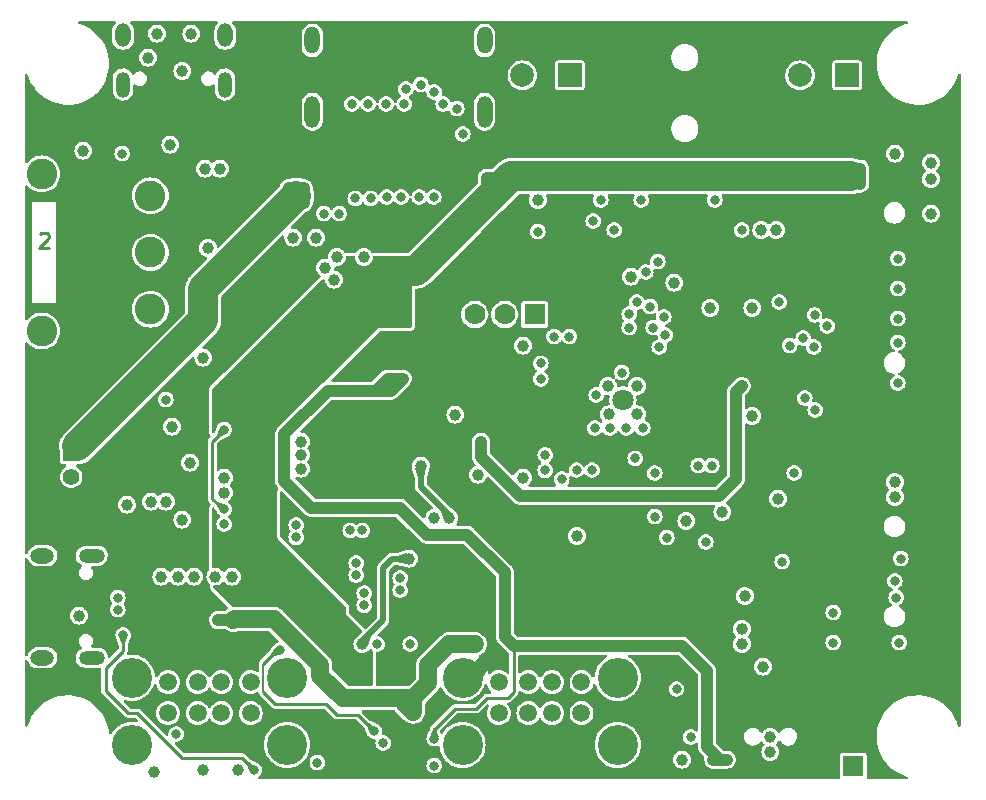
<source format=gbr>
%TF.GenerationSoftware,KiCad,Pcbnew,7.0.9-7.0.9~ubuntu22.04.1*%
%TF.CreationDate,2024-07-19T15:24:13+03:00*%
%TF.ProjectId,RP2040pc_Rev_B,52503230-3430-4706-935f-5265765f422e,B*%
%TF.SameCoordinates,PX68e7780PY7735940*%
%TF.FileFunction,Copper,L2,Inr*%
%TF.FilePolarity,Positive*%
%FSLAX46Y46*%
G04 Gerber Fmt 4.6, Leading zero omitted, Abs format (unit mm)*
G04 Created by KiCad (PCBNEW 7.0.9-7.0.9~ubuntu22.04.1) date 2024-07-19 15:24:13*
%MOMM*%
%LPD*%
G01*
G04 APERTURE LIST*
%ADD10C,0.254000*%
%TA.AperFunction,NonConductor*%
%ADD11C,0.254000*%
%TD*%
%TA.AperFunction,ComponentPad*%
%ADD12C,1.000000*%
%TD*%
%TA.AperFunction,ComponentPad*%
%ADD13C,1.800000*%
%TD*%
%TA.AperFunction,ComponentPad*%
%ADD14R,1.778000X1.778000*%
%TD*%
%TA.AperFunction,ComponentPad*%
%ADD15C,1.778000*%
%TD*%
%TA.AperFunction,ComponentPad*%
%ADD16O,1.300000X2.300000*%
%TD*%
%TA.AperFunction,ComponentPad*%
%ADD17O,1.300000X2.700000*%
%TD*%
%TA.AperFunction,ComponentPad*%
%ADD18R,2.000000X2.000000*%
%TD*%
%TA.AperFunction,ComponentPad*%
%ADD19C,2.000000*%
%TD*%
%TA.AperFunction,ComponentPad*%
%ADD20C,3.400000*%
%TD*%
%TA.AperFunction,ComponentPad*%
%ADD21C,1.500000*%
%TD*%
%TA.AperFunction,ComponentPad*%
%ADD22C,2.600000*%
%TD*%
%TA.AperFunction,ComponentPad*%
%ADD23O,2.200000X1.200000*%
%TD*%
%TA.AperFunction,ComponentPad*%
%ADD24O,2.000000X1.300000*%
%TD*%
%TA.AperFunction,ComponentPad*%
%ADD25R,1.400000X1.400000*%
%TD*%
%TA.AperFunction,ComponentPad*%
%ADD26C,1.400000*%
%TD*%
%TA.AperFunction,ComponentPad*%
%ADD27O,1.200000X2.200000*%
%TD*%
%TA.AperFunction,ComponentPad*%
%ADD28O,1.300000X2.000000*%
%TD*%
%TA.AperFunction,ViaPad*%
%ADD29C,1.000000*%
%TD*%
%TA.AperFunction,ViaPad*%
%ADD30C,0.800000*%
%TD*%
%TA.AperFunction,Conductor*%
%ADD31C,0.254000*%
%TD*%
%TA.AperFunction,Conductor*%
%ADD32C,1.016000*%
%TD*%
%TA.AperFunction,Conductor*%
%ADD33C,1.524000*%
%TD*%
%TA.AperFunction,Conductor*%
%ADD34C,0.508000*%
%TD*%
%TA.AperFunction,Conductor*%
%ADD35C,2.540000*%
%TD*%
%TA.AperFunction,Conductor*%
%ADD36C,0.200000*%
%TD*%
G04 APERTURE END LIST*
D10*
D11*
X1659009Y46567680D02*
X1719485Y46628156D01*
X1719485Y46628156D02*
X1840438Y46688632D01*
X1840438Y46688632D02*
X2142819Y46688632D01*
X2142819Y46688632D02*
X2263771Y46628156D01*
X2263771Y46628156D02*
X2324247Y46567680D01*
X2324247Y46567680D02*
X2384724Y46446728D01*
X2384724Y46446728D02*
X2384724Y46325775D01*
X2384724Y46325775D02*
X2324247Y46144347D01*
X2324247Y46144347D02*
X1598533Y45418632D01*
X1598533Y45418632D02*
X2384724Y45418632D01*
D12*
X52200000Y31300000D03*
X52200000Y33700000D03*
D13*
X51000000Y32500000D03*
D12*
X49800000Y31300000D03*
X49730000Y33700000D03*
D14*
X43548000Y39750000D03*
D15*
X41008000Y39750000D03*
X38468000Y39750000D03*
D16*
X24700000Y62950000D03*
D17*
X24700000Y56900000D03*
D16*
X39300000Y62950000D03*
D17*
X39300000Y56900000D03*
D18*
X46500000Y60000000D03*
D19*
X42500000Y60000000D03*
D20*
X9430000Y9000000D03*
X9430000Y3300000D03*
X22570000Y9000000D03*
X22570000Y3300000D03*
D21*
X12500000Y8620000D03*
X15000000Y8620000D03*
X17000000Y8620000D03*
X19500000Y8620000D03*
X12500000Y6000000D03*
X15000000Y6000000D03*
X17000000Y6000000D03*
X19500000Y6000000D03*
D22*
X1800000Y38350000D03*
X1800000Y51650000D03*
X11000000Y40200000D03*
X11000000Y45000000D03*
X11000000Y49800000D03*
D20*
X37430000Y9000000D03*
X37430000Y3300000D03*
X50570000Y9000000D03*
X50570000Y3300000D03*
D21*
X40500000Y8620000D03*
X43000000Y8620000D03*
X45000000Y8620000D03*
X47500000Y8620000D03*
X40500000Y6000000D03*
X43000000Y6000000D03*
X45000000Y6000000D03*
X47500000Y6000000D03*
D14*
X70500000Y1500000D03*
D23*
X6030000Y10680000D03*
X6030000Y19320000D03*
D24*
X1850000Y10680000D03*
X1850000Y19320000D03*
D25*
X4285680Y28028700D03*
D26*
X4288220Y25999240D03*
D27*
X8680000Y59220000D03*
X17320000Y59220000D03*
D28*
X8680000Y63400000D03*
X17320000Y63400000D03*
D18*
X70000000Y60000000D03*
D19*
X66000000Y60000000D03*
D29*
X62847000Y9938000D03*
D30*
X58783000Y49435000D03*
D29*
X64117000Y24162000D03*
D30*
X30716000Y3461000D03*
X53703000Y26321000D03*
D29*
X63990000Y46895000D03*
X74023000Y24289000D03*
X29065000Y44609000D03*
X42527000Y25940000D03*
X77071000Y52610000D03*
X61958000Y40291000D03*
X14333000Y27210000D03*
X74023000Y53372000D03*
X11285000Y1048000D03*
X36812000Y19844000D03*
X32113000Y10827000D03*
X38082000Y16542000D03*
X58402000Y40291000D03*
X77071000Y48292000D03*
X35034000Y22511000D03*
X43797000Y49435000D03*
X11920000Y17558000D03*
X11539000Y63532000D03*
X23731000Y28988000D03*
X25763000Y43720000D03*
X77071000Y51213000D03*
X47099000Y20987000D03*
D30*
X32494000Y57563000D03*
D29*
X56370000Y22257000D03*
X18397000Y1175000D03*
D30*
X29446000Y57563000D03*
D29*
X25001000Y46260000D03*
X17254000Y24670000D03*
D30*
X37447000Y55023000D03*
D29*
X23096000Y46260000D03*
X14714000Y17558000D03*
X23731000Y27845000D03*
X13698000Y60357000D03*
X74023000Y25559000D03*
X31859000Y12478000D03*
X39098000Y15526000D03*
X12682000Y54134000D03*
X55354000Y42450000D03*
X26525000Y42704000D03*
D30*
X30970000Y57563000D03*
X49131000Y49435000D03*
D29*
X23731000Y26702000D03*
X36812000Y31274000D03*
D30*
X52560000Y49435000D03*
D29*
X4935000Y14256000D03*
X15476000Y36100000D03*
X17254000Y25940000D03*
X10777000Y61500000D03*
X42527000Y37116000D03*
X32141530Y9655306D03*
D30*
X45829000Y25813000D03*
D29*
X13698000Y22384000D03*
X17889000Y17558000D03*
X55989000Y2064000D03*
X5316000Y53626000D03*
D30*
X35796000Y57557286D03*
D29*
X59418000Y23019000D03*
D30*
X17254000Y22003000D03*
D29*
X14460000Y63532000D03*
X38717000Y26194000D03*
X62720000Y46895000D03*
X61323000Y15907000D03*
X15857000Y45371000D03*
X12809000Y30258000D03*
X15476000Y1175000D03*
X26779000Y44609000D03*
X13317000Y17558000D03*
X8999000Y23654000D03*
X51671000Y42958000D03*
D30*
X67165000Y36989000D03*
X28049000Y57563000D03*
D29*
X61958000Y31147000D03*
D30*
X8242006Y15785459D03*
X57386000Y26956000D03*
X23340143Y21912300D03*
X58529000Y26956000D03*
X23340143Y20883700D03*
X8237000Y14764000D03*
X25128000Y4096000D03*
D29*
X29573000Y29115000D03*
X69451000Y24289000D03*
X46972000Y22511000D03*
X45702000Y47149000D03*
X46972000Y47149000D03*
D30*
X25128000Y24670000D03*
D29*
X28303000Y30385000D03*
X65514000Y47022000D03*
X63736000Y33687000D03*
X58021000Y22892000D03*
X66784000Y47022000D03*
X70721000Y24289000D03*
D30*
X50401000Y22257000D03*
D29*
X28303000Y29115000D03*
X68054000Y47022000D03*
X53195000Y41815000D03*
X61958000Y29623000D03*
X38590000Y31020000D03*
X29573000Y30385000D03*
X59926000Y25178000D03*
D30*
X55545500Y8033000D03*
D29*
X61069000Y33687000D03*
X38971000Y28988000D03*
D30*
X35034000Y1556000D03*
D29*
X39479000Y51340000D03*
X27922000Y9430000D03*
X69832000Y52102000D03*
X31224000Y42577000D03*
D30*
X44305000Y50832000D03*
D29*
X27922000Y10573000D03*
X71102000Y50832000D03*
X32494000Y43847000D03*
X29192000Y10573000D03*
X32494000Y42577000D03*
X31224000Y39275000D03*
X19286000Y17685000D03*
X29192000Y9430000D03*
X19540000Y18828000D03*
X31224000Y43847000D03*
X32494000Y39275000D03*
X71102000Y52102000D03*
X69832000Y50832000D03*
D30*
X65514000Y26321000D03*
X64498000Y18828000D03*
X43797000Y46768000D03*
X74531000Y19082000D03*
X48496000Y47657000D03*
X74023000Y17177000D03*
X54084000Y36989000D03*
X65133000Y37116000D03*
X67228500Y39719500D03*
X54465000Y39529000D03*
D29*
X23985000Y49181000D03*
X22715000Y49181000D03*
X22715000Y50451000D03*
X23985000Y50451000D03*
D30*
X53703000Y22638000D03*
X66276000Y37751000D03*
X54592000Y38005000D03*
X68308000Y38767000D03*
X53576000Y38640000D03*
X74277000Y37370000D03*
X51544000Y39783000D03*
X51544000Y38640000D03*
X74277000Y33941000D03*
X74277000Y39402000D03*
X52179000Y40799000D03*
D29*
X18016000Y13875000D03*
X37320000Y11589000D03*
X33256000Y6128000D03*
X33256000Y7271000D03*
X38463000Y11843000D03*
X16746000Y13875000D03*
D30*
X53322000Y40418000D03*
X64244000Y40799000D03*
X68816000Y14510000D03*
X51290000Y30131000D03*
X58021000Y20479000D03*
X74404000Y11970000D03*
X52046212Y27576530D03*
X68816000Y11970000D03*
X74150000Y15780000D03*
X52687000Y30131000D03*
X17254000Y23273000D03*
X17254000Y30004000D03*
X25680500Y48292000D03*
X44432000Y26556000D03*
X44432000Y27864000D03*
X26988500Y48292000D03*
X28347500Y49579029D03*
X48388000Y26575000D03*
X47080000Y26575000D03*
X29655500Y49579029D03*
X44051000Y34303000D03*
X31014500Y49689000D03*
X32240000Y49689000D03*
X44051000Y35611000D03*
X33764000Y49689000D03*
X45175000Y37878000D03*
X34989500Y49689000D03*
X46483000Y37878000D03*
X36939000Y57182000D03*
X35034000Y58579000D03*
X32621000Y58833000D03*
X33002000Y11843000D03*
X30208000Y11843000D03*
X28430000Y17683700D03*
X28430000Y18712300D03*
X32147378Y16403700D03*
X32147378Y17432300D03*
X29107404Y15123700D03*
X29107404Y16152300D03*
X27915700Y21470441D03*
X28944300Y21470441D03*
D29*
X12301000Y23908000D03*
D30*
X12301000Y32544000D03*
X35034000Y3842000D03*
D29*
X32367000Y34322000D03*
X58656000Y2064000D03*
X31097000Y34322000D03*
X59799000Y2064000D03*
X16873000Y52102000D03*
X11031000Y23908000D03*
X15603000Y52102000D03*
D30*
X19794000Y1175000D03*
X8694200Y12605000D03*
X13190000Y4223000D03*
X8618000Y53372000D03*
X25133714Y1804286D03*
X74277000Y44482000D03*
X53957000Y44228000D03*
X74277000Y41942000D03*
X52941000Y43339000D03*
X48623000Y30131000D03*
X50274000Y46895000D03*
X49893000Y30131000D03*
X61069000Y46895000D03*
X56751000Y3969000D03*
X54719000Y20860000D03*
X67292000Y31655000D03*
X50909000Y34830000D03*
X66403000Y32671000D03*
X48750000Y32925000D03*
X33891000Y59214000D03*
D29*
X61069000Y13113000D03*
X63482000Y2699000D03*
X61069000Y11843000D03*
X63482000Y3969000D03*
X16492000Y17558000D03*
X36304000Y22511000D03*
X33891000Y26956000D03*
X32875000Y19082000D03*
X28938000Y11830076D03*
D30*
X29954000Y4477000D03*
X21953000Y11335000D03*
D31*
X7221000Y9808512D02*
X8694200Y11281712D01*
X8694200Y11281712D02*
X8694200Y12605000D01*
X9126000Y6001000D02*
X7221000Y7906000D01*
X9888000Y6001000D02*
X9126000Y6001000D01*
X7221000Y7906000D02*
X7221000Y9808512D01*
X13672600Y2216400D02*
X9888000Y6001000D01*
X18752600Y2216400D02*
X13672600Y2216400D01*
X19794000Y1175000D02*
X18752600Y2216400D01*
D32*
X41765000Y11716000D02*
X55989000Y11716000D01*
X55989000Y11716000D02*
X58148000Y9557000D01*
X58148000Y9557000D02*
X58148000Y3130800D01*
X59214800Y2064000D02*
X58656000Y2064000D01*
X58148000Y3130800D02*
X59214800Y2064000D01*
D33*
X38463000Y11843000D02*
X36304000Y11843000D01*
X36304000Y11843000D02*
X34526000Y10065000D01*
X34526000Y10065000D02*
X34526000Y8541000D01*
X34526000Y8541000D02*
X33256000Y7271000D01*
D32*
X38287000Y9000000D02*
X39606000Y10319000D01*
X37430000Y9000000D02*
X38287000Y9000000D01*
X41765000Y11716000D02*
X41003000Y12478000D01*
X41003000Y12478000D02*
X41003000Y17939000D01*
X37828000Y21114000D02*
X34399000Y21114000D01*
X34399000Y21114000D02*
X32113000Y23400000D01*
X41003000Y17939000D02*
X37828000Y21114000D01*
X24620000Y23400000D02*
X22334000Y25686000D01*
X32113000Y23400000D02*
X24620000Y23400000D01*
X22334000Y29623000D02*
X26017000Y33306000D01*
X26017000Y33306000D02*
X30081000Y33306000D01*
X22334000Y25686000D02*
X22334000Y29623000D01*
D34*
X32875000Y19082000D02*
X31478000Y19082000D01*
X31478000Y19082000D02*
X30716000Y18320000D01*
X30716000Y18320000D02*
X30716000Y13875000D01*
X28938000Y12097000D02*
X28938000Y11830076D01*
X30716000Y13875000D02*
X28938000Y12097000D01*
D32*
X37574000Y30004000D02*
X30462000Y30004000D01*
X38590000Y31020000D02*
X37574000Y30004000D01*
X30462000Y30004000D02*
X29573000Y29115000D01*
X38971000Y27718000D02*
X42273000Y24416000D01*
X59164000Y24416000D02*
X59926000Y25178000D01*
X60561000Y33179000D02*
X60561000Y25813000D01*
X60561000Y25813000D02*
X59926000Y25178000D01*
X42273000Y24416000D02*
X59164000Y24416000D01*
X38971000Y28988000D02*
X38971000Y27718000D01*
X61069000Y33687000D02*
X60561000Y33179000D01*
D35*
X33510000Y43466000D02*
X39606000Y49562000D01*
D32*
X39479000Y49689000D02*
X39479000Y51340000D01*
D35*
X24747000Y14764000D02*
X20175000Y19336000D01*
X41511000Y51467000D02*
X44305000Y51467000D01*
D32*
X71102000Y51467000D02*
X70340000Y51467000D01*
X39479000Y51340000D02*
X41384000Y51340000D01*
D35*
X20175000Y31401000D02*
X32240000Y43466000D01*
X20175000Y19336000D02*
X20175000Y31401000D01*
D34*
X44305000Y50832000D02*
X44305000Y51467000D01*
D32*
X32494000Y43720000D02*
X32240000Y43466000D01*
X32494000Y43847000D02*
X32494000Y43720000D01*
D35*
X39606000Y49562000D02*
X41511000Y51467000D01*
D33*
X26779000Y11716000D02*
X26779000Y12351000D01*
D32*
X71102000Y51467000D02*
X71102000Y50832000D01*
D33*
X27922000Y10573000D02*
X26779000Y11716000D01*
D32*
X41384000Y51340000D02*
X41511000Y51467000D01*
X39606000Y49562000D02*
X39479000Y49689000D01*
D35*
X32240000Y43466000D02*
X33510000Y43466000D01*
D32*
X71102000Y52102000D02*
X71102000Y51467000D01*
D35*
X44305000Y51467000D02*
X70340000Y51467000D01*
D32*
X23985000Y49816000D02*
X23350000Y49816000D01*
D35*
X4808000Y28607000D02*
X15476000Y39275000D01*
D32*
X4285680Y28028700D02*
X4285680Y28084680D01*
X22715000Y50451000D02*
X23985000Y50451000D01*
X4285680Y28084680D02*
X4808000Y28607000D01*
D35*
X15476000Y39275000D02*
X15476000Y41942000D01*
X15476000Y41942000D02*
X23350000Y49816000D01*
D32*
X23985000Y50451000D02*
X23985000Y49181000D01*
D33*
X18143000Y14002000D02*
X21445000Y14002000D01*
X18016000Y13875000D02*
X18143000Y14002000D01*
D32*
X37320000Y11589000D02*
X38209000Y11589000D01*
X18016000Y13875000D02*
X16746000Y13875000D01*
X38209000Y11589000D02*
X38463000Y11843000D01*
D33*
X21445000Y14002000D02*
X25382000Y10065000D01*
X32113000Y7271000D02*
X33256000Y7271000D01*
X25382000Y10065000D02*
X25382000Y9176000D01*
X33256000Y6128000D02*
X33256000Y7271000D01*
X25382000Y9176000D02*
X27287000Y7271000D01*
X33256000Y6128000D02*
X32113000Y7271000D01*
X27287000Y7271000D02*
X32113000Y7271000D01*
D31*
X16238000Y24162000D02*
X16238000Y28988000D01*
X16238000Y28988000D02*
X17254000Y30004000D01*
X17254000Y23273000D02*
X17127000Y23273000D01*
X17127000Y23273000D02*
X16238000Y24162000D01*
X35034000Y4604000D02*
X36812000Y6382000D01*
X38590000Y6382000D02*
X39479000Y7271000D01*
D32*
X31351000Y33306000D02*
X32367000Y34322000D01*
X58656000Y2064000D02*
X59799000Y2064000D01*
X31097000Y34322000D02*
X32367000Y34322000D01*
D31*
X41765000Y7779000D02*
X41765000Y11716000D01*
X41257000Y7271000D02*
X41765000Y7779000D01*
X39479000Y7271000D02*
X41257000Y7271000D01*
X35034000Y3842000D02*
X35034000Y4604000D01*
D32*
X30081000Y33306000D02*
X31351000Y33306000D01*
X30081000Y33306000D02*
X31097000Y34322000D01*
D31*
X36812000Y6382000D02*
X38590000Y6382000D01*
D34*
X36304000Y22765000D02*
X33891000Y25178000D01*
X36304000Y22511000D02*
X36304000Y22765000D01*
X33891000Y25178000D02*
X33891000Y26956000D01*
D31*
X21953000Y11335000D02*
X21699000Y11335000D01*
X21699000Y11335000D02*
X20556000Y10192000D01*
X28557000Y5874000D02*
X29954000Y4477000D01*
X21572000Y6763000D02*
X25890000Y6763000D01*
D36*
X20556000Y10192000D02*
X20556000Y7779000D01*
D31*
X26779000Y5874000D02*
X28557000Y5874000D01*
X25890000Y6763000D02*
X26779000Y5874000D01*
X20556000Y7779000D02*
X21572000Y6763000D01*
%TA.AperFunction,Conductor*%
G36*
X8029996Y64598498D02*
G01*
X8076489Y64544842D01*
X8086593Y64474568D01*
X8057099Y64409988D01*
X8055512Y64408190D01*
X7944215Y64284582D01*
X7944215Y64284581D01*
X7849148Y64119923D01*
X7790391Y63939092D01*
X7775500Y63797407D01*
X7775500Y63002594D01*
X7790391Y62860909D01*
X7819044Y62772727D01*
X7849147Y62680080D01*
X7944214Y62515420D01*
X8071438Y62374123D01*
X8225259Y62262365D01*
X8398955Y62185031D01*
X8584933Y62145500D01*
X8775067Y62145500D01*
X8961045Y62185031D01*
X9134741Y62262365D01*
X9288562Y62374123D01*
X9415786Y62515420D01*
X9510853Y62680080D01*
X9569608Y62860908D01*
X9584500Y63002599D01*
X9584500Y63532000D01*
X10779726Y63532000D01*
X10798763Y63363046D01*
X10817889Y63308388D01*
X10854918Y63202563D01*
X10854919Y63202561D01*
X10945375Y63058601D01*
X10945377Y63058598D01*
X11065597Y62938378D01*
X11065600Y62938376D01*
X11209563Y62847918D01*
X11370046Y62791763D01*
X11539000Y62772726D01*
X11707954Y62791763D01*
X11868437Y62847918D01*
X12012400Y62938376D01*
X12132624Y63058600D01*
X12223082Y63202563D01*
X12279237Y63363046D01*
X12298274Y63532000D01*
X13700726Y63532000D01*
X13719763Y63363046D01*
X13738889Y63308388D01*
X13775918Y63202563D01*
X13775919Y63202561D01*
X13866375Y63058601D01*
X13866377Y63058598D01*
X13986597Y62938378D01*
X13986600Y62938376D01*
X14130563Y62847918D01*
X14291046Y62791763D01*
X14460000Y62772726D01*
X14628954Y62791763D01*
X14789437Y62847918D01*
X14933400Y62938376D01*
X15053624Y63058600D01*
X15144082Y63202563D01*
X15200237Y63363046D01*
X15219274Y63532000D01*
X15200237Y63700954D01*
X15144082Y63861437D01*
X15053624Y64005400D01*
X15053622Y64005403D01*
X14933402Y64125623D01*
X14933399Y64125625D01*
X14789439Y64216081D01*
X14789437Y64216082D01*
X14628954Y64272237D01*
X14460000Y64291274D01*
X14291046Y64272237D01*
X14291043Y64272237D01*
X14291043Y64272236D01*
X14130562Y64216082D01*
X14130560Y64216081D01*
X13986600Y64125625D01*
X13986597Y64125623D01*
X13866377Y64005403D01*
X13866375Y64005400D01*
X13775919Y63861440D01*
X13775918Y63861438D01*
X13759276Y63813876D01*
X13719763Y63700954D01*
X13700726Y63532000D01*
X12298274Y63532000D01*
X12279237Y63700954D01*
X12223082Y63861437D01*
X12132624Y64005400D01*
X12132622Y64005403D01*
X12012402Y64125623D01*
X12012399Y64125625D01*
X11868439Y64216081D01*
X11868437Y64216082D01*
X11707954Y64272237D01*
X11539000Y64291274D01*
X11370046Y64272237D01*
X11370043Y64272237D01*
X11370043Y64272236D01*
X11209562Y64216082D01*
X11209560Y64216081D01*
X11065600Y64125625D01*
X11065597Y64125623D01*
X10945377Y64005403D01*
X10945375Y64005400D01*
X10854919Y63861440D01*
X10854918Y63861438D01*
X10838276Y63813876D01*
X10798763Y63700954D01*
X10779726Y63532000D01*
X9584500Y63532000D01*
X9584500Y63797401D01*
X9569608Y63939092D01*
X9510853Y64119920D01*
X9415786Y64284580D01*
X9352830Y64354500D01*
X9304488Y64408190D01*
X9273771Y64472198D01*
X9282536Y64542651D01*
X9327999Y64597182D01*
X9395727Y64618477D01*
X9398125Y64618500D01*
X16601875Y64618500D01*
X16669996Y64598498D01*
X16716489Y64544842D01*
X16726593Y64474568D01*
X16697099Y64409988D01*
X16695512Y64408190D01*
X16584215Y64284582D01*
X16584215Y64284581D01*
X16489148Y64119923D01*
X16430391Y63939092D01*
X16415500Y63797407D01*
X16415500Y63002594D01*
X16430391Y62860909D01*
X16459044Y62772727D01*
X16489147Y62680080D01*
X16584214Y62515420D01*
X16711438Y62374123D01*
X16865259Y62262365D01*
X17038955Y62185031D01*
X17224933Y62145500D01*
X17415067Y62145500D01*
X17601045Y62185031D01*
X17774741Y62262365D01*
X17928562Y62374123D01*
X17954197Y62402594D01*
X23795500Y62402594D01*
X23810391Y62260909D01*
X23835046Y62185032D01*
X23869147Y62080080D01*
X23964214Y61915420D01*
X24091438Y61774123D01*
X24245259Y61662365D01*
X24418955Y61585031D01*
X24604933Y61545500D01*
X24795067Y61545500D01*
X24981045Y61585031D01*
X25154741Y61662365D01*
X25308562Y61774123D01*
X25435786Y61915420D01*
X25530853Y62080080D01*
X25589608Y62260908D01*
X25604499Y62402594D01*
X38395500Y62402594D01*
X38410391Y62260909D01*
X38435046Y62185032D01*
X38469147Y62080080D01*
X38564214Y61915420D01*
X38691438Y61774123D01*
X38845259Y61662365D01*
X39018955Y61585031D01*
X39204933Y61545500D01*
X39395067Y61545500D01*
X39581045Y61585031D01*
X39754741Y61662365D01*
X39908562Y61774123D01*
X40035786Y61915420D01*
X40130853Y62080080D01*
X40189608Y62260908D01*
X40204500Y62402599D01*
X40204500Y63497401D01*
X40189608Y63639092D01*
X40130853Y63819920D01*
X40035786Y63984580D01*
X39908562Y64125877D01*
X39754741Y64237635D01*
X39581045Y64314969D01*
X39395067Y64354500D01*
X39204933Y64354500D01*
X39018954Y64314969D01*
X38845258Y64237635D01*
X38691438Y64125878D01*
X38564215Y63984582D01*
X38564215Y63984581D01*
X38469148Y63819923D01*
X38410391Y63639092D01*
X38395500Y63497407D01*
X38395500Y62402594D01*
X25604499Y62402594D01*
X25604500Y62402599D01*
X25604500Y63497401D01*
X25589608Y63639092D01*
X25530853Y63819920D01*
X25435786Y63984580D01*
X25308562Y64125877D01*
X25154741Y64237635D01*
X24981045Y64314969D01*
X24795067Y64354500D01*
X24604933Y64354500D01*
X24418954Y64314969D01*
X24245258Y64237635D01*
X24091438Y64125878D01*
X23964215Y63984582D01*
X23964215Y63984581D01*
X23869148Y63819923D01*
X23810391Y63639092D01*
X23795500Y63497407D01*
X23795500Y62402594D01*
X17954197Y62402594D01*
X18055786Y62515420D01*
X18150853Y62680080D01*
X18209608Y62860908D01*
X18224500Y63002599D01*
X18224500Y63797401D01*
X18209608Y63939092D01*
X18150853Y64119920D01*
X18055786Y64284580D01*
X17992830Y64354500D01*
X17944488Y64408190D01*
X17913771Y64472198D01*
X17922536Y64542651D01*
X17967999Y64597182D01*
X18035727Y64618477D01*
X18038125Y64618500D01*
X75023008Y64618500D01*
X75091129Y64598498D01*
X75137622Y64544842D01*
X75147726Y64474568D01*
X75118232Y64409988D01*
X75058506Y64371604D01*
X75056159Y64370939D01*
X74899012Y64328084D01*
X74899009Y64328083D01*
X74551514Y64192209D01*
X74551507Y64192207D01*
X74551497Y64192202D01*
X74551488Y64192198D01*
X74551485Y64192196D01*
X74220399Y64020155D01*
X74220396Y64020153D01*
X73909452Y63813881D01*
X73909445Y63813876D01*
X73622202Y63575732D01*
X73361883Y63308388D01*
X73131464Y63014900D01*
X72933543Y62698575D01*
X72770370Y62363014D01*
X72770369Y62363013D01*
X72643788Y62012008D01*
X72643786Y62012002D01*
X72555232Y61649532D01*
X72555228Y61649509D01*
X72505706Y61279696D01*
X72505705Y61279687D01*
X72495772Y60906690D01*
X72495772Y60906684D01*
X72525542Y60534741D01*
X72594683Y60168057D01*
X72594686Y60168048D01*
X72702399Y59810820D01*
X72702403Y59810811D01*
X72847484Y59467044D01*
X72847492Y59467027D01*
X72942802Y59294963D01*
X73028293Y59140626D01*
X73207571Y58885395D01*
X73242772Y58835282D01*
X73242777Y58835276D01*
X73488482Y58554474D01*
X73488484Y58554472D01*
X73669210Y58387635D01*
X73762655Y58301371D01*
X74062171Y58078849D01*
X74062172Y58078847D01*
X74062176Y58078845D01*
X74062177Y58078844D01*
X74383655Y57889415D01*
X74723446Y57735230D01*
X75077702Y57618036D01*
X75442408Y57539161D01*
X75442410Y57539161D01*
X75442414Y57539160D01*
X75813418Y57499500D01*
X75813425Y57499500D01*
X75813431Y57499499D01*
X75813436Y57499499D01*
X76093219Y57499499D01*
X76372596Y57514389D01*
X76372601Y57514390D01*
X76372609Y57514390D01*
X76740995Y57573743D01*
X77100986Y57671916D01*
X77448503Y57807798D01*
X77779607Y57979849D01*
X78090547Y58186119D01*
X78377801Y58424272D01*
X78638114Y58691609D01*
X78868535Y58985101D01*
X79066455Y59301422D01*
X79229631Y59636989D01*
X79356213Y59987999D01*
X79364212Y60020741D01*
X79370100Y60044840D01*
X79405697Y60106268D01*
X79468854Y60138698D01*
X79539518Y60131836D01*
X79595254Y60087859D01*
X79618367Y60020729D01*
X79618500Y60014937D01*
X79618500Y4979260D01*
X79598498Y4911139D01*
X79544842Y4864646D01*
X79474568Y4854542D01*
X79409988Y4884036D01*
X79371865Y4942885D01*
X79297600Y5189181D01*
X79297596Y5189190D01*
X79276343Y5239548D01*
X79152511Y5532967D01*
X78971707Y5859374D01*
X78757232Y6164713D01*
X78757227Y6164719D01*
X78757222Y6164725D01*
X78511517Y6445527D01*
X78511515Y6445529D01*
X78237344Y6698630D01*
X78033664Y6849952D01*
X77937827Y6921153D01*
X77937827Y6921154D01*
X77769813Y7020155D01*
X77616345Y7110585D01*
X77276554Y7264770D01*
X76922298Y7381964D01*
X76922297Y7381965D01*
X76922288Y7381967D01*
X76557585Y7460841D01*
X76186581Y7500501D01*
X76186569Y7500501D01*
X75906787Y7500501D01*
X75906781Y7500501D01*
X75627403Y7485612D01*
X75627385Y7485610D01*
X75259000Y7426257D01*
X74899012Y7328084D01*
X74899009Y7328083D01*
X74551514Y7192209D01*
X74551507Y7192207D01*
X74551497Y7192202D01*
X74551488Y7192198D01*
X74551485Y7192196D01*
X74220399Y7020155D01*
X74220396Y7020153D01*
X73909452Y6813881D01*
X73909445Y6813876D01*
X73622202Y6575732D01*
X73361883Y6308388D01*
X73131464Y6014900D01*
X72933543Y5698575D01*
X72770370Y5363014D01*
X72770369Y5363013D01*
X72643788Y5012008D01*
X72643786Y5012002D01*
X72555232Y4649532D01*
X72555228Y4649509D01*
X72505706Y4279696D01*
X72505705Y4279687D01*
X72495772Y3906690D01*
X72495772Y3906684D01*
X72525542Y3534741D01*
X72594683Y3168057D01*
X72594686Y3168048D01*
X72702399Y2810820D01*
X72702403Y2810811D01*
X72847484Y2467044D01*
X72847492Y2467027D01*
X72952909Y2276718D01*
X73028293Y2140626D01*
X73236774Y1843820D01*
X73242772Y1835282D01*
X73242777Y1835276D01*
X73488482Y1554474D01*
X73488484Y1554472D01*
X73698656Y1360452D01*
X73762655Y1301371D01*
X74062171Y1078849D01*
X74062172Y1078847D01*
X74062176Y1078845D01*
X74062177Y1078844D01*
X74383655Y889415D01*
X74723446Y735230D01*
X75046386Y628396D01*
X75050231Y627124D01*
X75108622Y586739D01*
X75135910Y521196D01*
X75123432Y451305D01*
X75075148Y399255D01*
X75010657Y381500D01*
X71756367Y381500D01*
X71688246Y401502D01*
X71641753Y455158D01*
X71631649Y525432D01*
X71632784Y532061D01*
X71643500Y585933D01*
X71643499Y2414066D01*
X71643498Y2414070D01*
X71643498Y2414074D01*
X71628734Y2488301D01*
X71600842Y2530044D01*
X71572484Y2572484D01*
X71561550Y2579790D01*
X71488302Y2628734D01*
X71414067Y2643500D01*
X69585936Y2643500D01*
X69585926Y2643499D01*
X69511699Y2628735D01*
X69427515Y2572484D01*
X69371266Y2488303D01*
X69356500Y2414070D01*
X69356500Y585937D01*
X69356501Y585927D01*
X69367212Y532080D01*
X69360883Y461366D01*
X69317328Y405299D01*
X69250375Y381681D01*
X69243633Y381500D01*
X20201679Y381500D01*
X20133558Y401502D01*
X20087065Y455158D01*
X20076961Y525432D01*
X20106455Y590012D01*
X20143123Y619067D01*
X20168529Y632401D01*
X20287498Y737799D01*
X20377787Y868605D01*
X20434149Y1017218D01*
X20434149Y1017219D01*
X20434150Y1017221D01*
X20453307Y1174997D01*
X20453307Y1175004D01*
X20434150Y1332780D01*
X20417012Y1377968D01*
X20377787Y1481395D01*
X20287498Y1612201D01*
X20168529Y1717599D01*
X20131362Y1737106D01*
X20061536Y1773755D01*
X20054048Y1778378D01*
X20044199Y1785454D01*
X20044191Y1785459D01*
X19476173Y2043691D01*
X19439224Y2069299D01*
X19059580Y2448943D01*
X19043191Y2469124D01*
X19037160Y2478356D01*
X19008703Y2500505D01*
X19002845Y2505678D01*
X19000013Y2508510D01*
X19000002Y2508520D01*
X18980699Y2522301D01*
X18936686Y2556558D01*
X18929664Y2560358D01*
X18922472Y2563874D01*
X18922470Y2563875D01*
X18922467Y2563876D01*
X18869012Y2579791D01*
X18816264Y2597899D01*
X18816263Y2597900D01*
X18816261Y2597900D01*
X18816258Y2597900D01*
X18808348Y2599221D01*
X18800442Y2600206D01*
X18744716Y2597900D01*
X13882813Y2597900D01*
X13814692Y2617902D01*
X13793718Y2634805D01*
X13128523Y3300000D01*
X20610507Y3300000D01*
X20630451Y3021139D01*
X20689880Y2747947D01*
X20787581Y2485998D01*
X20787583Y2485994D01*
X20906843Y2267588D01*
X20921570Y2240618D01*
X21087195Y2019368D01*
X21089115Y2016804D01*
X21089123Y2016795D01*
X21286794Y1819124D01*
X21286803Y1819116D01*
X21286805Y1819114D01*
X21510618Y1651570D01*
X21582716Y1612201D01*
X21685645Y1555997D01*
X21755997Y1517582D01*
X22017947Y1419880D01*
X22291135Y1360452D01*
X22570000Y1340507D01*
X22848865Y1360452D01*
X23122053Y1419880D01*
X23384003Y1517582D01*
X23629382Y1651570D01*
X23833383Y1804283D01*
X24474407Y1804283D01*
X24493563Y1646507D01*
X24528468Y1554472D01*
X24549927Y1497891D01*
X24640216Y1367085D01*
X24759185Y1261687D01*
X24759186Y1261687D01*
X24759188Y1261685D01*
X24833914Y1222466D01*
X24899921Y1187823D01*
X25054243Y1149786D01*
X25054244Y1149786D01*
X25213184Y1149786D01*
X25213185Y1149786D01*
X25367507Y1187823D01*
X25508243Y1261687D01*
X25627212Y1367085D01*
X25717501Y1497891D01*
X25739538Y1555997D01*
X34374693Y1555997D01*
X34393849Y1398221D01*
X34431392Y1299232D01*
X34450213Y1249605D01*
X34540502Y1118799D01*
X34659471Y1013401D01*
X34659472Y1013401D01*
X34659474Y1013399D01*
X34723399Y979849D01*
X34800207Y939537D01*
X34954529Y901500D01*
X34954530Y901500D01*
X35113470Y901500D01*
X35113471Y901500D01*
X35267793Y939537D01*
X35408529Y1013401D01*
X35527498Y1118799D01*
X35617787Y1249605D01*
X35674149Y1398218D01*
X35674149Y1398219D01*
X35674150Y1398221D01*
X35693307Y1555997D01*
X35693307Y1556004D01*
X35674150Y1713780D01*
X35645912Y1788236D01*
X35617787Y1862395D01*
X35527498Y1993201D01*
X35408529Y2098599D01*
X35408528Y2098600D01*
X35408525Y2098602D01*
X35267797Y2172461D01*
X35267795Y2172462D01*
X35267793Y2172463D01*
X35267791Y2172464D01*
X35267790Y2172464D01*
X35113472Y2210500D01*
X35113471Y2210500D01*
X34954529Y2210500D01*
X34954527Y2210500D01*
X34800209Y2172464D01*
X34800202Y2172461D01*
X34659474Y2098602D01*
X34659469Y2098598D01*
X34540501Y1993200D01*
X34450215Y1862399D01*
X34450212Y1862393D01*
X34393849Y1713780D01*
X34374693Y1556004D01*
X34374693Y1555997D01*
X25739538Y1555997D01*
X25773863Y1646504D01*
X25773863Y1646505D01*
X25773864Y1646507D01*
X25793021Y1804283D01*
X25793021Y1804290D01*
X25773864Y1962066D01*
X25753819Y2014920D01*
X25717501Y2110681D01*
X25627212Y2241487D01*
X25508243Y2346885D01*
X25508242Y2346886D01*
X25508239Y2346888D01*
X25367511Y2420747D01*
X25367509Y2420748D01*
X25367507Y2420749D01*
X25367505Y2420750D01*
X25367504Y2420750D01*
X25213186Y2458786D01*
X25213185Y2458786D01*
X25054243Y2458786D01*
X25054241Y2458786D01*
X24899923Y2420750D01*
X24899916Y2420747D01*
X24759188Y2346888D01*
X24759183Y2346884D01*
X24640215Y2241486D01*
X24549929Y2110685D01*
X24549926Y2110679D01*
X24493563Y1962066D01*
X24474407Y1804290D01*
X24474407Y1804283D01*
X23833383Y1804283D01*
X23853195Y1819114D01*
X24050886Y2016805D01*
X24218430Y2240618D01*
X24352418Y2485997D01*
X24450120Y2747947D01*
X24509548Y3021135D01*
X24529493Y3300000D01*
X24509548Y3578865D01*
X24450120Y3852053D01*
X24352418Y4114003D01*
X24321512Y4170602D01*
X24233225Y4332287D01*
X24218430Y4359382D01*
X24050886Y4583195D01*
X24050884Y4583197D01*
X24050876Y4583206D01*
X23853205Y4780877D01*
X23853196Y4780885D01*
X23852986Y4781042D01*
X23629382Y4948430D01*
X23629380Y4948431D01*
X23629379Y4948432D01*
X23384006Y5082417D01*
X23384002Y5082419D01*
X23122053Y5180120D01*
X22848861Y5239549D01*
X22570000Y5259493D01*
X22291138Y5239549D01*
X22017946Y5180120D01*
X21755997Y5082419D01*
X21755993Y5082417D01*
X21510620Y4948432D01*
X21286803Y4780885D01*
X21286794Y4780877D01*
X21089123Y4583206D01*
X21089115Y4583197D01*
X20921568Y4359380D01*
X20787583Y4114007D01*
X20787581Y4114003D01*
X20689880Y3852054D01*
X20630451Y3578862D01*
X20610507Y3300000D01*
X13128523Y3300000D01*
X13075118Y3353405D01*
X13041092Y3415717D01*
X13046157Y3486532D01*
X13088704Y3543368D01*
X13155224Y3568179D01*
X13164213Y3568500D01*
X13269470Y3568500D01*
X13269471Y3568500D01*
X13423793Y3606537D01*
X13564529Y3680401D01*
X13683498Y3785799D01*
X13773787Y3916605D01*
X13830149Y4065218D01*
X13830149Y4065219D01*
X13830150Y4065221D01*
X13849307Y4222997D01*
X13849307Y4223004D01*
X13830150Y4380780D01*
X13816538Y4416669D01*
X13773787Y4529395D01*
X13683498Y4660201D01*
X13564529Y4765599D01*
X13564528Y4765600D01*
X13564525Y4765602D01*
X13423797Y4839461D01*
X13423795Y4839462D01*
X13423793Y4839463D01*
X13423791Y4839464D01*
X13423790Y4839464D01*
X13269472Y4877500D01*
X13269471Y4877500D01*
X13110529Y4877500D01*
X13110525Y4877500D01*
X13011518Y4853097D01*
X12946094Y4855974D01*
X12913565Y4817749D01*
X12903057Y4811568D01*
X12815471Y4765600D01*
X12815469Y4765598D01*
X12696501Y4660200D01*
X12606215Y4529399D01*
X12606212Y4529393D01*
X12549849Y4380780D01*
X12530693Y4223004D01*
X12530693Y4222996D01*
X12531620Y4215361D01*
X12519975Y4145326D01*
X12472314Y4092705D01*
X12403770Y4074204D01*
X12336106Y4095699D01*
X12317444Y4111079D01*
X10428525Y5999998D01*
X11490640Y5999998D01*
X11510033Y5803091D01*
X11510034Y5803085D01*
X11510035Y5803084D01*
X11567473Y5613735D01*
X11660748Y5439230D01*
X11786275Y5286275D01*
X11939230Y5160748D01*
X12113735Y5067473D01*
X12303084Y5010035D01*
X12303088Y5010035D01*
X12303090Y5010034D01*
X12499997Y4990640D01*
X12500000Y4990640D01*
X12500003Y4990640D01*
X12696907Y5010034D01*
X12696907Y5010035D01*
X12696916Y5010035D01*
X12807928Y5043711D01*
X12878919Y5044343D01*
X12879672Y5043869D01*
X12917967Y5084324D01*
X12921935Y5086540D01*
X13060770Y5160748D01*
X13213725Y5286275D01*
X13339252Y5439230D01*
X13432527Y5613735D01*
X13489965Y5803084D01*
X13502341Y5928731D01*
X13509360Y5999998D01*
X13990640Y5999998D01*
X14010033Y5803091D01*
X14010034Y5803085D01*
X14010035Y5803084D01*
X14067473Y5613735D01*
X14160748Y5439230D01*
X14286275Y5286275D01*
X14439230Y5160748D01*
X14613735Y5067473D01*
X14803084Y5010035D01*
X14803088Y5010035D01*
X14803090Y5010034D01*
X14999997Y4990640D01*
X15000000Y4990640D01*
X15000003Y4990640D01*
X15196909Y5010034D01*
X15196910Y5010035D01*
X15196916Y5010035D01*
X15386265Y5067473D01*
X15560770Y5160748D01*
X15713725Y5286275D01*
X15839252Y5439230D01*
X15888878Y5532075D01*
X15938630Y5582722D01*
X16007867Y5598432D01*
X16074606Y5574216D01*
X16111121Y5532075D01*
X16160748Y5439230D01*
X16286275Y5286275D01*
X16439230Y5160748D01*
X16613735Y5067473D01*
X16803084Y5010035D01*
X16803088Y5010035D01*
X16803090Y5010034D01*
X16999997Y4990640D01*
X17000000Y4990640D01*
X17000003Y4990640D01*
X17196909Y5010034D01*
X17196910Y5010035D01*
X17196916Y5010035D01*
X17386265Y5067473D01*
X17560770Y5160748D01*
X17713725Y5286275D01*
X17839252Y5439230D01*
X17932527Y5613735D01*
X17989965Y5803084D01*
X18002341Y5928731D01*
X18009360Y5999998D01*
X18490640Y5999998D01*
X18510033Y5803091D01*
X18510034Y5803085D01*
X18510035Y5803084D01*
X18567473Y5613735D01*
X18660748Y5439230D01*
X18786275Y5286275D01*
X18939230Y5160748D01*
X19113735Y5067473D01*
X19303084Y5010035D01*
X19303088Y5010035D01*
X19303090Y5010034D01*
X19499997Y4990640D01*
X19500000Y4990640D01*
X19500003Y4990640D01*
X19696909Y5010034D01*
X19696910Y5010035D01*
X19696916Y5010035D01*
X19886265Y5067473D01*
X20060770Y5160748D01*
X20213725Y5286275D01*
X20339252Y5439230D01*
X20432527Y5613735D01*
X20489965Y5803084D01*
X20502341Y5928731D01*
X20509360Y5999998D01*
X20509360Y6000003D01*
X20489966Y6196910D01*
X20489965Y6196912D01*
X20489965Y6196916D01*
X20432527Y6386265D01*
X20339252Y6560770D01*
X20213725Y6713725D01*
X20060770Y6839252D01*
X19886265Y6932527D01*
X19696916Y6989965D01*
X19696915Y6989966D01*
X19696909Y6989967D01*
X19500003Y7009360D01*
X19499997Y7009360D01*
X19303090Y6989967D01*
X19113734Y6932527D01*
X18939229Y6839252D01*
X18786275Y6713725D01*
X18660748Y6560771D01*
X18567473Y6386266D01*
X18510033Y6196910D01*
X18490640Y6000003D01*
X18490640Y5999998D01*
X18009360Y5999998D01*
X18009360Y6000003D01*
X17989966Y6196910D01*
X17989965Y6196912D01*
X17989965Y6196916D01*
X17932527Y6386265D01*
X17839252Y6560770D01*
X17713725Y6713725D01*
X17560770Y6839252D01*
X17386265Y6932527D01*
X17196916Y6989965D01*
X17196915Y6989966D01*
X17196909Y6989967D01*
X17000003Y7009360D01*
X16999997Y7009360D01*
X16803090Y6989967D01*
X16613734Y6932527D01*
X16439229Y6839252D01*
X16286275Y6713725D01*
X16160748Y6560771D01*
X16111122Y6467927D01*
X16061370Y6417279D01*
X15992133Y6401569D01*
X15925394Y6425785D01*
X15888878Y6467927D01*
X15868993Y6505127D01*
X15839252Y6560770D01*
X15713725Y6713725D01*
X15560770Y6839252D01*
X15386265Y6932527D01*
X15196916Y6989965D01*
X15196915Y6989966D01*
X15196909Y6989967D01*
X15000003Y7009360D01*
X14999997Y7009360D01*
X14803090Y6989967D01*
X14613734Y6932527D01*
X14439229Y6839252D01*
X14286275Y6713725D01*
X14160748Y6560771D01*
X14067473Y6386266D01*
X14010033Y6196910D01*
X13990640Y6000003D01*
X13990640Y5999998D01*
X13509360Y5999998D01*
X13509360Y6000003D01*
X13489966Y6196910D01*
X13489965Y6196912D01*
X13489965Y6196916D01*
X13432527Y6386265D01*
X13339252Y6560770D01*
X13213725Y6713725D01*
X13060770Y6839252D01*
X12886265Y6932527D01*
X12696916Y6989965D01*
X12696915Y6989966D01*
X12696909Y6989967D01*
X12500003Y7009360D01*
X12499997Y7009360D01*
X12303090Y6989967D01*
X12113734Y6932527D01*
X11939229Y6839252D01*
X11786275Y6713725D01*
X11660748Y6560771D01*
X11567473Y6386266D01*
X11510033Y6196910D01*
X11490640Y6000003D01*
X11490640Y5999998D01*
X10428525Y5999998D01*
X10194980Y6233543D01*
X10178591Y6253724D01*
X10172560Y6262956D01*
X10144103Y6285105D01*
X10138245Y6290278D01*
X10135413Y6293110D01*
X10135402Y6293120D01*
X10116099Y6306901D01*
X10072086Y6341158D01*
X10065064Y6344958D01*
X10057872Y6348474D01*
X10057870Y6348475D01*
X10057867Y6348476D01*
X10004412Y6364391D01*
X9951664Y6382499D01*
X9951663Y6382500D01*
X9951661Y6382500D01*
X9951658Y6382500D01*
X9943748Y6383821D01*
X9935842Y6384806D01*
X9880116Y6382500D01*
X9336212Y6382500D01*
X9268091Y6402502D01*
X9247121Y6419401D01*
X8757963Y6908560D01*
X8723939Y6970870D01*
X8729004Y7041686D01*
X8771551Y7098521D01*
X8838071Y7123332D01*
X8873843Y7120773D01*
X8877945Y7119881D01*
X8877947Y7119880D01*
X9151135Y7060452D01*
X9430000Y7040507D01*
X9708865Y7060452D01*
X9982053Y7119880D01*
X10244003Y7217582D01*
X10489382Y7351570D01*
X10713195Y7519114D01*
X10910886Y7716805D01*
X11078430Y7940618D01*
X11212418Y8185997D01*
X11285858Y8382899D01*
X11328404Y8439733D01*
X11394924Y8464544D01*
X11464298Y8449453D01*
X11514500Y8399251D01*
X11524486Y8375444D01*
X11567473Y8233735D01*
X11660748Y8059230D01*
X11786275Y7906275D01*
X11939230Y7780748D01*
X12113735Y7687473D01*
X12303084Y7630035D01*
X12303088Y7630035D01*
X12303090Y7630034D01*
X12499997Y7610640D01*
X12500000Y7610640D01*
X12500003Y7610640D01*
X12696909Y7630034D01*
X12696910Y7630035D01*
X12696916Y7630035D01*
X12886265Y7687473D01*
X13060770Y7780748D01*
X13213725Y7906275D01*
X13339252Y8059230D01*
X13432527Y8233735D01*
X13489965Y8423084D01*
X13492913Y8453008D01*
X13509360Y8619998D01*
X13990640Y8619998D01*
X14010033Y8423091D01*
X14010034Y8423085D01*
X14010035Y8423084D01*
X14067473Y8233735D01*
X14160748Y8059230D01*
X14286275Y7906275D01*
X14439230Y7780748D01*
X14613735Y7687473D01*
X14803084Y7630035D01*
X14803088Y7630035D01*
X14803090Y7630034D01*
X14999997Y7610640D01*
X15000000Y7610640D01*
X15000003Y7610640D01*
X15196909Y7630034D01*
X15196910Y7630035D01*
X15196916Y7630035D01*
X15386265Y7687473D01*
X15560770Y7780748D01*
X15713725Y7906275D01*
X15839252Y8059230D01*
X15888878Y8152075D01*
X15938630Y8202722D01*
X16007867Y8218432D01*
X16074606Y8194216D01*
X16111121Y8152075D01*
X16160748Y8059230D01*
X16286275Y7906275D01*
X16439230Y7780748D01*
X16613735Y7687473D01*
X16803084Y7630035D01*
X16803088Y7630035D01*
X16803090Y7630034D01*
X16999997Y7610640D01*
X17000000Y7610640D01*
X17000003Y7610640D01*
X17196909Y7630034D01*
X17196910Y7630035D01*
X17196916Y7630035D01*
X17386265Y7687473D01*
X17560770Y7780748D01*
X17713725Y7906275D01*
X17839252Y8059230D01*
X17932527Y8233735D01*
X17989965Y8423084D01*
X17992913Y8453008D01*
X18009360Y8619998D01*
X18009360Y8620003D01*
X17989966Y8816910D01*
X17989965Y8816912D01*
X17989965Y8816916D01*
X17932527Y9006265D01*
X17839252Y9180770D01*
X17713725Y9333725D01*
X17560770Y9459252D01*
X17386265Y9552527D01*
X17196916Y9609965D01*
X17196915Y9609966D01*
X17196909Y9609967D01*
X17000003Y9629360D01*
X16999997Y9629360D01*
X16803090Y9609967D01*
X16613734Y9552527D01*
X16439229Y9459252D01*
X16286275Y9333725D01*
X16160748Y9180771D01*
X16111122Y9087927D01*
X16061370Y9037279D01*
X15992133Y9021569D01*
X15925394Y9045785D01*
X15888878Y9087927D01*
X15853500Y9154114D01*
X15839252Y9180770D01*
X15713725Y9333725D01*
X15560770Y9459252D01*
X15386265Y9552527D01*
X15196916Y9609965D01*
X15196915Y9609966D01*
X15196909Y9609967D01*
X15000003Y9629360D01*
X14999997Y9629360D01*
X14803090Y9609967D01*
X14613734Y9552527D01*
X14439229Y9459252D01*
X14286275Y9333725D01*
X14160748Y9180771D01*
X14067473Y9006266D01*
X14010033Y8816910D01*
X13990640Y8620003D01*
X13990640Y8619998D01*
X13509360Y8619998D01*
X13509360Y8620003D01*
X13489966Y8816910D01*
X13489965Y8816912D01*
X13489965Y8816916D01*
X13432527Y9006265D01*
X13339252Y9180770D01*
X13213725Y9333725D01*
X13060770Y9459252D01*
X12886265Y9552527D01*
X12696916Y9609965D01*
X12696915Y9609966D01*
X12696909Y9609967D01*
X12500003Y9629360D01*
X12499997Y9629360D01*
X12303090Y9609967D01*
X12113734Y9552527D01*
X11939229Y9459252D01*
X11786275Y9333725D01*
X11660749Y9180773D01*
X11642720Y9147042D01*
X11615778Y9096636D01*
X11615777Y9096635D01*
X11566024Y9045987D01*
X11496788Y9030278D01*
X11430049Y9054494D01*
X11386997Y9110948D01*
X11378976Y9147043D01*
X11375977Y9188973D01*
X11369548Y9278865D01*
X11310120Y9552053D01*
X11212418Y9814003D01*
X11170377Y9890994D01*
X11086368Y10044844D01*
X11078430Y10059382D01*
X10910886Y10283195D01*
X10910884Y10283197D01*
X10910876Y10283206D01*
X10713205Y10480877D01*
X10713196Y10480885D01*
X10703508Y10488137D01*
X10489382Y10648430D01*
X10489380Y10648431D01*
X10489379Y10648432D01*
X10244006Y10782417D01*
X10244002Y10782419D01*
X9982053Y10880120D01*
X9708861Y10939549D01*
X9455392Y10957677D01*
X9430000Y10959493D01*
X9429999Y10959493D01*
X9168624Y10940799D01*
X9099250Y10955890D01*
X9049047Y11006093D01*
X9033956Y11075467D01*
X9038873Y11102430D01*
X9057591Y11165303D01*
X9075699Y11218048D01*
X9077019Y11225963D01*
X9078005Y11233869D01*
X9075700Y11289596D01*
X9075700Y11721774D01*
X9083720Y11766008D01*
X9098242Y11804740D01*
X9302774Y12350262D01*
X9305080Y12363581D01*
X9311420Y12386761D01*
X9322230Y12415264D01*
X9334349Y12447218D01*
X9341339Y12504783D01*
X9353507Y12604997D01*
X9353507Y12605004D01*
X9334350Y12762780D01*
X9312935Y12819245D01*
X9277987Y12911395D01*
X9187698Y13042201D01*
X9068729Y13147599D01*
X9068728Y13147600D01*
X9068725Y13147602D01*
X8927997Y13221461D01*
X8927995Y13221462D01*
X8927993Y13221463D01*
X8927991Y13221464D01*
X8927990Y13221464D01*
X8773672Y13259500D01*
X8773671Y13259500D01*
X8614729Y13259500D01*
X8614727Y13259500D01*
X8460409Y13221464D01*
X8460402Y13221461D01*
X8319674Y13147602D01*
X8319669Y13147598D01*
X8200701Y13042200D01*
X8110415Y12911399D01*
X8110412Y12911393D01*
X8054049Y12762780D01*
X8034893Y12605004D01*
X8034893Y12604997D01*
X8054050Y12447220D01*
X8077188Y12386210D01*
X8083718Y12361902D01*
X8085624Y12350269D01*
X8085626Y12350260D01*
X8228196Y11970004D01*
X8290158Y11804739D01*
X8304680Y11766008D01*
X8312700Y11721774D01*
X8312700Y11491925D01*
X8292698Y11423804D01*
X8275799Y11402835D01*
X7926567Y11053602D01*
X7593980Y10721015D01*
X7531668Y10686990D01*
X7460852Y10692055D01*
X7404017Y10734602D01*
X7379206Y10801122D01*
X7379074Y10803217D01*
X7378216Y10819058D01*
X7375872Y10827500D01*
X7328494Y10998141D01*
X7328493Y10998142D01*
X7328492Y10998148D01*
X7241431Y11162362D01*
X7121105Y11304021D01*
X6973139Y11416502D01*
X6973138Y11416503D01*
X6973135Y11416505D01*
X6804451Y11494546D01*
X6622939Y11534499D01*
X6622936Y11534500D01*
X6622933Y11534500D01*
X6622930Y11534500D01*
X6106870Y11534500D01*
X6038749Y11554502D01*
X5992256Y11608158D01*
X5982152Y11678432D01*
X6006907Y11737204D01*
X6058728Y11804738D01*
X6119720Y11951985D01*
X6140523Y12110000D01*
X6119720Y12268015D01*
X6058728Y12415261D01*
X5961705Y12541705D01*
X5835261Y12638728D01*
X5688015Y12699720D01*
X5688013Y12699721D01*
X5569675Y12715300D01*
X5569673Y12715300D01*
X5490327Y12715300D01*
X5490324Y12715300D01*
X5371986Y12699721D01*
X5298362Y12669224D01*
X5224739Y12638728D01*
X5224738Y12638727D01*
X5224737Y12638727D01*
X5098295Y12541705D01*
X5001273Y12415264D01*
X5001271Y12415261D01*
X4940279Y12268014D01*
X4919477Y12110001D01*
X4919477Y12110000D01*
X4940279Y11951987D01*
X4940280Y11951985D01*
X5001272Y11804739D01*
X5098295Y11678295D01*
X5142074Y11644702D01*
X5183941Y11587365D01*
X5188163Y11516494D01*
X5153399Y11454591D01*
X5130330Y11436776D01*
X5009827Y11364272D01*
X5009825Y11364270D01*
X4874894Y11236457D01*
X4770587Y11082617D01*
X4701790Y10909951D01*
X4671722Y10726536D01*
X4671722Y10726535D01*
X4681783Y10540945D01*
X4681785Y10540934D01*
X4731505Y10361860D01*
X4731507Y10361855D01*
X4731508Y10361852D01*
X4818569Y10197638D01*
X4938895Y10055979D01*
X5085919Y9944214D01*
X5086864Y9943496D01*
X5220997Y9881440D01*
X5255548Y9865455D01*
X5437067Y9825500D01*
X5437070Y9825500D01*
X6576324Y9825500D01*
X6576332Y9825500D01*
X6699877Y9838937D01*
X6769760Y9826418D01*
X6821782Y9778104D01*
X6839500Y9713676D01*
X6839500Y7958634D01*
X6836818Y7932777D01*
X6834554Y7921984D01*
X6836513Y7906276D01*
X6839016Y7886191D01*
X6839500Y7878400D01*
X6839500Y7874385D01*
X6839499Y7874385D01*
X6843403Y7850997D01*
X6850303Y7795643D01*
X6852588Y7787968D01*
X6855180Y7780418D01*
X6855181Y7780415D01*
X6855182Y7780414D01*
X6881729Y7731359D01*
X6905917Y7681882D01*
X6906225Y7681252D01*
X6910868Y7674749D01*
X6915782Y7668435D01*
X6956819Y7630659D01*
X8819019Y5768458D01*
X8835405Y5748282D01*
X8841440Y5739044D01*
X8841441Y5739043D01*
X8841443Y5739041D01*
X8869894Y5716897D01*
X8875753Y5711724D01*
X8878591Y5708886D01*
X8884379Y5704754D01*
X8897900Y5695099D01*
X8941912Y5660844D01*
X8941915Y5660842D01*
X8941916Y5660842D01*
X8948941Y5657040D01*
X8956134Y5653523D01*
X9009586Y5637611D01*
X9062334Y5619501D01*
X9062338Y5619501D01*
X9062339Y5619500D01*
X9062340Y5619500D01*
X9070247Y5618181D01*
X9078157Y5617195D01*
X9078158Y5617196D01*
X9078159Y5617195D01*
X9133884Y5619500D01*
X9677787Y5619500D01*
X9745908Y5599498D01*
X9766883Y5582595D01*
X9918000Y5431477D01*
X9952025Y5369165D01*
X9946960Y5298349D01*
X9904413Y5241514D01*
X9837892Y5216703D01*
X9802124Y5219261D01*
X9726953Y5235614D01*
X9708861Y5239549D01*
X9430000Y5259493D01*
X9151138Y5239549D01*
X8877946Y5180120D01*
X8615997Y5082419D01*
X8615993Y5082417D01*
X8370620Y4948432D01*
X8146803Y4780885D01*
X8146794Y4780877D01*
X7949123Y4583206D01*
X7949115Y4583197D01*
X7781568Y4359380D01*
X7723587Y4253196D01*
X7673385Y4202994D01*
X7604011Y4187903D01*
X7537490Y4212714D01*
X7494944Y4269550D01*
X7487402Y4303529D01*
X7474457Y4465260D01*
X7456358Y4561245D01*
X7405317Y4831941D01*
X7351024Y5012002D01*
X7297600Y5189181D01*
X7297596Y5189190D01*
X7276343Y5239548D01*
X7152511Y5532967D01*
X6971707Y5859374D01*
X6757232Y6164713D01*
X6757227Y6164719D01*
X6757222Y6164725D01*
X6511517Y6445527D01*
X6511515Y6445529D01*
X6237344Y6698630D01*
X6033664Y6849952D01*
X5937827Y6921153D01*
X5937827Y6921154D01*
X5769813Y7020155D01*
X5616345Y7110585D01*
X5276554Y7264770D01*
X4922298Y7381964D01*
X4922297Y7381965D01*
X4922288Y7381967D01*
X4557585Y7460841D01*
X4186581Y7500501D01*
X4186569Y7500501D01*
X3906787Y7500501D01*
X3906781Y7500501D01*
X3627403Y7485612D01*
X3627385Y7485610D01*
X3259000Y7426257D01*
X2899012Y7328084D01*
X2899009Y7328083D01*
X2551514Y7192209D01*
X2551507Y7192207D01*
X2551497Y7192202D01*
X2551488Y7192198D01*
X2551485Y7192196D01*
X2220399Y7020155D01*
X2220396Y7020153D01*
X1909452Y6813881D01*
X1909445Y6813876D01*
X1622202Y6575732D01*
X1361883Y6308388D01*
X1131464Y6014900D01*
X933543Y5698575D01*
X770370Y5363014D01*
X770369Y5363013D01*
X643788Y5012008D01*
X643787Y5012006D01*
X629900Y4955160D01*
X594302Y4893733D01*
X531146Y4861303D01*
X460482Y4868165D01*
X404745Y4912143D01*
X381633Y4979272D01*
X381500Y4985064D01*
X381500Y10392913D01*
X401502Y10461034D01*
X455158Y10507527D01*
X525432Y10517631D01*
X590012Y10488137D01*
X628396Y10428411D01*
X630747Y10419110D01*
X635031Y10398955D01*
X712365Y10225259D01*
X822912Y10073104D01*
X824123Y10071438D01*
X965420Y9944214D01*
X1130080Y9849147D01*
X1310908Y9790392D01*
X1452599Y9775500D01*
X1452602Y9775500D01*
X2247398Y9775500D01*
X2247401Y9775500D01*
X2389092Y9790392D01*
X2569920Y9849147D01*
X2734580Y9944214D01*
X2875877Y10071438D01*
X2987635Y10225259D01*
X3064969Y10398955D01*
X3104500Y10584933D01*
X3104500Y10775067D01*
X3102937Y10782418D01*
X3094602Y10821634D01*
X3064969Y10961045D01*
X2987635Y11134741D01*
X2875877Y11288562D01*
X2734580Y11415786D01*
X2569920Y11510853D01*
X2502378Y11532799D01*
X2389091Y11569609D01*
X2247406Y11584500D01*
X2247401Y11584500D01*
X1452599Y11584500D01*
X1452593Y11584500D01*
X1310908Y11569609D01*
X1130077Y11510852D01*
X1042167Y11460096D01*
X965420Y11415786D01*
X965419Y11415785D01*
X965418Y11415785D01*
X824122Y11288562D01*
X712365Y11134742D01*
X635029Y10961042D01*
X630746Y10940890D01*
X597018Y10878417D01*
X534868Y10844096D01*
X464029Y10848824D01*
X406992Y10891101D01*
X381865Y10957502D01*
X381500Y10967088D01*
X381500Y14256000D01*
X4175726Y14256000D01*
X4194763Y14087046D01*
X4222315Y14008307D01*
X4250918Y13926563D01*
X4250919Y13926561D01*
X4341375Y13782601D01*
X4341377Y13782598D01*
X4461597Y13662378D01*
X4461600Y13662376D01*
X4605563Y13571918D01*
X4766046Y13515763D01*
X4935000Y13496726D01*
X5103954Y13515763D01*
X5264437Y13571918D01*
X5408400Y13662376D01*
X5528624Y13782600D01*
X5619082Y13926563D01*
X5675237Y14087046D01*
X5694274Y14256000D01*
X5675237Y14424954D01*
X5619082Y14585437D01*
X5528624Y14729400D01*
X5528622Y14729403D01*
X5494028Y14763997D01*
X7577693Y14763997D01*
X7596849Y14606221D01*
X7633340Y14510004D01*
X7653213Y14457605D01*
X7743502Y14326799D01*
X7862471Y14221401D01*
X7862472Y14221401D01*
X7862474Y14221399D01*
X7896378Y14203605D01*
X8003207Y14147537D01*
X8157529Y14109500D01*
X8157530Y14109500D01*
X8316470Y14109500D01*
X8316471Y14109500D01*
X8470793Y14147537D01*
X8611529Y14221401D01*
X8730498Y14326799D01*
X8820787Y14457605D01*
X8877149Y14606218D01*
X8877149Y14606219D01*
X8877150Y14606221D01*
X8896307Y14763997D01*
X8896307Y14764004D01*
X8877150Y14921780D01*
X8848912Y14996236D01*
X8820787Y15070395D01*
X8767409Y15147726D01*
X8731653Y15199528D01*
X8709417Y15266953D01*
X8727164Y15335696D01*
X8731653Y15342680D01*
X8735501Y15348257D01*
X8735504Y15348258D01*
X8825793Y15479064D01*
X8882155Y15627677D01*
X8882155Y15627678D01*
X8882156Y15627680D01*
X8901313Y15785456D01*
X8901313Y15785463D01*
X8882156Y15943239D01*
X8868544Y15979128D01*
X8825793Y16091854D01*
X8735504Y16222660D01*
X8616535Y16328058D01*
X8616534Y16328059D01*
X8616531Y16328061D01*
X8475803Y16401920D01*
X8475801Y16401921D01*
X8475799Y16401922D01*
X8475797Y16401923D01*
X8475796Y16401923D01*
X8321478Y16439959D01*
X8321477Y16439959D01*
X8162535Y16439959D01*
X8162533Y16439959D01*
X8008215Y16401923D01*
X8008208Y16401920D01*
X7867480Y16328061D01*
X7867475Y16328057D01*
X7748507Y16222659D01*
X7658221Y16091858D01*
X7658218Y16091852D01*
X7601855Y15943239D01*
X7582699Y15785463D01*
X7582699Y15785456D01*
X7601855Y15627680D01*
X7658218Y15479067D01*
X7658221Y15479061D01*
X7747352Y15349932D01*
X7769588Y15282507D01*
X7751841Y15213764D01*
X7747352Y15206780D01*
X7653215Y15070399D01*
X7653212Y15070393D01*
X7596849Y14921780D01*
X7577693Y14764004D01*
X7577693Y14763997D01*
X5494028Y14763997D01*
X5408402Y14849623D01*
X5408399Y14849625D01*
X5264439Y14940081D01*
X5264437Y14940082D01*
X5156521Y14977843D01*
X5103954Y14996237D01*
X4935000Y15015274D01*
X4766046Y14996237D01*
X4766043Y14996237D01*
X4766043Y14996236D01*
X4605562Y14940082D01*
X4605560Y14940081D01*
X4461600Y14849625D01*
X4461597Y14849623D01*
X4341377Y14729403D01*
X4341375Y14729400D01*
X4250919Y14585440D01*
X4250918Y14585438D01*
X4206189Y14457608D01*
X4194763Y14424954D01*
X4175726Y14256000D01*
X381500Y14256000D01*
X381500Y19032913D01*
X401502Y19101034D01*
X455158Y19147527D01*
X525432Y19157631D01*
X590012Y19128137D01*
X628396Y19068411D01*
X630747Y19059110D01*
X635031Y19038955D01*
X712365Y18865259D01*
X786265Y18763544D01*
X824123Y18711438D01*
X965420Y18584214D01*
X1130080Y18489147D01*
X1310908Y18430392D01*
X1452599Y18415500D01*
X1452602Y18415500D01*
X2247398Y18415500D01*
X2247401Y18415500D01*
X2389092Y18430392D01*
X2569920Y18489147D01*
X2734580Y18584214D01*
X2875877Y18711438D01*
X2987635Y18865259D01*
X3064969Y19038955D01*
X3104500Y19224933D01*
X3104500Y19366535D01*
X4671722Y19366535D01*
X4681783Y19180945D01*
X4681785Y19180934D01*
X4731505Y19001860D01*
X4731507Y19001855D01*
X4731508Y19001852D01*
X4818569Y18837638D01*
X4938895Y18695979D01*
X5086861Y18583498D01*
X5117746Y18569209D01*
X5171172Y18522455D01*
X5190839Y18454237D01*
X5170503Y18386215D01*
X5141546Y18354893D01*
X5098295Y18321706D01*
X5001273Y18195264D01*
X5001271Y18195261D01*
X4940279Y18048014D01*
X4919477Y17890001D01*
X4919477Y17890000D01*
X4940279Y17731987D01*
X4945411Y17719598D01*
X5001272Y17584739D01*
X5098295Y17458295D01*
X5224739Y17361272D01*
X5371985Y17300280D01*
X5490327Y17284700D01*
X5490334Y17284700D01*
X5569666Y17284700D01*
X5569673Y17284700D01*
X5688015Y17300280D01*
X5835261Y17361272D01*
X5961705Y17458295D01*
X6038211Y17558000D01*
X11160726Y17558000D01*
X11179763Y17389046D01*
X11210823Y17300280D01*
X11235918Y17228563D01*
X11235919Y17228561D01*
X11326375Y17084601D01*
X11326377Y17084598D01*
X11446597Y16964378D01*
X11446600Y16964376D01*
X11590563Y16873918D01*
X11751046Y16817763D01*
X11920000Y16798726D01*
X12088954Y16817763D01*
X12249437Y16873918D01*
X12393400Y16964376D01*
X12513624Y17084600D01*
X12513625Y17084603D01*
X12518036Y17090132D01*
X12519768Y17088751D01*
X12564978Y17128749D01*
X12635144Y17139578D01*
X12700025Y17110753D01*
X12718330Y17089627D01*
X12718964Y17090132D01*
X12723377Y17084598D01*
X12843597Y16964378D01*
X12843600Y16964376D01*
X12987563Y16873918D01*
X13148046Y16817763D01*
X13317000Y16798726D01*
X13485954Y16817763D01*
X13646437Y16873918D01*
X13790400Y16964376D01*
X13910624Y17084600D01*
X13910625Y17084603D01*
X13915036Y17090132D01*
X13916768Y17088751D01*
X13961978Y17128749D01*
X14032144Y17139578D01*
X14097025Y17110753D01*
X14115330Y17089627D01*
X14115964Y17090132D01*
X14120377Y17084598D01*
X14240597Y16964378D01*
X14240600Y16964376D01*
X14384563Y16873918D01*
X14545046Y16817763D01*
X14714000Y16798726D01*
X14882954Y16817763D01*
X15043437Y16873918D01*
X15187400Y16964376D01*
X15307624Y17084600D01*
X15398082Y17228563D01*
X15454237Y17389046D01*
X15473274Y17558000D01*
X15732726Y17558000D01*
X15751763Y17389046D01*
X15782823Y17300280D01*
X15807918Y17228563D01*
X15807919Y17228561D01*
X15898375Y17084601D01*
X15898377Y17084598D01*
X16018598Y16964377D01*
X16021175Y16962758D01*
X16022484Y16961279D01*
X16024132Y16959964D01*
X16023901Y16959676D01*
X16068215Y16909582D01*
X16079039Y16839415D01*
X16075473Y16822079D01*
X16053458Y16743495D01*
X16048011Y16672705D01*
X16048585Y16626460D01*
X16078318Y16529667D01*
X16078318Y16529666D01*
X16093973Y16500623D01*
X16112003Y16467174D01*
X16155949Y16407802D01*
X16927683Y15627680D01*
X17544634Y15004022D01*
X17578321Y14941526D01*
X17572874Y14870739D01*
X17534995Y14818013D01*
X17517415Y14803585D01*
X17508460Y14796235D01*
X17469186Y14764004D01*
X17420746Y14724251D01*
X17390879Y14687859D01*
X17386729Y14683279D01*
X17377862Y14674411D01*
X17315552Y14640381D01*
X17288760Y14637500D01*
X16701585Y14637500D01*
X16568958Y14621999D01*
X16568956Y14621998D01*
X16401463Y14561036D01*
X16401457Y14561033D01*
X16252542Y14463090D01*
X16130216Y14333433D01*
X16041094Y14179069D01*
X15989972Y14008307D01*
X15983288Y13893540D01*
X15979608Y13830363D01*
X16010560Y13654824D01*
X16010561Y13654820D01*
X16010561Y13654819D01*
X16081156Y13491161D01*
X16081157Y13491160D01*
X16081159Y13491158D01*
X16081160Y13491155D01*
X16187602Y13348178D01*
X16187604Y13348177D01*
X16187605Y13348175D01*
X16237469Y13306335D01*
X16324147Y13233604D01*
X16324151Y13233602D01*
X16483427Y13153609D01*
X16483430Y13153608D01*
X16483434Y13153606D01*
X16656877Y13112500D01*
X17297708Y13112500D01*
X17365829Y13092498D01*
X17377635Y13083904D01*
X17448531Y13025722D01*
X17625121Y12931333D01*
X17816731Y12873209D01*
X17998131Y12855342D01*
X18015999Y12853581D01*
X18016000Y12853581D01*
X18016001Y12853581D01*
X18032398Y12855197D01*
X18215269Y12873209D01*
X18406879Y12931333D01*
X18480384Y12970623D01*
X18539780Y12985500D01*
X20971762Y12985500D01*
X21039883Y12965498D01*
X21060857Y12948595D01*
X21833028Y12176424D01*
X21867054Y12114112D01*
X21861989Y12043297D01*
X21819442Y11986461D01*
X21774087Y11964990D01*
X21719209Y11951464D01*
X21719202Y11951461D01*
X21578474Y11877602D01*
X21578469Y11877598D01*
X21459500Y11772200D01*
X21445341Y11751686D01*
X21443193Y11748759D01*
X21006216Y11187815D01*
X21003362Y11183449D01*
X21002701Y11183882D01*
X20986073Y11161598D01*
X20263890Y10439414D01*
X20263882Y10439405D01*
X20208526Y10361873D01*
X20208524Y10361870D01*
X20172194Y10239839D01*
X20177456Y10112633D01*
X20177457Y10112628D01*
X20192880Y10073101D01*
X20201500Y10027300D01*
X20201500Y9594249D01*
X20181498Y9526128D01*
X20127842Y9479635D01*
X20057568Y9469531D01*
X20016104Y9483127D01*
X19886265Y9552527D01*
X19770789Y9587556D01*
X19696916Y9609965D01*
X19696915Y9609966D01*
X19696909Y9609967D01*
X19500003Y9629360D01*
X19499997Y9629360D01*
X19303090Y9609967D01*
X19113734Y9552527D01*
X18939229Y9459252D01*
X18786275Y9333725D01*
X18660748Y9180771D01*
X18567473Y9006266D01*
X18510033Y8816910D01*
X18490640Y8620003D01*
X18490640Y8619998D01*
X18510033Y8423091D01*
X18510034Y8423085D01*
X18510035Y8423084D01*
X18567473Y8233735D01*
X18660748Y8059230D01*
X18786275Y7906275D01*
X18939230Y7780748D01*
X19113735Y7687473D01*
X19303084Y7630035D01*
X19303088Y7630035D01*
X19303090Y7630034D01*
X19499997Y7610640D01*
X19500000Y7610640D01*
X19500003Y7610640D01*
X19696909Y7630034D01*
X19696910Y7630035D01*
X19696916Y7630035D01*
X19886265Y7687473D01*
X20003295Y7750028D01*
X20072801Y7764499D01*
X20139097Y7739095D01*
X20181135Y7681882D01*
X20183453Y7674857D01*
X20185304Y7668639D01*
X20241223Y7554255D01*
X20241224Y7554253D01*
X21265019Y6530458D01*
X21281405Y6510282D01*
X21287440Y6501044D01*
X21287441Y6501043D01*
X21287443Y6501041D01*
X21315894Y6478897D01*
X21321753Y6473724D01*
X21324591Y6470886D01*
X21330379Y6466754D01*
X21343900Y6457099D01*
X21387912Y6422844D01*
X21387915Y6422842D01*
X21387916Y6422842D01*
X21394941Y6419040D01*
X21402134Y6415523D01*
X21455586Y6399611D01*
X21508334Y6381501D01*
X21508338Y6381501D01*
X21508339Y6381500D01*
X21508340Y6381500D01*
X21516247Y6380181D01*
X21524157Y6379195D01*
X21524158Y6379196D01*
X21524159Y6379195D01*
X21579884Y6381500D01*
X25679787Y6381500D01*
X25747908Y6361498D01*
X25768882Y6344596D01*
X26149881Y5963596D01*
X26472022Y5641455D01*
X26488406Y5621279D01*
X26494440Y5612044D01*
X26494441Y5612043D01*
X26494443Y5612041D01*
X26522894Y5589897D01*
X26528753Y5584724D01*
X26531591Y5581886D01*
X26537379Y5577754D01*
X26550900Y5568099D01*
X26594912Y5533844D01*
X26594915Y5533842D01*
X26594916Y5533842D01*
X26601941Y5530040D01*
X26609134Y5526523D01*
X26662586Y5510611D01*
X26715334Y5492501D01*
X26715338Y5492501D01*
X26715339Y5492500D01*
X26715340Y5492500D01*
X26723247Y5491181D01*
X26731157Y5490195D01*
X26731158Y5490196D01*
X26731159Y5490195D01*
X26786884Y5492500D01*
X28346788Y5492500D01*
X28414909Y5472498D01*
X28435883Y5455595D01*
X29059699Y4831779D01*
X29085307Y4794830D01*
X29343541Y4226808D01*
X29343547Y4226798D01*
X29345962Y4223372D01*
X29360782Y4195468D01*
X29370208Y4170616D01*
X29370211Y4170610D01*
X29370213Y4170605D01*
X29460502Y4039799D01*
X29579471Y3934401D01*
X29579472Y3934401D01*
X29579474Y3934399D01*
X29613378Y3916605D01*
X29720207Y3860537D01*
X29874529Y3822500D01*
X29874530Y3822500D01*
X29970568Y3822500D01*
X30038689Y3802498D01*
X30085182Y3748842D01*
X30095286Y3678568D01*
X30088380Y3651820D01*
X30075850Y3618781D01*
X30056693Y3461004D01*
X30056693Y3460997D01*
X30075849Y3303221D01*
X30132212Y3154608D01*
X30132215Y3154602D01*
X30133233Y3153127D01*
X30222502Y3023799D01*
X30341471Y2918401D01*
X30341472Y2918401D01*
X30341474Y2918399D01*
X30413817Y2880431D01*
X30482207Y2844537D01*
X30636529Y2806500D01*
X30636530Y2806500D01*
X30795470Y2806500D01*
X30795471Y2806500D01*
X30949793Y2844537D01*
X31090529Y2918401D01*
X31209498Y3023799D01*
X31299787Y3154605D01*
X31356149Y3303218D01*
X31356149Y3303219D01*
X31356150Y3303221D01*
X31375307Y3460997D01*
X31375307Y3461004D01*
X31356150Y3618780D01*
X31333475Y3678568D01*
X31299787Y3767395D01*
X31209498Y3898201D01*
X31090529Y4003599D01*
X31090528Y4003600D01*
X31090525Y4003602D01*
X30949797Y4077461D01*
X30949795Y4077462D01*
X30949793Y4077463D01*
X30949791Y4077464D01*
X30949790Y4077464D01*
X30795472Y4115500D01*
X30795471Y4115500D01*
X30699432Y4115500D01*
X30631311Y4135502D01*
X30584818Y4189158D01*
X30574714Y4259432D01*
X30581620Y4286180D01*
X30589098Y4305900D01*
X30594149Y4319218D01*
X30603601Y4397062D01*
X30613307Y4476997D01*
X30613307Y4477004D01*
X30594150Y4634780D01*
X30577168Y4679556D01*
X30537787Y4783395D01*
X30447498Y4914201D01*
X30328529Y5019599D01*
X30281384Y5044343D01*
X30221536Y5075755D01*
X30214048Y5080378D01*
X30204199Y5087454D01*
X30204191Y5087458D01*
X29636174Y5345690D01*
X29599224Y5371298D01*
X28931118Y6039405D01*
X28897093Y6101717D01*
X28902158Y6172533D01*
X28944705Y6229368D01*
X29011225Y6254179D01*
X29020214Y6254500D01*
X31639762Y6254500D01*
X31707883Y6234498D01*
X31728857Y6217595D01*
X32499733Y5446719D01*
X32503867Y5442159D01*
X32533748Y5405748D01*
X32572535Y5373917D01*
X32688530Y5278722D01*
X32758142Y5241514D01*
X32761820Y5239548D01*
X32865120Y5184333D01*
X32865124Y5184331D01*
X33056727Y5126209D01*
X33056728Y5126209D01*
X33056731Y5126208D01*
X33056735Y5126208D01*
X33056739Y5126207D01*
X33156364Y5116395D01*
X33255999Y5106581D01*
X33256000Y5106581D01*
X33256001Y5106581D01*
X33355635Y5116395D01*
X33455260Y5126207D01*
X33455263Y5126207D01*
X33455264Y5126208D01*
X33455269Y5126208D01*
X33646880Y5184333D01*
X33823469Y5278722D01*
X33978252Y5405748D01*
X34105278Y5560531D01*
X34199667Y5737120D01*
X34257792Y5928731D01*
X34265925Y6011305D01*
X34268932Y6041842D01*
X34277419Y6127999D01*
X34277419Y6128002D01*
X34272804Y6174856D01*
X34272500Y6181036D01*
X34272500Y6797762D01*
X34292502Y6865883D01*
X34309399Y6886852D01*
X35207291Y7784744D01*
X35211856Y7788880D01*
X35219293Y7794983D01*
X35248252Y7818748D01*
X35274520Y7850755D01*
X35280083Y7857533D01*
X35305257Y7888209D01*
X35375278Y7973530D01*
X35457427Y8127222D01*
X35507177Y8177869D01*
X35576414Y8193579D01*
X35643153Y8169364D01*
X35679135Y8128211D01*
X35781568Y7940621D01*
X35781570Y7940618D01*
X35944307Y7723226D01*
X35949115Y7716804D01*
X35949123Y7716795D01*
X36146794Y7519124D01*
X36146803Y7519116D01*
X36146805Y7519114D01*
X36370618Y7351570D01*
X36370620Y7351569D01*
X36599723Y7226468D01*
X36615997Y7217582D01*
X36877947Y7119880D01*
X37151135Y7060452D01*
X37430000Y7040507D01*
X37708865Y7060452D01*
X37982053Y7119880D01*
X38244003Y7217582D01*
X38489382Y7351570D01*
X38713195Y7519114D01*
X38910886Y7716805D01*
X39078430Y7940618D01*
X39212418Y8185997D01*
X39285858Y8382899D01*
X39328404Y8439733D01*
X39394924Y8464544D01*
X39464298Y8449453D01*
X39514500Y8399251D01*
X39524486Y8375444D01*
X39567473Y8233735D01*
X39660748Y8059230D01*
X39786275Y7906275D01*
X39823289Y7875898D01*
X39863258Y7817222D01*
X39865158Y7746251D01*
X39828387Y7685518D01*
X39764619Y7654307D01*
X39743355Y7652500D01*
X39531635Y7652500D01*
X39505776Y7655182D01*
X39494982Y7657446D01*
X39472788Y7654679D01*
X39459189Y7652984D01*
X39451401Y7652500D01*
X39447389Y7652500D01*
X39429842Y7649572D01*
X39423992Y7648596D01*
X39368642Y7641697D01*
X39360983Y7639417D01*
X39353415Y7636819D01*
X39304358Y7610271D01*
X39254256Y7585778D01*
X39247743Y7581128D01*
X39241437Y7576220D01*
X39203658Y7535181D01*
X38468880Y6800404D01*
X38406570Y6766380D01*
X38379787Y6763500D01*
X36864635Y6763500D01*
X36838776Y6766182D01*
X36827982Y6768446D01*
X36805788Y6765679D01*
X36792189Y6763984D01*
X36784401Y6763500D01*
X36780389Y6763500D01*
X36762842Y6760572D01*
X36756992Y6759596D01*
X36701642Y6752697D01*
X36693974Y6750414D01*
X36686414Y6747819D01*
X36637369Y6721278D01*
X36587255Y6696778D01*
X36580760Y6692141D01*
X36574436Y6687219D01*
X36536668Y6646192D01*
X34801455Y4910980D01*
X34781282Y4894596D01*
X34772041Y4888559D01*
X34749896Y4860107D01*
X34744736Y4854262D01*
X34741892Y4851417D01*
X34728099Y4832100D01*
X34693840Y4788084D01*
X34690030Y4781042D01*
X34686524Y4773871D01*
X34670610Y4720414D01*
X34652499Y4667661D01*
X34651185Y4659787D01*
X34648903Y4641479D01*
X34646911Y4641728D01*
X34640095Y4604118D01*
X34429967Y4106859D01*
X34429490Y4105722D01*
X34429487Y4105715D01*
X34426391Y4090338D01*
X34420683Y4070536D01*
X34393852Y3999788D01*
X34393849Y3999778D01*
X34374693Y3842004D01*
X34374693Y3841997D01*
X34393849Y3684221D01*
X34450212Y3535608D01*
X34450215Y3535602D01*
X34452839Y3531801D01*
X34540502Y3404799D01*
X34659471Y3299401D01*
X34659472Y3299401D01*
X34659474Y3299399D01*
X34686113Y3285418D01*
X34800207Y3225537D01*
X34954529Y3187500D01*
X34954530Y3187500D01*
X35113470Y3187500D01*
X35113471Y3187500D01*
X35267793Y3225537D01*
X35297809Y3241291D01*
X35367418Y3255238D01*
X35433521Y3229337D01*
X35475127Y3171809D01*
X35482042Y3138713D01*
X35490451Y3021139D01*
X35549880Y2747947D01*
X35647581Y2485998D01*
X35647583Y2485994D01*
X35766843Y2267588D01*
X35781570Y2240618D01*
X35947195Y2019368D01*
X35949115Y2016804D01*
X35949123Y2016795D01*
X36146794Y1819124D01*
X36146803Y1819116D01*
X36146805Y1819114D01*
X36370618Y1651570D01*
X36442716Y1612201D01*
X36545645Y1555997D01*
X36615997Y1517582D01*
X36877947Y1419880D01*
X37151135Y1360452D01*
X37430000Y1340507D01*
X37708865Y1360452D01*
X37982053Y1419880D01*
X38244003Y1517582D01*
X38489382Y1651570D01*
X38713195Y1819114D01*
X38910886Y2016805D01*
X39078430Y2240618D01*
X39212418Y2485997D01*
X39310120Y2747947D01*
X39369548Y3021135D01*
X39389493Y3300000D01*
X48610507Y3300000D01*
X48630451Y3021139D01*
X48689880Y2747947D01*
X48787581Y2485998D01*
X48787583Y2485994D01*
X48906843Y2267588D01*
X48921570Y2240618D01*
X49087195Y2019368D01*
X49089115Y2016804D01*
X49089123Y2016795D01*
X49286794Y1819124D01*
X49286803Y1819116D01*
X49286805Y1819114D01*
X49510618Y1651570D01*
X49582716Y1612201D01*
X49685645Y1555997D01*
X49755997Y1517582D01*
X50017947Y1419880D01*
X50291135Y1360452D01*
X50570000Y1340507D01*
X50848865Y1360452D01*
X51122053Y1419880D01*
X51384003Y1517582D01*
X51629382Y1651570D01*
X51853195Y1819114D01*
X52050886Y2016805D01*
X52086216Y2064000D01*
X55229726Y2064000D01*
X55248763Y1895046D01*
X55270904Y1831771D01*
X55304918Y1734563D01*
X55304919Y1734561D01*
X55395375Y1590601D01*
X55395377Y1590598D01*
X55515597Y1470378D01*
X55515600Y1470376D01*
X55659563Y1379918D01*
X55820046Y1323763D01*
X55989000Y1304726D01*
X56157954Y1323763D01*
X56318437Y1379918D01*
X56462400Y1470376D01*
X56582624Y1590600D01*
X56673082Y1734563D01*
X56729237Y1895046D01*
X56748274Y2064000D01*
X56729237Y2232954D01*
X56673082Y2393437D01*
X56582624Y2537400D01*
X56582622Y2537403D01*
X56462402Y2657623D01*
X56462399Y2657625D01*
X56318439Y2748081D01*
X56318437Y2748082D01*
X56211810Y2785392D01*
X56157954Y2804237D01*
X55989000Y2823274D01*
X55820046Y2804237D01*
X55820043Y2804237D01*
X55820043Y2804236D01*
X55659562Y2748082D01*
X55659560Y2748081D01*
X55515600Y2657625D01*
X55515597Y2657623D01*
X55395377Y2537403D01*
X55395375Y2537400D01*
X55304919Y2393440D01*
X55304918Y2393438D01*
X55260882Y2267588D01*
X55248763Y2232954D01*
X55229726Y2064000D01*
X52086216Y2064000D01*
X52218430Y2240618D01*
X52352418Y2485997D01*
X52450120Y2747947D01*
X52509548Y3021135D01*
X52529493Y3300000D01*
X52509548Y3578865D01*
X52450120Y3852053D01*
X52352418Y4114003D01*
X52321512Y4170602D01*
X52233225Y4332287D01*
X52218430Y4359382D01*
X52050886Y4583195D01*
X52050884Y4583197D01*
X52050876Y4583206D01*
X51853205Y4780877D01*
X51853196Y4780885D01*
X51852986Y4781042D01*
X51629382Y4948430D01*
X51629380Y4948431D01*
X51629379Y4948432D01*
X51384006Y5082417D01*
X51384002Y5082419D01*
X51122053Y5180120D01*
X50848861Y5239549D01*
X50570000Y5259493D01*
X50291138Y5239549D01*
X50017946Y5180120D01*
X49755997Y5082419D01*
X49755993Y5082417D01*
X49510620Y4948432D01*
X49286803Y4780885D01*
X49286794Y4780877D01*
X49089123Y4583206D01*
X49089115Y4583197D01*
X48921568Y4359380D01*
X48787583Y4114007D01*
X48787581Y4114003D01*
X48689880Y3852054D01*
X48630451Y3578862D01*
X48610507Y3300000D01*
X39389493Y3300000D01*
X39369548Y3578865D01*
X39310120Y3852053D01*
X39212418Y4114003D01*
X39181512Y4170602D01*
X39093225Y4332287D01*
X39078430Y4359382D01*
X38910886Y4583195D01*
X38910884Y4583197D01*
X38910876Y4583206D01*
X38713205Y4780877D01*
X38713196Y4780885D01*
X38712986Y4781042D01*
X38489382Y4948430D01*
X38489380Y4948431D01*
X38489379Y4948432D01*
X38244006Y5082417D01*
X38244002Y5082419D01*
X37982053Y5180120D01*
X37708861Y5239549D01*
X37430000Y5259493D01*
X37151138Y5239549D01*
X36877946Y5180120D01*
X36615997Y5082419D01*
X36615993Y5082417D01*
X36370620Y4948432D01*
X36146803Y4780885D01*
X36146794Y4780877D01*
X35949123Y4583206D01*
X35949115Y4583197D01*
X35781568Y4359380D01*
X35760311Y4320450D01*
X35710109Y4270248D01*
X35640735Y4255157D01*
X35574215Y4279968D01*
X35535392Y4327882D01*
X35497034Y4410701D01*
X35486555Y4480920D01*
X35515702Y4545658D01*
X35522245Y4552724D01*
X36933120Y5963598D01*
X36995430Y5997621D01*
X37022213Y6000500D01*
X38537366Y6000500D01*
X38563224Y5997819D01*
X38574017Y5995555D01*
X38609809Y6000017D01*
X38617600Y6000500D01*
X38621611Y6000500D01*
X38645005Y6004404D01*
X38652887Y6005387D01*
X38700360Y6011304D01*
X38700362Y6011306D01*
X38708011Y6013583D01*
X38715584Y6016182D01*
X38715586Y6016182D01*
X38764641Y6042730D01*
X38814746Y6067224D01*
X38814750Y6067229D01*
X38821266Y6071880D01*
X38827562Y6076780D01*
X38865341Y6117820D01*
X39055912Y6308391D01*
X39465877Y6718355D01*
X39528188Y6752379D01*
X39599004Y6747314D01*
X39655839Y6704767D01*
X39680650Y6638247D01*
X39665559Y6568873D01*
X39661461Y6562105D01*
X39567473Y6386266D01*
X39510033Y6196910D01*
X39490640Y6000003D01*
X39490640Y5999998D01*
X39510033Y5803091D01*
X39510034Y5803085D01*
X39510035Y5803084D01*
X39567473Y5613735D01*
X39660748Y5439230D01*
X39786275Y5286275D01*
X39939230Y5160748D01*
X40113735Y5067473D01*
X40303084Y5010035D01*
X40303088Y5010035D01*
X40303090Y5010034D01*
X40499997Y4990640D01*
X40500000Y4990640D01*
X40500003Y4990640D01*
X40696909Y5010034D01*
X40696910Y5010035D01*
X40696916Y5010035D01*
X40886265Y5067473D01*
X41060770Y5160748D01*
X41213725Y5286275D01*
X41339252Y5439230D01*
X41432527Y5613735D01*
X41489965Y5803084D01*
X41502341Y5928731D01*
X41509360Y5999998D01*
X41990640Y5999998D01*
X42010033Y5803091D01*
X42010034Y5803085D01*
X42010035Y5803084D01*
X42067473Y5613735D01*
X42160748Y5439230D01*
X42286275Y5286275D01*
X42439230Y5160748D01*
X42613735Y5067473D01*
X42803084Y5010035D01*
X42803088Y5010035D01*
X42803090Y5010034D01*
X42999997Y4990640D01*
X43000000Y4990640D01*
X43000003Y4990640D01*
X43196909Y5010034D01*
X43196910Y5010035D01*
X43196916Y5010035D01*
X43386265Y5067473D01*
X43560770Y5160748D01*
X43713725Y5286275D01*
X43839252Y5439230D01*
X43888878Y5532075D01*
X43938630Y5582722D01*
X44007867Y5598432D01*
X44074606Y5574216D01*
X44111121Y5532075D01*
X44160748Y5439230D01*
X44286275Y5286275D01*
X44439230Y5160748D01*
X44613735Y5067473D01*
X44803084Y5010035D01*
X44803088Y5010035D01*
X44803090Y5010034D01*
X44999997Y4990640D01*
X45000000Y4990640D01*
X45000003Y4990640D01*
X45196909Y5010034D01*
X45196910Y5010035D01*
X45196916Y5010035D01*
X45386265Y5067473D01*
X45560770Y5160748D01*
X45713725Y5286275D01*
X45839252Y5439230D01*
X45932527Y5613735D01*
X45989965Y5803084D01*
X46002341Y5928731D01*
X46009360Y5999998D01*
X46490640Y5999998D01*
X46510033Y5803091D01*
X46510034Y5803085D01*
X46510035Y5803084D01*
X46567473Y5613735D01*
X46660748Y5439230D01*
X46786275Y5286275D01*
X46939230Y5160748D01*
X47113735Y5067473D01*
X47303084Y5010035D01*
X47303088Y5010035D01*
X47303090Y5010034D01*
X47499997Y4990640D01*
X47500000Y4990640D01*
X47500003Y4990640D01*
X47696909Y5010034D01*
X47696910Y5010035D01*
X47696916Y5010035D01*
X47886265Y5067473D01*
X48060770Y5160748D01*
X48213725Y5286275D01*
X48339252Y5439230D01*
X48432527Y5613735D01*
X48489965Y5803084D01*
X48502341Y5928731D01*
X48509360Y5999998D01*
X48509360Y6000003D01*
X48489966Y6196910D01*
X48489965Y6196912D01*
X48489965Y6196916D01*
X48432527Y6386265D01*
X48339252Y6560770D01*
X48213725Y6713725D01*
X48060770Y6839252D01*
X47886265Y6932527D01*
X47696916Y6989965D01*
X47696915Y6989966D01*
X47696909Y6989967D01*
X47500003Y7009360D01*
X47499997Y7009360D01*
X47303090Y6989967D01*
X47113734Y6932527D01*
X46939229Y6839252D01*
X46786275Y6713725D01*
X46660748Y6560771D01*
X46567473Y6386266D01*
X46510033Y6196910D01*
X46490640Y6000003D01*
X46490640Y5999998D01*
X46009360Y5999998D01*
X46009360Y6000003D01*
X45989966Y6196910D01*
X45989965Y6196912D01*
X45989965Y6196916D01*
X45932527Y6386265D01*
X45839252Y6560770D01*
X45713725Y6713725D01*
X45560770Y6839252D01*
X45386265Y6932527D01*
X45196916Y6989965D01*
X45196915Y6989966D01*
X45196909Y6989967D01*
X45000003Y7009360D01*
X44999997Y7009360D01*
X44803090Y6989967D01*
X44613734Y6932527D01*
X44439229Y6839252D01*
X44286275Y6713725D01*
X44160748Y6560771D01*
X44111122Y6467927D01*
X44061370Y6417279D01*
X43992133Y6401569D01*
X43925394Y6425785D01*
X43888878Y6467927D01*
X43868993Y6505127D01*
X43839252Y6560770D01*
X43713725Y6713725D01*
X43560770Y6839252D01*
X43386265Y6932527D01*
X43196916Y6989965D01*
X43196915Y6989966D01*
X43196909Y6989967D01*
X43000003Y7009360D01*
X42999997Y7009360D01*
X42803090Y6989967D01*
X42613734Y6932527D01*
X42439229Y6839252D01*
X42286275Y6713725D01*
X42160748Y6560771D01*
X42067473Y6386266D01*
X42010033Y6196910D01*
X41990640Y6000003D01*
X41990640Y5999998D01*
X41509360Y5999998D01*
X41509360Y6000003D01*
X41489966Y6196910D01*
X41489965Y6196912D01*
X41489965Y6196916D01*
X41432527Y6386265D01*
X41339252Y6560770D01*
X41234078Y6688925D01*
X41206325Y6754270D01*
X41218307Y6824249D01*
X41266219Y6876640D01*
X41315890Y6893889D01*
X41367360Y6900304D01*
X41367361Y6900305D01*
X41367363Y6900305D01*
X41375011Y6902583D01*
X41382584Y6905182D01*
X41382586Y6905182D01*
X41431641Y6931730D01*
X41481746Y6956224D01*
X41481750Y6956229D01*
X41488266Y6960880D01*
X41494562Y6965780D01*
X41532341Y7006820D01*
X41646294Y7120773D01*
X41997546Y7472026D01*
X42017718Y7488406D01*
X42026956Y7494440D01*
X42049114Y7522911D01*
X42054282Y7528762D01*
X42057113Y7531591D01*
X42070891Y7550890D01*
X42105158Y7594915D01*
X42105158Y7594918D01*
X42108957Y7601936D01*
X42112476Y7609133D01*
X42128387Y7662580D01*
X42134798Y7681254D01*
X42146500Y7715339D01*
X42146500Y7715344D01*
X42147815Y7723226D01*
X42148804Y7731156D01*
X42148796Y7731359D01*
X42148101Y7748147D01*
X42165269Y7817035D01*
X42216956Y7865707D01*
X42286752Y7878708D01*
X42352497Y7851911D01*
X42353878Y7850795D01*
X42439230Y7780748D01*
X42613735Y7687473D01*
X42803084Y7630035D01*
X42803088Y7630035D01*
X42803090Y7630034D01*
X42999997Y7610640D01*
X43000000Y7610640D01*
X43000003Y7610640D01*
X43196909Y7630034D01*
X43196910Y7630035D01*
X43196916Y7630035D01*
X43386265Y7687473D01*
X43560770Y7780748D01*
X43713725Y7906275D01*
X43839252Y8059230D01*
X43888878Y8152075D01*
X43938630Y8202722D01*
X44007867Y8218432D01*
X44074606Y8194216D01*
X44111121Y8152075D01*
X44160748Y8059230D01*
X44286275Y7906275D01*
X44439230Y7780748D01*
X44613735Y7687473D01*
X44803084Y7630035D01*
X44803088Y7630035D01*
X44803090Y7630034D01*
X44999997Y7610640D01*
X45000000Y7610640D01*
X45000003Y7610640D01*
X45196909Y7630034D01*
X45196910Y7630035D01*
X45196916Y7630035D01*
X45386265Y7687473D01*
X45560770Y7780748D01*
X45713725Y7906275D01*
X45839252Y8059230D01*
X45932527Y8233735D01*
X45989965Y8423084D01*
X45992913Y8453008D01*
X46009360Y8619998D01*
X46009360Y8620003D01*
X45989966Y8816910D01*
X45989965Y8816912D01*
X45989965Y8816916D01*
X45932527Y9006265D01*
X45839252Y9180770D01*
X45713725Y9333725D01*
X45560770Y9459252D01*
X45386265Y9552527D01*
X45196916Y9609965D01*
X45196915Y9609966D01*
X45196909Y9609967D01*
X45000003Y9629360D01*
X44999997Y9629360D01*
X44803090Y9609967D01*
X44613734Y9552527D01*
X44439229Y9459252D01*
X44286275Y9333725D01*
X44160748Y9180771D01*
X44111122Y9087927D01*
X44061370Y9037279D01*
X43992133Y9021569D01*
X43925394Y9045785D01*
X43888878Y9087927D01*
X43853500Y9154114D01*
X43839252Y9180770D01*
X43713725Y9333725D01*
X43560770Y9459252D01*
X43386265Y9552527D01*
X43196916Y9609965D01*
X43196915Y9609966D01*
X43196909Y9609967D01*
X43000003Y9629360D01*
X42999997Y9629360D01*
X42803090Y9609967D01*
X42613734Y9552527D01*
X42439229Y9459252D01*
X42352434Y9388020D01*
X42287087Y9360266D01*
X42217108Y9372248D01*
X42164717Y9420160D01*
X42146500Y9485419D01*
X42146500Y10827500D01*
X42166502Y10895621D01*
X42220158Y10942114D01*
X42272500Y10953500D01*
X49575648Y10953500D01*
X49643769Y10933498D01*
X49690262Y10879842D01*
X49700366Y10809568D01*
X49670872Y10744988D01*
X49636034Y10716913D01*
X49510620Y10648432D01*
X49286803Y10480885D01*
X49286794Y10480877D01*
X49089123Y10283206D01*
X49089115Y10283197D01*
X48921568Y10059380D01*
X48787583Y9814007D01*
X48787581Y9814003D01*
X48689880Y9552054D01*
X48630451Y9278862D01*
X48621023Y9147042D01*
X48596212Y9080522D01*
X48539376Y9037976D01*
X48468560Y9032912D01*
X48406248Y9066937D01*
X48384223Y9096635D01*
X48339252Y9180770D01*
X48213725Y9333725D01*
X48060770Y9459252D01*
X47886265Y9552527D01*
X47696916Y9609965D01*
X47696915Y9609966D01*
X47696909Y9609967D01*
X47500003Y9629360D01*
X47499997Y9629360D01*
X47303090Y9609967D01*
X47113734Y9552527D01*
X46939229Y9459252D01*
X46786275Y9333725D01*
X46660748Y9180771D01*
X46567473Y9006266D01*
X46510033Y8816910D01*
X46490640Y8620003D01*
X46490640Y8619998D01*
X46510033Y8423091D01*
X46510034Y8423085D01*
X46510035Y8423084D01*
X46567473Y8233735D01*
X46660748Y8059230D01*
X46786275Y7906275D01*
X46939230Y7780748D01*
X47113735Y7687473D01*
X47303084Y7630035D01*
X47303088Y7630035D01*
X47303090Y7630034D01*
X47499997Y7610640D01*
X47500000Y7610640D01*
X47500003Y7610640D01*
X47696909Y7630034D01*
X47696910Y7630035D01*
X47696916Y7630035D01*
X47886265Y7687473D01*
X48060770Y7780748D01*
X48213725Y7906275D01*
X48339252Y8059230D01*
X48432527Y8233735D01*
X48475513Y8375445D01*
X48514426Y8434821D01*
X48579267Y8463737D01*
X48649448Y8453008D01*
X48702687Y8406038D01*
X48714142Y8382898D01*
X48787583Y8185994D01*
X48921568Y7940621D01*
X48921570Y7940618D01*
X49084307Y7723226D01*
X49089115Y7716804D01*
X49089123Y7716795D01*
X49286794Y7519124D01*
X49286803Y7519116D01*
X49286805Y7519114D01*
X49510618Y7351570D01*
X49510620Y7351569D01*
X49739723Y7226468D01*
X49755997Y7217582D01*
X50017947Y7119880D01*
X50291135Y7060452D01*
X50570000Y7040507D01*
X50848865Y7060452D01*
X51122053Y7119880D01*
X51384003Y7217582D01*
X51629382Y7351570D01*
X51853195Y7519114D01*
X52050886Y7716805D01*
X52218430Y7940618D01*
X52268873Y8032997D01*
X54886193Y8032997D01*
X54905349Y7875221D01*
X54952830Y7750027D01*
X54961713Y7726605D01*
X55052002Y7595799D01*
X55170971Y7490401D01*
X55170972Y7490401D01*
X55170974Y7490399D01*
X55245700Y7451180D01*
X55311707Y7416537D01*
X55466029Y7378500D01*
X55466030Y7378500D01*
X55624970Y7378500D01*
X55624971Y7378500D01*
X55779293Y7416537D01*
X55920029Y7490401D01*
X56038998Y7595799D01*
X56129287Y7726605D01*
X56185649Y7875218D01*
X56185649Y7875219D01*
X56185650Y7875221D01*
X56204807Y8032997D01*
X56204807Y8033004D01*
X56185650Y8190780D01*
X56141623Y8306867D01*
X56129287Y8339395D01*
X56038998Y8470201D01*
X55920029Y8575599D01*
X55920028Y8575600D01*
X55920025Y8575602D01*
X55779297Y8649461D01*
X55779295Y8649462D01*
X55779293Y8649463D01*
X55779291Y8649464D01*
X55779290Y8649464D01*
X55624972Y8687500D01*
X55624971Y8687500D01*
X55466029Y8687500D01*
X55466027Y8687500D01*
X55311709Y8649464D01*
X55311702Y8649461D01*
X55170974Y8575602D01*
X55170969Y8575598D01*
X55052001Y8470200D01*
X54961715Y8339399D01*
X54961712Y8339393D01*
X54905349Y8190780D01*
X54886193Y8033004D01*
X54886193Y8032997D01*
X52268873Y8032997D01*
X52352418Y8185997D01*
X52450120Y8447947D01*
X52509548Y8721135D01*
X52529493Y9000000D01*
X52509548Y9278865D01*
X52450120Y9552053D01*
X52352418Y9814003D01*
X52310377Y9890994D01*
X52226368Y10044844D01*
X52218430Y10059382D01*
X52050886Y10283195D01*
X52050884Y10283197D01*
X52050876Y10283206D01*
X51853205Y10480877D01*
X51853196Y10480885D01*
X51843508Y10488137D01*
X51629382Y10648430D01*
X51629380Y10648431D01*
X51629379Y10648432D01*
X51503966Y10716913D01*
X51453764Y10767115D01*
X51438673Y10836489D01*
X51463484Y10903009D01*
X51520320Y10945556D01*
X51564352Y10953500D01*
X55620973Y10953500D01*
X55689094Y10933498D01*
X55710068Y10916595D01*
X57348595Y9278068D01*
X57382621Y9215756D01*
X57385500Y9188973D01*
X57385500Y4561245D01*
X57365498Y4493124D01*
X57311842Y4446631D01*
X57241568Y4436527D01*
X57176988Y4466021D01*
X57175946Y4466933D01*
X57125530Y4511598D01*
X57125525Y4511602D01*
X56984797Y4585461D01*
X56984795Y4585462D01*
X56984793Y4585463D01*
X56984791Y4585464D01*
X56984790Y4585464D01*
X56830472Y4623500D01*
X56830471Y4623500D01*
X56671529Y4623500D01*
X56671527Y4623500D01*
X56517209Y4585464D01*
X56517202Y4585461D01*
X56376474Y4511602D01*
X56376469Y4511598D01*
X56298366Y4442404D01*
X56262582Y4410701D01*
X56257501Y4406200D01*
X56167215Y4275399D01*
X56167212Y4275393D01*
X56110849Y4126780D01*
X56091693Y3969004D01*
X56091693Y3968997D01*
X56110849Y3811221D01*
X56134507Y3748842D01*
X56167213Y3662605D01*
X56257502Y3531799D01*
X56376471Y3426401D01*
X56376472Y3426401D01*
X56376474Y3426399D01*
X56408227Y3409734D01*
X56517207Y3352537D01*
X56671529Y3314500D01*
X56671530Y3314500D01*
X56830470Y3314500D01*
X56830471Y3314500D01*
X56984793Y3352537D01*
X57125529Y3426401D01*
X57175947Y3471069D01*
X57240198Y3501269D01*
X57310579Y3491938D01*
X57364742Y3446038D01*
X57385492Y3378142D01*
X57385500Y3376756D01*
X57385500Y3195529D01*
X57384170Y3177270D01*
X57380634Y3153132D01*
X57380634Y3153127D01*
X57385260Y3100245D01*
X57385500Y3094752D01*
X57385500Y3086384D01*
X57389368Y3053289D01*
X57396168Y2975563D01*
X57397652Y2968377D01*
X57397593Y2968365D01*
X57399251Y2960884D01*
X57399310Y2960897D01*
X57401001Y2953760D01*
X57427690Y2880431D01*
X57452234Y2806362D01*
X57455335Y2799712D01*
X57455280Y2799687D01*
X57458619Y2792790D01*
X57458673Y2792817D01*
X57461962Y2786268D01*
X57461965Y2786264D01*
X57461966Y2786261D01*
X57504848Y2721062D01*
X57545812Y2654651D01*
X57545813Y2654650D01*
X57545815Y2654647D01*
X57550362Y2648897D01*
X57550314Y2648860D01*
X57555154Y2642919D01*
X57555200Y2642957D01*
X57559911Y2637343D01*
X57559912Y2637342D01*
X57559915Y2637338D01*
X57616684Y2583779D01*
X57870564Y2329899D01*
X57904588Y2267588D01*
X57902176Y2204671D01*
X57899972Y2197311D01*
X57899972Y2197310D01*
X57894618Y2105376D01*
X57889608Y2019363D01*
X57917286Y1862393D01*
X57920561Y1843820D01*
X57920561Y1843819D01*
X57991156Y1680161D01*
X57991157Y1680160D01*
X57991159Y1680158D01*
X57991160Y1680155D01*
X58097602Y1537178D01*
X58097604Y1537177D01*
X58097605Y1537175D01*
X58136618Y1504440D01*
X58234147Y1422604D01*
X58234151Y1422602D01*
X58393427Y1342609D01*
X58393430Y1342608D01*
X58393434Y1342606D01*
X58566877Y1301500D01*
X59124029Y1301500D01*
X59140573Y1299810D01*
X59140579Y1299871D01*
X59147883Y1299233D01*
X59147891Y1299231D01*
X59225876Y1301500D01*
X59843412Y1301500D01*
X59843415Y1301500D01*
X59942884Y1313127D01*
X59976042Y1317002D01*
X60143539Y1377966D01*
X60148958Y1381531D01*
X60292457Y1475911D01*
X60292458Y1475913D01*
X60292462Y1475915D01*
X60414783Y1605567D01*
X60503906Y1759933D01*
X60555028Y1930692D01*
X60565392Y2108637D01*
X60534440Y2284176D01*
X60534438Y2284181D01*
X60534438Y2284182D01*
X60463843Y2447840D01*
X60463842Y2447841D01*
X60463841Y2447842D01*
X60463840Y2447845D01*
X60357398Y2590822D01*
X60357395Y2590825D01*
X60357394Y2590826D01*
X60277785Y2657625D01*
X60220853Y2705396D01*
X60220850Y2705398D01*
X60220848Y2705399D01*
X60061572Y2785392D01*
X60061566Y2785394D01*
X60030245Y2792817D01*
X59888123Y2826500D01*
X59888121Y2826500D01*
X59582828Y2826500D01*
X59514707Y2846502D01*
X59493732Y2863405D01*
X58947404Y3409734D01*
X58913379Y3472046D01*
X58910500Y3498829D01*
X58910500Y3955789D01*
X61240844Y3955789D01*
X61240845Y3955785D01*
X61240845Y3955784D01*
X61268962Y3796323D01*
X61271506Y3781900D01*
X61341438Y3619778D01*
X61341438Y3619777D01*
X61446872Y3478156D01*
X61446874Y3478155D01*
X61446875Y3478153D01*
X61467317Y3461000D01*
X61582127Y3364662D01*
X61582128Y3364662D01*
X61582130Y3364660D01*
X61739914Y3285418D01*
X61911718Y3244700D01*
X61911720Y3244700D01*
X62043995Y3244700D01*
X62142525Y3256217D01*
X62175370Y3260056D01*
X62341286Y3320444D01*
X62390086Y3352540D01*
X62488800Y3417466D01*
X62488800Y3417467D01*
X62488803Y3417468D01*
X62609968Y3545896D01*
X62623596Y3569502D01*
X62674976Y3618495D01*
X62744689Y3631933D01*
X62810601Y3605548D01*
X62839403Y3573539D01*
X62888375Y3495601D01*
X62888377Y3495598D01*
X62960880Y3423095D01*
X62994906Y3360783D01*
X62989841Y3289968D01*
X62960880Y3244905D01*
X62888377Y3172403D01*
X62888375Y3172400D01*
X62797919Y3028440D01*
X62797918Y3028438D01*
X62771787Y2953758D01*
X62741763Y2867954D01*
X62722726Y2699000D01*
X62741763Y2530046D01*
X62782346Y2414066D01*
X62797918Y2369563D01*
X62797919Y2369561D01*
X62888375Y2225601D01*
X62888377Y2225598D01*
X63008597Y2105378D01*
X63008600Y2105376D01*
X63152563Y2014918D01*
X63313046Y1958763D01*
X63482000Y1939726D01*
X63650954Y1958763D01*
X63811437Y2014918D01*
X63955400Y2105376D01*
X64075624Y2225600D01*
X64166082Y2369563D01*
X64222237Y2530046D01*
X64241274Y2699000D01*
X64222237Y2867954D01*
X64166082Y3028437D01*
X64075624Y3172400D01*
X64075622Y3172403D01*
X64003120Y3244905D01*
X63969094Y3307217D01*
X63974159Y3378032D01*
X64003120Y3423095D01*
X64075622Y3495598D01*
X64075624Y3495600D01*
X64141716Y3600785D01*
X64194893Y3647821D01*
X64265060Y3658642D01*
X64329938Y3629810D01*
X64349469Y3608990D01*
X64446872Y3478156D01*
X64446874Y3478155D01*
X64446875Y3478153D01*
X64467317Y3461000D01*
X64582127Y3364662D01*
X64582128Y3364662D01*
X64582130Y3364660D01*
X64739914Y3285418D01*
X64911718Y3244700D01*
X64911720Y3244700D01*
X65043995Y3244700D01*
X65142525Y3256217D01*
X65175370Y3260056D01*
X65341286Y3320444D01*
X65390086Y3352540D01*
X65488800Y3417466D01*
X65488800Y3417467D01*
X65488803Y3417468D01*
X65609968Y3545896D01*
X65698250Y3698804D01*
X65748889Y3867951D01*
X65759155Y4044216D01*
X65728495Y4218097D01*
X65658562Y4380221D01*
X65658561Y4380223D01*
X65658561Y4380224D01*
X65553127Y4521845D01*
X65544129Y4529395D01*
X65480014Y4583195D01*
X65417872Y4635339D01*
X65389611Y4649532D01*
X65260086Y4714582D01*
X65088282Y4755300D01*
X64956008Y4755300D01*
X64956005Y4755300D01*
X64824630Y4739945D01*
X64824628Y4739944D01*
X64658718Y4679558D01*
X64658705Y4679552D01*
X64511199Y4582535D01*
X64390031Y4454104D01*
X64340508Y4368328D01*
X64289125Y4319335D01*
X64219411Y4305900D01*
X64153500Y4332287D01*
X64124702Y4364293D01*
X64075624Y4442401D01*
X63955402Y4562623D01*
X63955399Y4562625D01*
X63811439Y4653081D01*
X63811437Y4653082D01*
X63769772Y4667661D01*
X63650954Y4709237D01*
X63482000Y4728274D01*
X63313046Y4709237D01*
X63313043Y4709237D01*
X63313043Y4709236D01*
X63152562Y4653082D01*
X63152560Y4653081D01*
X63008600Y4562625D01*
X63008597Y4562623D01*
X62888378Y4442404D01*
X62859888Y4397062D01*
X62806709Y4350025D01*
X62736542Y4339205D01*
X62671663Y4368038D01*
X62652134Y4388857D01*
X62553127Y4521845D01*
X62544129Y4529395D01*
X62480014Y4583195D01*
X62417872Y4635339D01*
X62389611Y4649532D01*
X62260086Y4714582D01*
X62088282Y4755300D01*
X61956008Y4755300D01*
X61956005Y4755300D01*
X61824630Y4739945D01*
X61824628Y4739944D01*
X61658718Y4679558D01*
X61658705Y4679552D01*
X61511199Y4582535D01*
X61390031Y4454104D01*
X61390029Y4454101D01*
X61301750Y4301197D01*
X61294027Y4275399D01*
X61267833Y4187903D01*
X61251111Y4132048D01*
X61240844Y3955789D01*
X58910500Y3955789D01*
X58910500Y9492272D01*
X58911830Y9510532D01*
X58912213Y9513149D01*
X58915366Y9534672D01*
X58912754Y9564518D01*
X58910740Y9587556D01*
X58910500Y9593049D01*
X58910500Y9601415D01*
X58906631Y9634511D01*
X58905805Y9643952D01*
X58899831Y9712240D01*
X58899830Y9712244D01*
X58898347Y9719427D01*
X58898406Y9719440D01*
X58896750Y9726915D01*
X58896691Y9726900D01*
X58894998Y9734041D01*
X58882257Y9769046D01*
X58868309Y9807370D01*
X58843765Y9881440D01*
X58843762Y9881444D01*
X58840664Y9888090D01*
X58840718Y9888116D01*
X58837380Y9895012D01*
X58837325Y9894984D01*
X58834031Y9901544D01*
X58810053Y9938000D01*
X62087726Y9938000D01*
X62106763Y9769046D01*
X62155641Y9629360D01*
X62162918Y9608563D01*
X62162919Y9608561D01*
X62253375Y9464601D01*
X62253377Y9464598D01*
X62373597Y9344378D01*
X62373600Y9344376D01*
X62517563Y9253918D01*
X62678046Y9197763D01*
X62847000Y9178726D01*
X63015954Y9197763D01*
X63176437Y9253918D01*
X63320400Y9344376D01*
X63440624Y9464600D01*
X63531082Y9608563D01*
X63587237Y9769046D01*
X63606274Y9938000D01*
X63587237Y10106954D01*
X63531082Y10267437D01*
X63440624Y10411400D01*
X63440622Y10411403D01*
X63320402Y10531623D01*
X63320399Y10531625D01*
X63176439Y10622081D01*
X63176437Y10622082D01*
X63101132Y10648432D01*
X63015954Y10678237D01*
X62847000Y10697274D01*
X62678046Y10678237D01*
X62678043Y10678237D01*
X62678043Y10678236D01*
X62517562Y10622082D01*
X62517560Y10622081D01*
X62373600Y10531625D01*
X62373597Y10531623D01*
X62253377Y10411403D01*
X62253375Y10411400D01*
X62162919Y10267440D01*
X62162918Y10267438D01*
X62162918Y10267437D01*
X62106763Y10106954D01*
X62087726Y9938000D01*
X58810053Y9938000D01*
X58791156Y9966731D01*
X58750187Y10033151D01*
X58745635Y10038908D01*
X58745682Y10038946D01*
X58740845Y10044884D01*
X58740799Y10044844D01*
X58736082Y10050466D01*
X58679333Y10104006D01*
X56940338Y11843000D01*
X60309726Y11843000D01*
X60328763Y11674046D01*
X60351818Y11608158D01*
X60384918Y11513563D01*
X60384919Y11513561D01*
X60475375Y11369601D01*
X60475377Y11369598D01*
X60595597Y11249378D01*
X60595600Y11249376D01*
X60739563Y11158918D01*
X60900046Y11102763D01*
X61069000Y11083726D01*
X61237954Y11102763D01*
X61398437Y11158918D01*
X61542400Y11249376D01*
X61662624Y11369600D01*
X61753082Y11513563D01*
X61809237Y11674046D01*
X61828274Y11843000D01*
X61813965Y11969997D01*
X68156693Y11969997D01*
X68175849Y11812221D01*
X68193376Y11766008D01*
X68232213Y11663605D01*
X68322502Y11532799D01*
X68441471Y11427401D01*
X68441472Y11427401D01*
X68441474Y11427399D01*
X68463603Y11415785D01*
X68582207Y11353537D01*
X68736529Y11315500D01*
X68736530Y11315500D01*
X68895470Y11315500D01*
X68895471Y11315500D01*
X69049793Y11353537D01*
X69190529Y11427401D01*
X69309498Y11532799D01*
X69399787Y11663605D01*
X69456149Y11812218D01*
X69456149Y11812219D01*
X69456150Y11812221D01*
X69475307Y11969997D01*
X73744693Y11969997D01*
X73763849Y11812221D01*
X73781376Y11766008D01*
X73820213Y11663605D01*
X73910502Y11532799D01*
X74029471Y11427401D01*
X74029472Y11427401D01*
X74029474Y11427399D01*
X74051603Y11415785D01*
X74170207Y11353537D01*
X74324529Y11315500D01*
X74324530Y11315500D01*
X74483470Y11315500D01*
X74483471Y11315500D01*
X74637793Y11353537D01*
X74778529Y11427401D01*
X74897498Y11532799D01*
X74987787Y11663605D01*
X75044149Y11812218D01*
X75044149Y11812219D01*
X75044150Y11812221D01*
X75063307Y11969997D01*
X75063307Y11970004D01*
X75044150Y12127780D01*
X75025701Y12176424D01*
X74987787Y12276395D01*
X74897498Y12407201D01*
X74778529Y12512599D01*
X74778528Y12512600D01*
X74778525Y12512602D01*
X74637797Y12586461D01*
X74637795Y12586462D01*
X74637793Y12586463D01*
X74637791Y12586464D01*
X74637790Y12586464D01*
X74483472Y12624500D01*
X74483471Y12624500D01*
X74324529Y12624500D01*
X74324527Y12624500D01*
X74170209Y12586464D01*
X74170202Y12586461D01*
X74029474Y12512602D01*
X74029469Y12512598D01*
X73910501Y12407200D01*
X73820215Y12276399D01*
X73820212Y12276393D01*
X73763849Y12127780D01*
X73744693Y11970004D01*
X73744693Y11969997D01*
X69475307Y11969997D01*
X69475307Y11970004D01*
X69456150Y12127780D01*
X69437701Y12176424D01*
X69399787Y12276395D01*
X69309498Y12407201D01*
X69190529Y12512599D01*
X69190528Y12512600D01*
X69190525Y12512602D01*
X69049797Y12586461D01*
X69049795Y12586462D01*
X69049793Y12586463D01*
X69049791Y12586464D01*
X69049790Y12586464D01*
X68895472Y12624500D01*
X68895471Y12624500D01*
X68736529Y12624500D01*
X68736527Y12624500D01*
X68582209Y12586464D01*
X68582202Y12586461D01*
X68441474Y12512602D01*
X68441469Y12512598D01*
X68322501Y12407200D01*
X68232215Y12276399D01*
X68232212Y12276393D01*
X68175849Y12127780D01*
X68156693Y11970004D01*
X68156693Y11969997D01*
X61813965Y11969997D01*
X61809237Y12011954D01*
X61753082Y12172437D01*
X61662624Y12316400D01*
X61662622Y12316403D01*
X61590120Y12388905D01*
X61556094Y12451217D01*
X61561159Y12522032D01*
X61590120Y12567095D01*
X61662622Y12639598D01*
X61662624Y12639600D01*
X61753082Y12783563D01*
X61809237Y12944046D01*
X61828274Y13113000D01*
X61809237Y13281954D01*
X61753082Y13442437D01*
X61662624Y13586400D01*
X61662622Y13586403D01*
X61542402Y13706623D01*
X61542399Y13706625D01*
X61398439Y13797081D01*
X61398437Y13797082D01*
X61237954Y13853237D01*
X61069000Y13872274D01*
X60900046Y13853237D01*
X60900043Y13853237D01*
X60900043Y13853236D01*
X60739562Y13797082D01*
X60739560Y13797081D01*
X60595600Y13706625D01*
X60595597Y13706623D01*
X60475377Y13586403D01*
X60475375Y13586400D01*
X60384919Y13442440D01*
X60384918Y13442438D01*
X60334939Y13299605D01*
X60328763Y13281954D01*
X60309726Y13113000D01*
X60328763Y12944046D01*
X60353550Y12873209D01*
X60384918Y12783563D01*
X60384919Y12783561D01*
X60475375Y12639601D01*
X60475377Y12639598D01*
X60547880Y12567095D01*
X60581906Y12504783D01*
X60576841Y12433968D01*
X60547880Y12388905D01*
X60475377Y12316403D01*
X60475375Y12316400D01*
X60384919Y12172440D01*
X60384918Y12172438D01*
X60339730Y12043297D01*
X60328763Y12011954D01*
X60309726Y11843000D01*
X56940338Y11843000D01*
X56573942Y12209396D01*
X56561970Y12223248D01*
X56547398Y12242822D01*
X56547396Y12242824D01*
X56506730Y12276948D01*
X56502676Y12280662D01*
X56496771Y12286568D01*
X56470619Y12307247D01*
X56410855Y12357395D01*
X56404728Y12361424D01*
X56404761Y12361476D01*
X56398303Y12365590D01*
X56398272Y12365539D01*
X56392022Y12369394D01*
X56321294Y12402375D01*
X56251572Y12437392D01*
X56244671Y12439903D01*
X56244691Y12439961D01*
X56237459Y12442475D01*
X56237440Y12442417D01*
X56230476Y12444725D01*
X56154065Y12460502D01*
X56078120Y12478501D01*
X56070833Y12479352D01*
X56070840Y12479413D01*
X56063226Y12480191D01*
X56063221Y12480129D01*
X56055909Y12480769D01*
X55977924Y12478500D01*
X42133028Y12478500D01*
X42064907Y12498502D01*
X42043933Y12515405D01*
X41802405Y12756933D01*
X41768379Y12819245D01*
X41765500Y12846028D01*
X41765500Y14509997D01*
X68156693Y14509997D01*
X68175849Y14352221D01*
X68182975Y14333433D01*
X68232213Y14203605D01*
X68322502Y14072799D01*
X68441471Y13967401D01*
X68441472Y13967401D01*
X68441474Y13967399D01*
X68516200Y13928180D01*
X68582207Y13893537D01*
X68736529Y13855500D01*
X68736530Y13855500D01*
X68895470Y13855500D01*
X68895471Y13855500D01*
X69049793Y13893537D01*
X69190529Y13967401D01*
X69309498Y14072799D01*
X69324718Y14094849D01*
X73094700Y14094849D01*
X73134266Y13908706D01*
X73190412Y13782598D01*
X73211670Y13734853D01*
X73323526Y13580897D01*
X73464939Y13453568D01*
X73464945Y13453564D01*
X73464947Y13453562D01*
X73464949Y13453561D01*
X73629751Y13358412D01*
X73629757Y13358409D01*
X73810741Y13299605D01*
X73810738Y13299605D01*
X73876043Y13292742D01*
X73952552Y13284700D01*
X73952555Y13284700D01*
X74047445Y13284700D01*
X74047448Y13284700D01*
X74189259Y13299605D01*
X74338744Y13348175D01*
X74370242Y13358409D01*
X74370244Y13358411D01*
X74370247Y13358411D01*
X74535053Y13453562D01*
X74576805Y13491155D01*
X74676473Y13580897D01*
X74676473Y13580898D01*
X74676475Y13580899D01*
X74788332Y13734856D01*
X74865734Y13908706D01*
X74905300Y14094849D01*
X74905300Y14285151D01*
X74865734Y14471294D01*
X74788332Y14645143D01*
X74788330Y14645146D01*
X74788329Y14645148D01*
X74676473Y14799104D01*
X74535060Y14926433D01*
X74535056Y14926436D01*
X74535053Y14926438D01*
X74446016Y14977844D01*
X74397024Y15029226D01*
X74383589Y15098940D01*
X74409976Y15164851D01*
X74450459Y15198527D01*
X74524529Y15237401D01*
X74643498Y15342799D01*
X74733787Y15473605D01*
X74790149Y15622218D01*
X74790149Y15622219D01*
X74790150Y15622221D01*
X74809307Y15779997D01*
X74809307Y15780004D01*
X74790150Y15937780D01*
X74776538Y15973669D01*
X74733787Y16086395D01*
X74643498Y16217201D01*
X74524529Y16322599D01*
X74524528Y16322600D01*
X74524525Y16322602D01*
X74377045Y16400005D01*
X74378559Y16402892D01*
X74333713Y16436887D01*
X74309303Y16503556D01*
X74324812Y16572837D01*
X74375316Y16622736D01*
X74376289Y16623254D01*
X74397529Y16634401D01*
X74516498Y16739799D01*
X74606787Y16870605D01*
X74663149Y17019218D01*
X74663149Y17019219D01*
X74663150Y17019221D01*
X74682307Y17176997D01*
X74682307Y17177004D01*
X74663150Y17334780D01*
X74616306Y17458295D01*
X74606787Y17483395D01*
X74516498Y17614201D01*
X74397529Y17719599D01*
X74397528Y17719600D01*
X74397525Y17719602D01*
X74256797Y17793461D01*
X74256795Y17793462D01*
X74256793Y17793463D01*
X74256791Y17793464D01*
X74256790Y17793464D01*
X74102472Y17831500D01*
X74102471Y17831500D01*
X73943529Y17831500D01*
X73943527Y17831500D01*
X73789209Y17793464D01*
X73789202Y17793461D01*
X73648474Y17719602D01*
X73648469Y17719598D01*
X73529501Y17614200D01*
X73439215Y17483399D01*
X73439212Y17483393D01*
X73382849Y17334780D01*
X73363693Y17177004D01*
X73363693Y17176997D01*
X73382849Y17019221D01*
X73431447Y16891081D01*
X73439213Y16870605D01*
X73529502Y16739799D01*
X73648471Y16634401D01*
X73648472Y16634401D01*
X73648474Y16634399D01*
X73795955Y16556995D01*
X73794430Y16554091D01*
X73839214Y16520211D01*
X73863688Y16453566D01*
X73848245Y16384269D01*
X73797789Y16334322D01*
X73796575Y16333676D01*
X73777675Y16323756D01*
X73775469Y16322598D01*
X73656501Y16217200D01*
X73566215Y16086399D01*
X73566212Y16086393D01*
X73509849Y15937780D01*
X73490693Y15780004D01*
X73490693Y15779997D01*
X73509849Y15622221D01*
X73566212Y15473608D01*
X73566215Y15473602D01*
X73656500Y15342801D01*
X73656501Y15342800D01*
X73656502Y15342799D01*
X73749718Y15260216D01*
X73787443Y15200073D01*
X73786663Y15129081D01*
X73747625Y15069780D01*
X73705101Y15046072D01*
X73629755Y15021591D01*
X73629751Y15021589D01*
X73464949Y14926440D01*
X73464939Y14926433D01*
X73323526Y14799104D01*
X73211667Y14645144D01*
X73211667Y14645143D01*
X73134266Y14471297D01*
X73094700Y14285152D01*
X73094700Y14285151D01*
X73094700Y14094849D01*
X69324718Y14094849D01*
X69399787Y14203605D01*
X69456149Y14352218D01*
X69456149Y14352219D01*
X69456150Y14352221D01*
X69475307Y14509997D01*
X69475307Y14510004D01*
X69456150Y14667780D01*
X69434733Y14724251D01*
X69399787Y14816395D01*
X69309498Y14947201D01*
X69190529Y15052599D01*
X69190528Y15052600D01*
X69190525Y15052602D01*
X69049797Y15126461D01*
X69049795Y15126462D01*
X69049793Y15126463D01*
X69049791Y15126464D01*
X69049790Y15126464D01*
X68895472Y15164500D01*
X68895471Y15164500D01*
X68736529Y15164500D01*
X68736527Y15164500D01*
X68582209Y15126464D01*
X68582202Y15126461D01*
X68441474Y15052602D01*
X68441469Y15052598D01*
X68322501Y14947200D01*
X68232215Y14816399D01*
X68232212Y14816393D01*
X68175849Y14667780D01*
X68156693Y14510004D01*
X68156693Y14509997D01*
X41765500Y14509997D01*
X41765500Y15907000D01*
X60563726Y15907000D01*
X60582763Y15738046D01*
X60623292Y15622221D01*
X60638918Y15577563D01*
X60638919Y15577561D01*
X60729375Y15433601D01*
X60729377Y15433598D01*
X60849597Y15313378D01*
X60849600Y15313376D01*
X60993563Y15222918D01*
X61154046Y15166763D01*
X61323000Y15147726D01*
X61491954Y15166763D01*
X61652437Y15222918D01*
X61796400Y15313376D01*
X61916624Y15433600D01*
X62007082Y15577563D01*
X62063237Y15738046D01*
X62082274Y15907000D01*
X62063237Y16075954D01*
X62007082Y16236437D01*
X61916624Y16380400D01*
X61916622Y16380403D01*
X61796402Y16500623D01*
X61796399Y16500625D01*
X61652439Y16591081D01*
X61652437Y16591082D01*
X61561974Y16622736D01*
X61491954Y16647237D01*
X61323000Y16666274D01*
X61154046Y16647237D01*
X61154043Y16647237D01*
X61154043Y16647236D01*
X60993562Y16591082D01*
X60993560Y16591081D01*
X60849600Y16500625D01*
X60849597Y16500623D01*
X60729377Y16380403D01*
X60729375Y16380400D01*
X60638919Y16236440D01*
X60638918Y16236438D01*
X60588328Y16091858D01*
X60582763Y16075954D01*
X60563726Y15907000D01*
X41765500Y15907000D01*
X41765500Y17874272D01*
X41766830Y17892532D01*
X41767213Y17895149D01*
X41770366Y17916672D01*
X41767754Y17946518D01*
X41765740Y17969556D01*
X41765500Y17975049D01*
X41765500Y17983415D01*
X41761631Y18016511D01*
X41760692Y18027248D01*
X41754831Y18094240D01*
X41754830Y18094244D01*
X41753347Y18101427D01*
X41753406Y18101440D01*
X41751750Y18108915D01*
X41751691Y18108900D01*
X41749998Y18116041D01*
X41737047Y18151623D01*
X41723309Y18189370D01*
X41698765Y18263440D01*
X41698762Y18263444D01*
X41695664Y18270090D01*
X41695718Y18270116D01*
X41692380Y18277012D01*
X41692325Y18276984D01*
X41689031Y18283544D01*
X41646151Y18348739D01*
X41623035Y18386215D01*
X41605188Y18415149D01*
X41605186Y18415151D01*
X41605185Y18415153D01*
X41600639Y18420903D01*
X41600686Y18420941D01*
X41595845Y18426884D01*
X41595799Y18426844D01*
X41591082Y18432466D01*
X41534316Y18486022D01*
X41192341Y18827997D01*
X63838693Y18827997D01*
X63857849Y18670221D01*
X63906447Y18542081D01*
X63914213Y18521605D01*
X64004502Y18390799D01*
X64123471Y18285401D01*
X64123472Y18285401D01*
X64123474Y18285399D01*
X64165308Y18263443D01*
X64264207Y18211537D01*
X64418529Y18173500D01*
X64418530Y18173500D01*
X64577470Y18173500D01*
X64577471Y18173500D01*
X64731793Y18211537D01*
X64872529Y18285401D01*
X64991498Y18390799D01*
X65081787Y18521605D01*
X65138149Y18670218D01*
X65138149Y18670219D01*
X65138150Y18670221D01*
X65157307Y18827997D01*
X65157307Y18828004D01*
X65138150Y18985780D01*
X65110339Y19059110D01*
X65101659Y19081997D01*
X73871693Y19081997D01*
X73890849Y18924221D01*
X73927340Y18828004D01*
X73947213Y18775605D01*
X74037502Y18644799D01*
X74156471Y18539401D01*
X74156472Y18539401D01*
X74156474Y18539399D01*
X74190378Y18521605D01*
X74297207Y18465537D01*
X74451529Y18427500D01*
X74451530Y18427500D01*
X74610470Y18427500D01*
X74610471Y18427500D01*
X74764793Y18465537D01*
X74905529Y18539401D01*
X75024498Y18644799D01*
X75114787Y18775605D01*
X75171149Y18924218D01*
X75171149Y18924219D01*
X75171150Y18924221D01*
X75190307Y19081997D01*
X75190307Y19082004D01*
X75171150Y19239780D01*
X75123077Y19366535D01*
X75114787Y19388395D01*
X75024498Y19519201D01*
X74905529Y19624599D01*
X74905528Y19624600D01*
X74905525Y19624602D01*
X74764797Y19698461D01*
X74764795Y19698462D01*
X74764793Y19698463D01*
X74764791Y19698464D01*
X74764790Y19698464D01*
X74610472Y19736500D01*
X74610471Y19736500D01*
X74451529Y19736500D01*
X74451527Y19736500D01*
X74297209Y19698464D01*
X74297202Y19698461D01*
X74156474Y19624602D01*
X74156469Y19624598D01*
X74037501Y19519200D01*
X73947215Y19388399D01*
X73947212Y19388393D01*
X73890849Y19239780D01*
X73871693Y19082004D01*
X73871693Y19081997D01*
X65101659Y19081997D01*
X65081787Y19134395D01*
X64991498Y19265201D01*
X64872529Y19370599D01*
X64872528Y19370600D01*
X64872525Y19370602D01*
X64731797Y19444461D01*
X64731795Y19444462D01*
X64731793Y19444463D01*
X64731791Y19444464D01*
X64731790Y19444464D01*
X64577472Y19482500D01*
X64577471Y19482500D01*
X64418529Y19482500D01*
X64418527Y19482500D01*
X64264209Y19444464D01*
X64264202Y19444461D01*
X64123474Y19370602D01*
X64123469Y19370598D01*
X64019819Y19278771D01*
X64013834Y19273468D01*
X64004501Y19265200D01*
X63914215Y19134399D01*
X63914212Y19134393D01*
X63857849Y18985780D01*
X63838693Y18828004D01*
X63838693Y18827997D01*
X41192341Y18827997D01*
X39033338Y20987000D01*
X46339726Y20987000D01*
X46358763Y20818046D01*
X46358764Y20818044D01*
X46414918Y20657563D01*
X46414919Y20657561D01*
X46505375Y20513601D01*
X46505377Y20513598D01*
X46625597Y20393378D01*
X46625600Y20393376D01*
X46769563Y20302918D01*
X46930046Y20246763D01*
X47099000Y20227726D01*
X47267954Y20246763D01*
X47428437Y20302918D01*
X47572400Y20393376D01*
X47692624Y20513600D01*
X47783082Y20657563D01*
X47839237Y20818046D01*
X47843964Y20859997D01*
X54059693Y20859997D01*
X54078849Y20702221D01*
X54127447Y20574081D01*
X54135213Y20553605D01*
X54225502Y20422799D01*
X54344471Y20317401D01*
X54344472Y20317401D01*
X54344474Y20317399D01*
X54372062Y20302920D01*
X54485207Y20243537D01*
X54639529Y20205500D01*
X54639530Y20205500D01*
X54798470Y20205500D01*
X54798471Y20205500D01*
X54952793Y20243537D01*
X55093529Y20317401D01*
X55212498Y20422799D01*
X55251289Y20478997D01*
X57361693Y20478997D01*
X57380849Y20321221D01*
X57423179Y20209609D01*
X57437213Y20172605D01*
X57527502Y20041799D01*
X57646471Y19936401D01*
X57646472Y19936401D01*
X57646474Y19936399D01*
X57721200Y19897180D01*
X57787207Y19862537D01*
X57941529Y19824500D01*
X57941530Y19824500D01*
X58100470Y19824500D01*
X58100471Y19824500D01*
X58254793Y19862537D01*
X58395529Y19936401D01*
X58514498Y20041799D01*
X58604787Y20172605D01*
X58661149Y20321218D01*
X58661149Y20321219D01*
X58661150Y20321221D01*
X58680307Y20478997D01*
X58680307Y20479004D01*
X58661150Y20636780D01*
X58636331Y20702221D01*
X58604787Y20785395D01*
X58514498Y20916201D01*
X58395529Y21021599D01*
X58395528Y21021600D01*
X58395525Y21021602D01*
X58254797Y21095461D01*
X58254795Y21095462D01*
X58254793Y21095463D01*
X58254791Y21095464D01*
X58254790Y21095464D01*
X58100472Y21133500D01*
X58100471Y21133500D01*
X57941529Y21133500D01*
X57941527Y21133500D01*
X57787209Y21095464D01*
X57787202Y21095461D01*
X57646474Y21021602D01*
X57646469Y21021598D01*
X57527501Y20916200D01*
X57437215Y20785399D01*
X57437212Y20785393D01*
X57380849Y20636780D01*
X57361693Y20479004D01*
X57361693Y20478997D01*
X55251289Y20478997D01*
X55302787Y20553605D01*
X55359149Y20702218D01*
X55359149Y20702219D01*
X55359150Y20702221D01*
X55378307Y20859997D01*
X55378307Y20860004D01*
X55359150Y21017780D01*
X55345538Y21053669D01*
X55302787Y21166395D01*
X55212498Y21297201D01*
X55093529Y21402599D01*
X55093528Y21402600D01*
X55093525Y21402602D01*
X54952797Y21476461D01*
X54952795Y21476462D01*
X54952793Y21476463D01*
X54952791Y21476464D01*
X54952790Y21476464D01*
X54798472Y21514500D01*
X54798471Y21514500D01*
X54639529Y21514500D01*
X54639527Y21514500D01*
X54485209Y21476464D01*
X54485202Y21476461D01*
X54344474Y21402602D01*
X54344469Y21402598D01*
X54225501Y21297200D01*
X54135215Y21166399D01*
X54135212Y21166393D01*
X54078849Y21017780D01*
X54059693Y20860004D01*
X54059693Y20859997D01*
X47843964Y20859997D01*
X47858274Y20987000D01*
X47839237Y21155954D01*
X47783082Y21316437D01*
X47692624Y21460400D01*
X47692622Y21460403D01*
X47572402Y21580623D01*
X47572399Y21580625D01*
X47428439Y21671081D01*
X47428437Y21671082D01*
X47267954Y21727237D01*
X47099000Y21746274D01*
X46930046Y21727237D01*
X46930043Y21727237D01*
X46930043Y21727236D01*
X46769562Y21671082D01*
X46769560Y21671081D01*
X46625600Y21580625D01*
X46625597Y21580623D01*
X46505377Y21460403D01*
X46505375Y21460400D01*
X46414919Y21316440D01*
X46414918Y21316438D01*
X46374490Y21200899D01*
X46358763Y21155954D01*
X46339726Y20987000D01*
X39033338Y20987000D01*
X38412942Y21607396D01*
X38400970Y21621248D01*
X38398380Y21624727D01*
X38386398Y21640822D01*
X38386396Y21640824D01*
X38345730Y21674948D01*
X38341676Y21678662D01*
X38335771Y21684568D01*
X38309619Y21705247D01*
X38249855Y21755395D01*
X38243728Y21759424D01*
X38243761Y21759476D01*
X38237303Y21763590D01*
X38237272Y21763539D01*
X38231022Y21767394D01*
X38160294Y21800375D01*
X38090572Y21835392D01*
X38083671Y21837903D01*
X38083691Y21837961D01*
X38076459Y21840475D01*
X38076440Y21840417D01*
X38069476Y21842725D01*
X37993065Y21858502D01*
X37917120Y21876501D01*
X37909833Y21877352D01*
X37909840Y21877413D01*
X37902226Y21878191D01*
X37902221Y21878129D01*
X37894909Y21878769D01*
X37816924Y21876500D01*
X37024378Y21876500D01*
X36956257Y21896502D01*
X36909764Y21950158D01*
X36899660Y22020432D01*
X36917691Y22069536D01*
X36939000Y22103450D01*
X36988082Y22181563D01*
X37044237Y22342046D01*
X37063274Y22511000D01*
X37048965Y22637997D01*
X53043693Y22637997D01*
X53062849Y22480221D01*
X53099342Y22384000D01*
X53119213Y22331605D01*
X53209502Y22200799D01*
X53328471Y22095401D01*
X53328472Y22095401D01*
X53328474Y22095399D01*
X53403200Y22056180D01*
X53469207Y22021537D01*
X53623529Y21983500D01*
X53623530Y21983500D01*
X53782470Y21983500D01*
X53782471Y21983500D01*
X53936793Y22021537D01*
X54077529Y22095401D01*
X54196498Y22200799D01*
X54235291Y22257000D01*
X55610726Y22257000D01*
X55629763Y22088046D01*
X55653422Y22020432D01*
X55685918Y21927563D01*
X55685919Y21927561D01*
X55776375Y21783601D01*
X55776377Y21783598D01*
X55896597Y21663378D01*
X55896600Y21663376D01*
X56040563Y21572918D01*
X56201046Y21516763D01*
X56370000Y21497726D01*
X56538954Y21516763D01*
X56699437Y21572918D01*
X56843400Y21663376D01*
X56894873Y21714849D01*
X73094700Y21714849D01*
X73134266Y21528706D01*
X73190412Y21402598D01*
X73211670Y21354853D01*
X73323526Y21200897D01*
X73464939Y21073568D01*
X73464945Y21073564D01*
X73464947Y21073562D01*
X73464949Y21073561D01*
X73629751Y20978412D01*
X73629757Y20978409D01*
X73810741Y20919605D01*
X73810738Y20919605D01*
X73876043Y20912742D01*
X73952552Y20904700D01*
X73952555Y20904700D01*
X74047445Y20904700D01*
X74047448Y20904700D01*
X74189259Y20919605D01*
X74370242Y20978409D01*
X74370244Y20978411D01*
X74370247Y20978411D01*
X74535053Y21073562D01*
X74559375Y21095461D01*
X74676473Y21200897D01*
X74676473Y21200898D01*
X74676475Y21200899D01*
X74788332Y21354856D01*
X74865734Y21528706D01*
X74905300Y21714849D01*
X74905300Y21905151D01*
X74902701Y21917376D01*
X74880561Y22021537D01*
X74865734Y22091294D01*
X74788332Y22265143D01*
X74788330Y22265146D01*
X74788329Y22265148D01*
X74676473Y22419104D01*
X74535060Y22546433D01*
X74535050Y22546440D01*
X74370248Y22641589D01*
X74370242Y22641592D01*
X74189258Y22700396D01*
X74189261Y22700396D01*
X74047453Y22715300D01*
X74047448Y22715300D01*
X73952552Y22715300D01*
X73952546Y22715300D01*
X73810740Y22700396D01*
X73629757Y22641592D01*
X73629751Y22641589D01*
X73464949Y22546440D01*
X73464939Y22546433D01*
X73323526Y22419104D01*
X73211667Y22265144D01*
X73211667Y22265143D01*
X73134266Y22091297D01*
X73095858Y21910601D01*
X73094700Y21905151D01*
X73094700Y21714849D01*
X56894873Y21714849D01*
X56963624Y21783600D01*
X57054082Y21927563D01*
X57110237Y22088046D01*
X57129274Y22257000D01*
X57110237Y22425954D01*
X57054082Y22586437D01*
X56963624Y22730400D01*
X56963622Y22730403D01*
X56843402Y22850623D01*
X56843399Y22850625D01*
X56699439Y22941081D01*
X56699437Y22941082D01*
X56689957Y22944399D01*
X56538954Y22997237D01*
X56370000Y23016274D01*
X56201046Y22997237D01*
X56201043Y22997237D01*
X56201043Y22997236D01*
X56040562Y22941082D01*
X56040560Y22941081D01*
X55896600Y22850625D01*
X55896597Y22850623D01*
X55776377Y22730403D01*
X55776375Y22730400D01*
X55685919Y22586440D01*
X55685918Y22586438D01*
X55629764Y22425957D01*
X55629763Y22425954D01*
X55610726Y22257000D01*
X54235291Y22257000D01*
X54286787Y22331605D01*
X54343149Y22480218D01*
X54343149Y22480219D01*
X54343150Y22480221D01*
X54362307Y22637997D01*
X54362307Y22638004D01*
X54343150Y22795780D01*
X54322350Y22850624D01*
X54286787Y22944395D01*
X54196498Y23075201D01*
X54077529Y23180599D01*
X54077528Y23180600D01*
X54077525Y23180602D01*
X53936797Y23254461D01*
X53936795Y23254462D01*
X53936793Y23254463D01*
X53936791Y23254464D01*
X53936790Y23254464D01*
X53782472Y23292500D01*
X53782471Y23292500D01*
X53623529Y23292500D01*
X53623527Y23292500D01*
X53469209Y23254464D01*
X53469202Y23254461D01*
X53328474Y23180602D01*
X53328469Y23180598D01*
X53209501Y23075200D01*
X53119215Y22944399D01*
X53119212Y22944393D01*
X53062849Y22795780D01*
X53043693Y22638004D01*
X53043693Y22637997D01*
X37048965Y22637997D01*
X37044237Y22679954D01*
X36988082Y22840437D01*
X36922761Y22944395D01*
X36897625Y22984399D01*
X36884787Y22997237D01*
X36838365Y23043659D01*
X36833060Y23049689D01*
X36818578Y23068434D01*
X36810811Y23075200D01*
X36781491Y23100743D01*
X36778326Y23103698D01*
X36777399Y23104625D01*
X36773098Y23108055D01*
X36149588Y23651232D01*
X36107450Y23687941D01*
X36102947Y23690625D01*
X36078369Y23709759D01*
X34436405Y25351723D01*
X34402379Y25414035D01*
X34399500Y25440818D01*
X34399500Y25887787D01*
X34403470Y25919166D01*
X34474142Y26194000D01*
X37957726Y26194000D01*
X37976763Y26025046D01*
X38005568Y25942726D01*
X38032918Y25864563D01*
X38032919Y25864561D01*
X38123375Y25720601D01*
X38123377Y25720598D01*
X38243597Y25600378D01*
X38243600Y25600376D01*
X38387563Y25509918D01*
X38548046Y25453763D01*
X38717000Y25434726D01*
X38885954Y25453763D01*
X39046437Y25509918D01*
X39190400Y25600376D01*
X39310624Y25720600D01*
X39401082Y25864563D01*
X39424285Y25930875D01*
X39465663Y25988566D01*
X39531663Y26014728D01*
X39601331Y26001056D01*
X39632308Y25978355D01*
X40678864Y24931798D01*
X41688058Y23922604D01*
X41700031Y23908750D01*
X41714601Y23889179D01*
X41755269Y23855055D01*
X41759315Y23851347D01*
X41765235Y23845427D01*
X41765236Y23845426D01*
X41791379Y23824755D01*
X41851148Y23774603D01*
X41857279Y23770571D01*
X41857244Y23770520D01*
X41863697Y23766409D01*
X41863729Y23766460D01*
X41869973Y23762609D01*
X41869977Y23762607D01*
X41869980Y23762605D01*
X41940711Y23729623D01*
X42010434Y23694606D01*
X42017333Y23692095D01*
X42017311Y23692037D01*
X42024537Y23689526D01*
X42024557Y23689584D01*
X42031525Y23687275D01*
X42107938Y23671498D01*
X42183872Y23653501D01*
X42183873Y23653501D01*
X42183877Y23653500D01*
X42183881Y23653500D01*
X42191166Y23652648D01*
X42191158Y23652588D01*
X42198773Y23651810D01*
X42198779Y23651871D01*
X42206083Y23651233D01*
X42206091Y23651231D01*
X42284076Y23653500D01*
X58697622Y23653500D01*
X58765743Y23633498D01*
X58812236Y23579842D01*
X58822340Y23509568D01*
X58804309Y23460464D01*
X58733919Y23348440D01*
X58733918Y23348438D01*
X58690347Y23223918D01*
X58677763Y23187954D01*
X58658726Y23019000D01*
X58677763Y22850046D01*
X58719628Y22730403D01*
X58733918Y22689563D01*
X58733919Y22689561D01*
X58824375Y22545601D01*
X58824377Y22545598D01*
X58944597Y22425378D01*
X58944600Y22425376D01*
X59088563Y22334918D01*
X59249046Y22278763D01*
X59418000Y22259726D01*
X59586954Y22278763D01*
X59747437Y22334918D01*
X59891400Y22425376D01*
X60011624Y22545600D01*
X60102082Y22689563D01*
X60158237Y22850046D01*
X60177274Y23019000D01*
X60158237Y23187954D01*
X60102082Y23348437D01*
X60011624Y23492400D01*
X60011622Y23492403D01*
X59891402Y23612623D01*
X59891399Y23612625D01*
X59747328Y23703151D01*
X59700290Y23756329D01*
X59689470Y23826497D01*
X59718303Y23891375D01*
X59725256Y23898921D01*
X59988336Y24162000D01*
X63357726Y24162000D01*
X63376763Y23993046D01*
X63409694Y23898934D01*
X63432918Y23832563D01*
X63432919Y23832561D01*
X63523375Y23688601D01*
X63523377Y23688598D01*
X63643597Y23568378D01*
X63643600Y23568376D01*
X63787563Y23477918D01*
X63948046Y23421763D01*
X64117000Y23402726D01*
X64285954Y23421763D01*
X64446437Y23477918D01*
X64590400Y23568376D01*
X64710624Y23688600D01*
X64801082Y23832563D01*
X64857237Y23993046D01*
X64876274Y24162000D01*
X64861964Y24289000D01*
X73263726Y24289000D01*
X73282763Y24120046D01*
X73312027Y24036414D01*
X73338918Y23959563D01*
X73338919Y23959561D01*
X73429375Y23815601D01*
X73429377Y23815598D01*
X73549597Y23695378D01*
X73549600Y23695376D01*
X73693563Y23604918D01*
X73854046Y23548763D01*
X74023000Y23529726D01*
X74191954Y23548763D01*
X74352437Y23604918D01*
X74496400Y23695376D01*
X74616624Y23815600D01*
X74707082Y23959563D01*
X74763237Y24120046D01*
X74782274Y24289000D01*
X74763237Y24457954D01*
X74707082Y24618437D01*
X74616624Y24762400D01*
X74616622Y24762403D01*
X74544120Y24834905D01*
X74510094Y24897217D01*
X74515159Y24968032D01*
X74544120Y25013095D01*
X74616622Y25085598D01*
X74616624Y25085600D01*
X74707082Y25229563D01*
X74763237Y25390046D01*
X74782274Y25559000D01*
X74763237Y25727954D01*
X74707082Y25888437D01*
X74616624Y26032400D01*
X74616623Y26032401D01*
X74616622Y26032403D01*
X74496402Y26152623D01*
X74496399Y26152625D01*
X74352439Y26243081D01*
X74352437Y26243082D01*
X74332092Y26250201D01*
X74191954Y26299237D01*
X74023000Y26318274D01*
X73854046Y26299237D01*
X73854043Y26299237D01*
X73854043Y26299236D01*
X73693562Y26243082D01*
X73693560Y26243081D01*
X73549600Y26152625D01*
X73549597Y26152623D01*
X73429377Y26032403D01*
X73429375Y26032400D01*
X73338919Y25888440D01*
X73338918Y25888438D01*
X73283887Y25731165D01*
X73282763Y25727954D01*
X73263726Y25559000D01*
X73282763Y25390046D01*
X73315927Y25295267D01*
X73338918Y25229563D01*
X73338919Y25229561D01*
X73429375Y25085601D01*
X73429377Y25085598D01*
X73501880Y25013095D01*
X73535906Y24950783D01*
X73530841Y24879968D01*
X73501880Y24834905D01*
X73429377Y24762403D01*
X73429375Y24762400D01*
X73338919Y24618440D01*
X73338918Y24618438D01*
X73298044Y24501625D01*
X73282763Y24457954D01*
X73263726Y24289000D01*
X64861964Y24289000D01*
X64857237Y24330954D01*
X64801082Y24491437D01*
X64710624Y24635400D01*
X64710622Y24635403D01*
X64590402Y24755623D01*
X64590399Y24755625D01*
X64446439Y24846081D01*
X64446437Y24846082D01*
X64405415Y24860436D01*
X64285954Y24902237D01*
X64117000Y24921274D01*
X63948046Y24902237D01*
X63948043Y24902237D01*
X63948043Y24902236D01*
X63787562Y24846082D01*
X63787560Y24846081D01*
X63643600Y24755625D01*
X63643597Y24755623D01*
X63523377Y24635403D01*
X63523375Y24635400D01*
X63432919Y24491440D01*
X63432918Y24491438D01*
X63398906Y24394236D01*
X63376763Y24330954D01*
X63357726Y24162000D01*
X59988336Y24162000D01*
X60496573Y24670235D01*
X60496574Y24670238D01*
X60502028Y24675691D01*
X60502035Y24675700D01*
X61054405Y25228069D01*
X61068243Y25240028D01*
X61087822Y25254602D01*
X61121952Y25295279D01*
X61125651Y25299315D01*
X61131573Y25305235D01*
X61152242Y25331376D01*
X61202396Y25391147D01*
X61202399Y25391152D01*
X61206430Y25397280D01*
X61206483Y25397246D01*
X61210594Y25403699D01*
X61210541Y25403732D01*
X61214394Y25409979D01*
X61247371Y25480699D01*
X61260383Y25506608D01*
X61282394Y25550434D01*
X61282394Y25550436D01*
X61282396Y25550439D01*
X61284907Y25557337D01*
X61284965Y25557316D01*
X61287477Y25564545D01*
X61287417Y25564565D01*
X61289722Y25571523D01*
X61289725Y25571527D01*
X61305500Y25647932D01*
X61323500Y25723877D01*
X61323500Y25723884D01*
X61324352Y25731165D01*
X61324411Y25731158D01*
X61325190Y25738775D01*
X61325129Y25738780D01*
X61325767Y25746083D01*
X61325769Y25746092D01*
X61323500Y25824092D01*
X61323500Y26320997D01*
X64854693Y26320997D01*
X64873849Y26163221D01*
X64894649Y26108378D01*
X64930213Y26014605D01*
X65020502Y25883799D01*
X65139471Y25778401D01*
X65139472Y25778401D01*
X65139474Y25778399D01*
X65214200Y25739180D01*
X65280207Y25704537D01*
X65434529Y25666500D01*
X65434530Y25666500D01*
X65593470Y25666500D01*
X65593471Y25666500D01*
X65747793Y25704537D01*
X65888529Y25778401D01*
X66007498Y25883799D01*
X66097787Y26014605D01*
X66154149Y26163218D01*
X66154149Y26163219D01*
X66154150Y26163221D01*
X66173307Y26320997D01*
X66173307Y26321004D01*
X66154150Y26478780D01*
X66137212Y26523440D01*
X66097787Y26627395D01*
X66007498Y26758201D01*
X65888529Y26863599D01*
X65888528Y26863600D01*
X65888525Y26863602D01*
X65747797Y26937461D01*
X65747795Y26937462D01*
X65747793Y26937463D01*
X65747791Y26937464D01*
X65747790Y26937464D01*
X65593472Y26975500D01*
X65593471Y26975500D01*
X65434529Y26975500D01*
X65434527Y26975500D01*
X65280209Y26937464D01*
X65280202Y26937461D01*
X65139474Y26863602D01*
X65139469Y26863598D01*
X65020501Y26758200D01*
X64930215Y26627399D01*
X64930212Y26627393D01*
X64873849Y26478780D01*
X64854693Y26321004D01*
X64854693Y26320997D01*
X61323500Y26320997D01*
X61323500Y30426622D01*
X61343502Y30494743D01*
X61397158Y30541236D01*
X61467432Y30551340D01*
X61516537Y30533309D01*
X61628563Y30462918D01*
X61789046Y30406763D01*
X61958000Y30387726D01*
X62126954Y30406763D01*
X62287437Y30462918D01*
X62431400Y30553376D01*
X62551624Y30673600D01*
X62642082Y30817563D01*
X62698237Y30978046D01*
X62717274Y31147000D01*
X62698237Y31315954D01*
X62642082Y31476437D01*
X62551624Y31620400D01*
X62551622Y31620403D01*
X62431402Y31740623D01*
X62431399Y31740625D01*
X62287439Y31831081D01*
X62287437Y31831082D01*
X62287434Y31831083D01*
X62126954Y31887237D01*
X61958000Y31906274D01*
X61789046Y31887237D01*
X61789043Y31887237D01*
X61789043Y31887236D01*
X61628564Y31831083D01*
X61516536Y31760691D01*
X61448214Y31741386D01*
X61380301Y31762082D01*
X61334358Y31816209D01*
X61323500Y31867379D01*
X61323500Y32670997D01*
X65743693Y32670997D01*
X65762849Y32513221D01*
X65767865Y32499996D01*
X65819213Y32364605D01*
X65909502Y32233799D01*
X66028471Y32128401D01*
X66028472Y32128401D01*
X66028474Y32128399D01*
X66069626Y32106801D01*
X66169207Y32054537D01*
X66323529Y32016500D01*
X66323530Y32016500D01*
X66482470Y32016500D01*
X66482471Y32016500D01*
X66482472Y32016501D01*
X66482477Y32016501D01*
X66521445Y32026106D01*
X66592373Y32022989D01*
X66650356Y31982019D01*
X66676985Y31916206D01*
X66669412Y31859088D01*
X66651850Y31812781D01*
X66632693Y31655004D01*
X66632693Y31654997D01*
X66651849Y31497221D01*
X66674049Y31438686D01*
X66708213Y31348605D01*
X66798502Y31217799D01*
X66917471Y31112401D01*
X66917472Y31112401D01*
X66917474Y31112399D01*
X66992200Y31073180D01*
X67058207Y31038537D01*
X67212529Y31000500D01*
X67212530Y31000500D01*
X67371470Y31000500D01*
X67371471Y31000500D01*
X67525793Y31038537D01*
X67666529Y31112401D01*
X67785498Y31217799D01*
X67875787Y31348605D01*
X67932149Y31497218D01*
X67932149Y31497219D01*
X67932150Y31497221D01*
X67951307Y31654997D01*
X67951307Y31655004D01*
X67932150Y31812780D01*
X67911350Y31867624D01*
X67875787Y31961395D01*
X67785498Y32092201D01*
X67666529Y32197599D01*
X67666528Y32197600D01*
X67666525Y32197602D01*
X67525797Y32271461D01*
X67525795Y32271462D01*
X67525793Y32271463D01*
X67525791Y32271464D01*
X67525790Y32271464D01*
X67371472Y32309500D01*
X67371471Y32309500D01*
X67212529Y32309500D01*
X67212522Y32309500D01*
X67173551Y32299894D01*
X67102623Y32303013D01*
X67044641Y32343984D01*
X67018014Y32409798D01*
X67025587Y32466913D01*
X67043149Y32513218D01*
X67043149Y32513219D01*
X67043150Y32513221D01*
X67062307Y32670997D01*
X67062307Y32671004D01*
X67043150Y32828780D01*
X67024068Y32879093D01*
X66986787Y32977395D01*
X66896498Y33108201D01*
X66777529Y33213599D01*
X66777528Y33213600D01*
X66777525Y33213602D01*
X66636797Y33287461D01*
X66636795Y33287462D01*
X66636793Y33287463D01*
X66636791Y33287464D01*
X66636790Y33287464D01*
X66482472Y33325500D01*
X66482471Y33325500D01*
X66323529Y33325500D01*
X66323527Y33325500D01*
X66169209Y33287464D01*
X66169202Y33287461D01*
X66028474Y33213602D01*
X66028469Y33213598D01*
X65909501Y33108200D01*
X65819215Y32977399D01*
X65819212Y32977393D01*
X65762849Y32828780D01*
X65743693Y32671004D01*
X65743693Y32670997D01*
X61323500Y32670997D01*
X61323500Y32810972D01*
X61343502Y32879093D01*
X61360405Y32900068D01*
X61477817Y33017480D01*
X61639573Y33179235D01*
X61722395Y33283980D01*
X61797725Y33445526D01*
X61833769Y33620091D01*
X61828585Y33798263D01*
X61782451Y33970436D01*
X61697855Y34127329D01*
X61688500Y34137841D01*
X61579359Y34260483D01*
X61433349Y34362721D01*
X61357633Y34392801D01*
X61267693Y34428532D01*
X61091327Y34454366D01*
X61091326Y34454366D01*
X60913758Y34438830D01*
X60744559Y34382764D01*
X60592849Y34289188D01*
X60592848Y34289187D01*
X60067599Y33763939D01*
X60053750Y33751971D01*
X60034184Y33737404D01*
X60034176Y33737397D01*
X60000056Y33696735D01*
X59996349Y33692689D01*
X59990428Y33686767D01*
X59990428Y33686766D01*
X59969754Y33660621D01*
X59919604Y33600853D01*
X59915574Y33594725D01*
X59915523Y33594758D01*
X59911405Y33588294D01*
X59911455Y33588263D01*
X59907607Y33582026D01*
X59874625Y33511295D01*
X59839604Y33441562D01*
X59837095Y33434668D01*
X59837039Y33434689D01*
X59834525Y33427455D01*
X59834582Y33427436D01*
X59832275Y33420476D01*
X59816498Y33344066D01*
X59798499Y33268122D01*
X59797648Y33260833D01*
X59797587Y33260841D01*
X59796809Y33253227D01*
X59796871Y33253221D01*
X59796231Y33245910D01*
X59798500Y33167925D01*
X59798500Y26181028D01*
X59778498Y26112907D01*
X59761595Y26091933D01*
X58885067Y25215405D01*
X58822755Y25181379D01*
X58795972Y25178500D01*
X46426385Y25178500D01*
X46358264Y25198502D01*
X46311771Y25252158D01*
X46301667Y25322432D01*
X46322689Y25376076D01*
X46331353Y25388628D01*
X46412787Y25506605D01*
X46469149Y25655218D01*
X46469149Y25655219D01*
X46469150Y25655221D01*
X46488307Y25812997D01*
X46488307Y25813003D01*
X46472942Y25939540D01*
X46472326Y25944616D01*
X46483971Y26014650D01*
X46531631Y26067272D01*
X46600175Y26085773D01*
X46667840Y26064279D01*
X46680959Y26054117D01*
X46705471Y26032401D01*
X46705473Y26032400D01*
X46705474Y26032399D01*
X46763704Y26001838D01*
X46846207Y25958537D01*
X47000529Y25920500D01*
X47000530Y25920500D01*
X47159470Y25920500D01*
X47159471Y25920500D01*
X47313793Y25958537D01*
X47454529Y26032401D01*
X47573498Y26137799D01*
X47630304Y26220098D01*
X47685462Y26264797D01*
X47756031Y26272580D01*
X47819605Y26240975D01*
X47837694Y26220099D01*
X47894502Y26137799D01*
X48013471Y26032401D01*
X48013472Y26032401D01*
X48013474Y26032399D01*
X48071704Y26001838D01*
X48154207Y25958537D01*
X48308529Y25920500D01*
X48308530Y25920500D01*
X48467470Y25920500D01*
X48467471Y25920500D01*
X48621793Y25958537D01*
X48762529Y26032401D01*
X48881498Y26137799D01*
X48971787Y26268605D01*
X48991657Y26320997D01*
X53043693Y26320997D01*
X53062849Y26163221D01*
X53083649Y26108378D01*
X53119213Y26014605D01*
X53209502Y25883799D01*
X53328471Y25778401D01*
X53328472Y25778401D01*
X53328474Y25778399D01*
X53403200Y25739180D01*
X53469207Y25704537D01*
X53623529Y25666500D01*
X53623530Y25666500D01*
X53782470Y25666500D01*
X53782471Y25666500D01*
X53936793Y25704537D01*
X54077529Y25778401D01*
X54196498Y25883799D01*
X54286787Y26014605D01*
X54343149Y26163218D01*
X54343149Y26163219D01*
X54343150Y26163221D01*
X54362307Y26320997D01*
X54362307Y26321004D01*
X54343150Y26478780D01*
X54326212Y26523440D01*
X54286787Y26627395D01*
X54196498Y26758201D01*
X54077529Y26863599D01*
X54077528Y26863600D01*
X54077525Y26863602D01*
X53936797Y26937461D01*
X53936795Y26937462D01*
X53936793Y26937463D01*
X53936791Y26937464D01*
X53936790Y26937464D01*
X53861599Y26955997D01*
X56726693Y26955997D01*
X56745849Y26798221D01*
X56786812Y26690214D01*
X56802213Y26649605D01*
X56892502Y26518799D01*
X57011471Y26413401D01*
X57011472Y26413401D01*
X57011474Y26413399D01*
X57086200Y26374180D01*
X57152207Y26339537D01*
X57306529Y26301500D01*
X57306530Y26301500D01*
X57465470Y26301500D01*
X57465471Y26301500D01*
X57619793Y26339537D01*
X57760529Y26413401D01*
X57873947Y26513882D01*
X57938199Y26544082D01*
X58008580Y26534751D01*
X58041051Y26513883D01*
X58154471Y26413401D01*
X58154472Y26413401D01*
X58154474Y26413399D01*
X58229200Y26374180D01*
X58295207Y26339537D01*
X58449529Y26301500D01*
X58449530Y26301500D01*
X58608470Y26301500D01*
X58608471Y26301500D01*
X58762793Y26339537D01*
X58903529Y26413401D01*
X59022498Y26518799D01*
X59112787Y26649605D01*
X59169149Y26798218D01*
X59169149Y26798219D01*
X59169150Y26798221D01*
X59188307Y26955997D01*
X59188307Y26956004D01*
X59169150Y27113780D01*
X59132658Y27210000D01*
X59112787Y27262395D01*
X59022498Y27393201D01*
X58903529Y27498599D01*
X58903528Y27498600D01*
X58903525Y27498602D01*
X58762797Y27572461D01*
X58762795Y27572462D01*
X58762793Y27572463D01*
X58762791Y27572464D01*
X58762790Y27572464D01*
X58608472Y27610500D01*
X58608471Y27610500D01*
X58449529Y27610500D01*
X58449527Y27610500D01*
X58295209Y27572464D01*
X58295202Y27572461D01*
X58154474Y27498602D01*
X58154469Y27498598D01*
X58041054Y27398120D01*
X57976801Y27367919D01*
X57906420Y27377250D01*
X57873946Y27398120D01*
X57760530Y27498598D01*
X57760525Y27498602D01*
X57619797Y27572461D01*
X57619795Y27572462D01*
X57619793Y27572463D01*
X57619791Y27572464D01*
X57619790Y27572464D01*
X57465472Y27610500D01*
X57465471Y27610500D01*
X57306529Y27610500D01*
X57306527Y27610500D01*
X57152209Y27572464D01*
X57152202Y27572461D01*
X57011474Y27498602D01*
X57011469Y27498598D01*
X56947575Y27441992D01*
X56892910Y27393562D01*
X56892501Y27393200D01*
X56802215Y27262399D01*
X56802212Y27262393D01*
X56745849Y27113780D01*
X56726693Y26956004D01*
X56726693Y26955997D01*
X53861599Y26955997D01*
X53782472Y26975500D01*
X53782471Y26975500D01*
X53623529Y26975500D01*
X53623527Y26975500D01*
X53469209Y26937464D01*
X53469202Y26937461D01*
X53328474Y26863602D01*
X53328469Y26863598D01*
X53209501Y26758200D01*
X53119215Y26627399D01*
X53119212Y26627393D01*
X53062849Y26478780D01*
X53043693Y26321004D01*
X53043693Y26320997D01*
X48991657Y26320997D01*
X49028149Y26417218D01*
X49028149Y26417219D01*
X49028150Y26417221D01*
X49047307Y26574997D01*
X49047307Y26575004D01*
X49028150Y26732780D01*
X49007350Y26787624D01*
X48971787Y26881395D01*
X48881498Y27012201D01*
X48762529Y27117599D01*
X48762528Y27117600D01*
X48762525Y27117602D01*
X48621797Y27191461D01*
X48621795Y27191462D01*
X48621793Y27191463D01*
X48621791Y27191464D01*
X48621790Y27191464D01*
X48467472Y27229500D01*
X48467471Y27229500D01*
X48308529Y27229500D01*
X48308527Y27229500D01*
X48154209Y27191464D01*
X48154202Y27191461D01*
X48013474Y27117602D01*
X48013469Y27117598D01*
X47933778Y27046997D01*
X47894502Y27012201D01*
X47840688Y26934237D01*
X47837696Y26929903D01*
X47782537Y26885204D01*
X47711968Y26877421D01*
X47648395Y26909026D01*
X47630304Y26929903D01*
X47630051Y26930270D01*
X47573498Y27012201D01*
X47454529Y27117599D01*
X47454528Y27117600D01*
X47454525Y27117602D01*
X47313797Y27191461D01*
X47313795Y27191462D01*
X47313793Y27191463D01*
X47313791Y27191464D01*
X47313790Y27191464D01*
X47159472Y27229500D01*
X47159471Y27229500D01*
X47000529Y27229500D01*
X47000527Y27229500D01*
X46846209Y27191464D01*
X46846202Y27191461D01*
X46705474Y27117602D01*
X46705469Y27117598D01*
X46586501Y27012200D01*
X46496215Y26881399D01*
X46496212Y26881393D01*
X46439849Y26732780D01*
X46420693Y26575004D01*
X46420693Y26574997D01*
X46436673Y26443385D01*
X46425028Y26373350D01*
X46377367Y26320729D01*
X46308824Y26302228D01*
X46241159Y26323722D01*
X46228039Y26333885D01*
X46203530Y26355598D01*
X46203525Y26355602D01*
X46062797Y26429461D01*
X46062795Y26429462D01*
X46062793Y26429463D01*
X46062791Y26429464D01*
X46062790Y26429464D01*
X45908472Y26467500D01*
X45908471Y26467500D01*
X45749529Y26467500D01*
X45749527Y26467500D01*
X45595209Y26429464D01*
X45595202Y26429461D01*
X45454474Y26355602D01*
X45454469Y26355598D01*
X45335501Y26250200D01*
X45245215Y26119399D01*
X45245212Y26119393D01*
X45188849Y25970780D01*
X45169693Y25813004D01*
X45169693Y25812997D01*
X45188849Y25655221D01*
X45228589Y25550439D01*
X45245213Y25506605D01*
X45325669Y25390044D01*
X45335311Y25376076D01*
X45357547Y25308651D01*
X45339800Y25239909D01*
X45287705Y25191673D01*
X45231615Y25178500D01*
X43136715Y25178500D01*
X43068594Y25198502D01*
X43022101Y25252158D01*
X43011997Y25322432D01*
X43041491Y25387012D01*
X43047620Y25393595D01*
X43120622Y25466598D01*
X43120624Y25466600D01*
X43211082Y25610563D01*
X43267237Y25771046D01*
X43286274Y25940000D01*
X43267237Y26108954D01*
X43211082Y26269437D01*
X43120624Y26413400D01*
X43120623Y26413401D01*
X43120622Y26413403D01*
X43000402Y26533623D01*
X43000399Y26533625D01*
X42964794Y26555997D01*
X43772693Y26555997D01*
X43791849Y26398221D01*
X43848212Y26249608D01*
X43848215Y26249602D01*
X43852716Y26243081D01*
X43938502Y26118799D01*
X44057471Y26013401D01*
X44057472Y26013401D01*
X44057474Y26013399D01*
X44104790Y25988566D01*
X44198207Y25939537D01*
X44352529Y25901500D01*
X44352530Y25901500D01*
X44511470Y25901500D01*
X44511471Y25901500D01*
X44665793Y25939537D01*
X44806529Y26013401D01*
X44925498Y26118799D01*
X45015787Y26249605D01*
X45072149Y26398218D01*
X45072149Y26398219D01*
X45072150Y26398221D01*
X45091307Y26555997D01*
X45091307Y26556004D01*
X45072150Y26713780D01*
X45044363Y26787047D01*
X45015787Y26862395D01*
X44925498Y26993201D01*
X44806529Y27098599D01*
X44806527Y27098600D01*
X44800258Y27102927D01*
X44801036Y27104055D01*
X44755825Y27147797D01*
X44739590Y27216912D01*
X44763299Y27283833D01*
X44800782Y27316314D01*
X44800258Y27317073D01*
X44806521Y27321397D01*
X44806529Y27321401D01*
X44925498Y27426799D01*
X45015787Y27557605D01*
X45022963Y27576527D01*
X51386905Y27576527D01*
X51406061Y27418751D01*
X51447965Y27308262D01*
X51462425Y27270135D01*
X51552714Y27139329D01*
X51671683Y27033931D01*
X51671684Y27033931D01*
X51671686Y27033929D01*
X51746412Y26994710D01*
X51812419Y26960067D01*
X51966741Y26922030D01*
X51966742Y26922030D01*
X52125682Y26922030D01*
X52125683Y26922030D01*
X52280005Y26960067D01*
X52420741Y27033931D01*
X52539710Y27139329D01*
X52629999Y27270135D01*
X52686361Y27418748D01*
X52686361Y27418749D01*
X52686362Y27418751D01*
X52705519Y27576527D01*
X52705519Y27576534D01*
X52686362Y27734310D01*
X52667999Y27782729D01*
X52629999Y27882925D01*
X52539710Y28013731D01*
X52420741Y28119129D01*
X52420740Y28119130D01*
X52420737Y28119132D01*
X52280009Y28192991D01*
X52280007Y28192992D01*
X52280005Y28192993D01*
X52280003Y28192994D01*
X52280002Y28192994D01*
X52125684Y28231030D01*
X52125683Y28231030D01*
X51966741Y28231030D01*
X51966739Y28231030D01*
X51812421Y28192994D01*
X51812414Y28192991D01*
X51671686Y28119132D01*
X51671681Y28119128D01*
X51552713Y28013730D01*
X51462427Y27882929D01*
X51462424Y27882923D01*
X51406061Y27734310D01*
X51386905Y27576534D01*
X51386905Y27576527D01*
X45022963Y27576527D01*
X45072149Y27706218D01*
X45072149Y27706219D01*
X45072150Y27706221D01*
X45091307Y27863997D01*
X45091307Y27864004D01*
X45072150Y28021780D01*
X45035230Y28119128D01*
X45015787Y28170395D01*
X44925498Y28301201D01*
X44806529Y28406599D01*
X44806528Y28406600D01*
X44806525Y28406602D01*
X44665797Y28480461D01*
X44665795Y28480462D01*
X44665793Y28480463D01*
X44665791Y28480464D01*
X44665790Y28480464D01*
X44511472Y28518500D01*
X44511471Y28518500D01*
X44352529Y28518500D01*
X44352527Y28518500D01*
X44198209Y28480464D01*
X44198202Y28480461D01*
X44057474Y28406602D01*
X44057469Y28406598D01*
X43938501Y28301200D01*
X43848215Y28170399D01*
X43848212Y28170393D01*
X43791849Y28021780D01*
X43772693Y27864004D01*
X43772693Y27863997D01*
X43791849Y27706221D01*
X43828152Y27610500D01*
X43848213Y27557605D01*
X43938502Y27426799D01*
X44057471Y27321401D01*
X44057474Y27321400D01*
X44063742Y27317073D01*
X44062964Y27315947D01*
X44108178Y27272196D01*
X44124409Y27203080D01*
X44100696Y27136160D01*
X44063218Y27103686D01*
X44063742Y27102927D01*
X44057469Y27098598D01*
X43981662Y27031438D01*
X43946791Y27000544D01*
X43938501Y26993200D01*
X43848215Y26862399D01*
X43848212Y26862393D01*
X43791849Y26713780D01*
X43772693Y26556004D01*
X43772693Y26555997D01*
X42964794Y26555997D01*
X42856439Y26624081D01*
X42856437Y26624082D01*
X42732640Y26667400D01*
X42695954Y26680237D01*
X42527000Y26699274D01*
X42358046Y26680237D01*
X42358043Y26680237D01*
X42358043Y26680236D01*
X42197562Y26624082D01*
X42197560Y26624081D01*
X42053600Y26533625D01*
X42053597Y26533623D01*
X41933377Y26413403D01*
X41933375Y26413400D01*
X41842919Y26269440D01*
X41842918Y26269438D01*
X41819715Y26203127D01*
X41778337Y26145435D01*
X41712336Y26119273D01*
X41642669Y26132946D01*
X41611691Y26155647D01*
X39770405Y27996933D01*
X39736379Y28059245D01*
X39733500Y28086028D01*
X39733500Y29032415D01*
X39717998Y29165042D01*
X39717997Y29165044D01*
X39715434Y29172085D01*
X39674068Y29285739D01*
X39657035Y29332537D01*
X39657032Y29332543D01*
X39559089Y29481458D01*
X39524024Y29514540D01*
X39429433Y29603783D01*
X39429432Y29603784D01*
X39275068Y29692906D01*
X39218147Y29709947D01*
X39104308Y29744028D01*
X39026307Y29748571D01*
X38926367Y29754392D01*
X38926364Y29754392D01*
X38926363Y29754392D01*
X38750824Y29723440D01*
X38750823Y29723440D01*
X38750819Y29723439D01*
X38750818Y29723439D01*
X38587160Y29652844D01*
X38587159Y29652843D01*
X38444174Y29546395D01*
X38329603Y29409852D01*
X38329601Y29409849D01*
X38249608Y29250573D01*
X38249606Y29250567D01*
X38208500Y29077122D01*
X38208500Y27782729D01*
X38207170Y27764470D01*
X38203634Y27740332D01*
X38203634Y27740327D01*
X38208260Y27687445D01*
X38208500Y27681952D01*
X38208500Y27673584D01*
X38212368Y27640489D01*
X38219168Y27562763D01*
X38220652Y27555577D01*
X38220593Y27555565D01*
X38222251Y27548084D01*
X38222310Y27548097D01*
X38224001Y27540960D01*
X38250690Y27467631D01*
X38275234Y27393562D01*
X38278335Y27386912D01*
X38278280Y27386887D01*
X38281619Y27379990D01*
X38281673Y27380017D01*
X38284962Y27373468D01*
X38284965Y27373464D01*
X38284966Y27373461D01*
X38327848Y27308262D01*
X38368812Y27241851D01*
X38368813Y27241850D01*
X38368815Y27241847D01*
X38373362Y27236097D01*
X38373314Y27236060D01*
X38378154Y27230119D01*
X38378200Y27230157D01*
X38382911Y27224543D01*
X38382912Y27224542D01*
X38382915Y27224538D01*
X38425458Y27184401D01*
X38439684Y27170979D01*
X38501353Y27109309D01*
X38535379Y27046997D01*
X38530314Y26976182D01*
X38487767Y26919346D01*
X38453873Y26901285D01*
X38387562Y26878082D01*
X38387560Y26878081D01*
X38243600Y26787625D01*
X38243597Y26787623D01*
X38123377Y26667403D01*
X38123375Y26667400D01*
X38032919Y26523440D01*
X38032918Y26523438D01*
X37994416Y26413403D01*
X37976763Y26362954D01*
X37957726Y26194000D01*
X34474142Y26194000D01*
X34601737Y26690205D01*
X34601737Y26690207D01*
X34601739Y26690214D01*
X34601874Y26691693D01*
X34602469Y26694434D01*
X34602601Y26695195D01*
X34602633Y26695190D01*
X34608419Y26721839D01*
X34631237Y26787046D01*
X34650274Y26956000D01*
X34631237Y27124954D01*
X34575082Y27285437D01*
X34484624Y27429400D01*
X34484622Y27429403D01*
X34364402Y27549623D01*
X34364399Y27549625D01*
X34220439Y27640081D01*
X34220437Y27640082D01*
X34124693Y27673584D01*
X34059954Y27696237D01*
X33891000Y27715274D01*
X33722046Y27696237D01*
X33722043Y27696237D01*
X33722043Y27696236D01*
X33561562Y27640082D01*
X33561560Y27640081D01*
X33417600Y27549625D01*
X33417597Y27549623D01*
X33297377Y27429403D01*
X33297375Y27429400D01*
X33206919Y27285440D01*
X33206918Y27285438D01*
X33172873Y27188141D01*
X33150763Y27124954D01*
X33131726Y26956000D01*
X33150763Y26787046D01*
X33150764Y26787044D01*
X33173543Y26721944D01*
X33178648Y26696232D01*
X33179313Y26696334D01*
X33180259Y26690215D01*
X33378530Y25919166D01*
X33382500Y25887787D01*
X33382500Y25246217D01*
X33379622Y25219438D01*
X33378580Y25214649D01*
X33382339Y25162084D01*
X33382500Y25157588D01*
X33382500Y25141630D01*
X33384769Y25125840D01*
X33385249Y25121373D01*
X33389010Y25068801D01*
X33389011Y25068796D01*
X33390726Y25064199D01*
X33397381Y25038124D01*
X33398078Y25033276D01*
X33398082Y25033262D01*
X33419969Y24985335D01*
X33421690Y24981181D01*
X33440110Y24931798D01*
X33440112Y24931794D01*
X33443048Y24927872D01*
X33456788Y24904714D01*
X33458822Y24900260D01*
X33458824Y24900257D01*
X33493329Y24860436D01*
X33496152Y24856933D01*
X33505717Y24844155D01*
X33505719Y24844153D01*
X33505720Y24844152D01*
X33517012Y24832860D01*
X33520067Y24829579D01*
X33554580Y24789749D01*
X33558691Y24787107D01*
X33579671Y24770201D01*
X34896291Y23453581D01*
X34930317Y23391269D01*
X34925252Y23320454D01*
X34882705Y23263618D01*
X34848811Y23245557D01*
X34704562Y23195082D01*
X34704560Y23195081D01*
X34560600Y23104625D01*
X34560597Y23104623D01*
X34440377Y22984403D01*
X34440375Y22984400D01*
X34349919Y22840440D01*
X34349918Y22840438D01*
X34297125Y22689561D01*
X34293763Y22679954D01*
X34287014Y22620060D01*
X34284336Y22596291D01*
X34256831Y22530838D01*
X34198307Y22490646D01*
X34127343Y22488475D01*
X34070033Y22521305D01*
X32697942Y23893396D01*
X32685970Y23907248D01*
X32673175Y23924435D01*
X32671398Y23926822D01*
X32671396Y23926824D01*
X32630730Y23960948D01*
X32626676Y23964662D01*
X32620771Y23970568D01*
X32594619Y23991247D01*
X32534855Y24041395D01*
X32528728Y24045424D01*
X32528761Y24045476D01*
X32522303Y24049590D01*
X32522272Y24049539D01*
X32516022Y24053394D01*
X32445294Y24086375D01*
X32375572Y24121392D01*
X32368671Y24123903D01*
X32368691Y24123961D01*
X32361459Y24126475D01*
X32361440Y24126417D01*
X32354476Y24128725D01*
X32278065Y24144502D01*
X32202120Y24162501D01*
X32194833Y24163352D01*
X32194840Y24163413D01*
X32187226Y24164191D01*
X32187221Y24164129D01*
X32179909Y24164769D01*
X32101924Y24162500D01*
X24988028Y24162500D01*
X24919907Y24182502D01*
X24898933Y24199405D01*
X23297912Y25800426D01*
X23263886Y25862738D01*
X23268951Y25933553D01*
X23311498Y25990389D01*
X23378018Y26015200D01*
X23428620Y26008451D01*
X23562046Y25961763D01*
X23731000Y25942726D01*
X23899954Y25961763D01*
X24060437Y26017918D01*
X24204400Y26108376D01*
X24324624Y26228600D01*
X24415082Y26372563D01*
X24471237Y26533046D01*
X24490274Y26702000D01*
X24471237Y26870954D01*
X24415082Y27031437D01*
X24324624Y27175400D01*
X24315620Y27184404D01*
X24281594Y27246712D01*
X24286657Y27317528D01*
X24315620Y27362597D01*
X24324624Y27371600D01*
X24415082Y27515563D01*
X24471237Y27676046D01*
X24490274Y27845000D01*
X24471237Y28013954D01*
X24415082Y28174437D01*
X24324624Y28318400D01*
X24315620Y28327404D01*
X24281594Y28389712D01*
X24286657Y28460528D01*
X24315620Y28505597D01*
X24324624Y28514600D01*
X24415082Y28658563D01*
X24471237Y28819046D01*
X24490274Y28988000D01*
X24471237Y29156954D01*
X24415082Y29317437D01*
X24324624Y29461400D01*
X24324622Y29461403D01*
X24204402Y29581623D01*
X24204399Y29581625D01*
X24060439Y29672081D01*
X24060437Y29672082D01*
X23899957Y29728236D01*
X23899956Y29728237D01*
X23899954Y29728237D01*
X23816288Y29737665D01*
X23750836Y29765169D01*
X23710644Y29823693D01*
X23708473Y29894656D01*
X23741301Y29951965D01*
X23920333Y30130997D01*
X47963693Y30130997D01*
X47982849Y29973221D01*
X48039212Y29824608D01*
X48039215Y29824602D01*
X48053371Y29804094D01*
X48129502Y29693799D01*
X48248471Y29588401D01*
X48248472Y29588401D01*
X48248474Y29588399D01*
X48261383Y29581624D01*
X48389207Y29514537D01*
X48543529Y29476500D01*
X48543530Y29476500D01*
X48702470Y29476500D01*
X48702471Y29476500D01*
X48856793Y29514537D01*
X48997529Y29588401D01*
X49116498Y29693799D01*
X49154304Y29748572D01*
X49209462Y29793271D01*
X49280031Y29801054D01*
X49343605Y29769449D01*
X49361693Y29748574D01*
X49399502Y29693799D01*
X49518471Y29588401D01*
X49518472Y29588401D01*
X49518474Y29588399D01*
X49531383Y29581624D01*
X49659207Y29514537D01*
X49813529Y29476500D01*
X49813530Y29476500D01*
X49972470Y29476500D01*
X49972471Y29476500D01*
X50126793Y29514537D01*
X50267529Y29588401D01*
X50386498Y29693799D01*
X50476787Y29824605D01*
X50476790Y29824615D01*
X50479932Y29830599D01*
X50529300Y29881621D01*
X50598416Y29897854D01*
X50665337Y29874143D01*
X50703068Y29830599D01*
X50706215Y29824602D01*
X50720371Y29804094D01*
X50796502Y29693799D01*
X50915471Y29588401D01*
X50915472Y29588401D01*
X50915474Y29588399D01*
X50928383Y29581624D01*
X51056207Y29514537D01*
X51210529Y29476500D01*
X51210530Y29476500D01*
X51369470Y29476500D01*
X51369471Y29476500D01*
X51523793Y29514537D01*
X51664529Y29588401D01*
X51783498Y29693799D01*
X51873787Y29824605D01*
X51873790Y29824615D01*
X51876932Y29830599D01*
X51926300Y29881621D01*
X51995416Y29897854D01*
X52062337Y29874143D01*
X52100068Y29830599D01*
X52103215Y29824602D01*
X52117371Y29804094D01*
X52193502Y29693799D01*
X52312471Y29588401D01*
X52312472Y29588401D01*
X52312474Y29588399D01*
X52325383Y29581624D01*
X52453207Y29514537D01*
X52607529Y29476500D01*
X52607530Y29476500D01*
X52766470Y29476500D01*
X52766471Y29476500D01*
X52920793Y29514537D01*
X53061529Y29588401D01*
X53180498Y29693799D01*
X53270787Y29824605D01*
X53327149Y29973218D01*
X53327149Y29973219D01*
X53327150Y29973221D01*
X53346307Y30130997D01*
X53346307Y30131004D01*
X53327150Y30288780D01*
X53313538Y30324669D01*
X53270787Y30437395D01*
X53180498Y30568201D01*
X53061529Y30673599D01*
X53061528Y30673600D01*
X53061525Y30673602D01*
X52914045Y30751005D01*
X52914777Y30752402D01*
X52865208Y30789937D01*
X52840764Y30856594D01*
X52856238Y30925883D01*
X52859805Y30931926D01*
X52884079Y30970559D01*
X52884082Y30970563D01*
X52940237Y31131046D01*
X52959274Y31300000D01*
X52940237Y31468954D01*
X52884082Y31629437D01*
X52793624Y31773400D01*
X52793622Y31773403D01*
X52673402Y31893623D01*
X52673399Y31893625D01*
X52529439Y31984081D01*
X52529437Y31984082D01*
X52479947Y32001399D01*
X52368954Y32040237D01*
X52226588Y32056279D01*
X52161136Y32083782D01*
X52120943Y32142306D01*
X52118772Y32213270D01*
X52119500Y32215946D01*
X52139704Y32286952D01*
X52149575Y32393476D01*
X52159446Y32499996D01*
X52159446Y32500005D01*
X52140138Y32708366D01*
X52139704Y32713048D01*
X52124291Y32767218D01*
X52119507Y32784034D01*
X52120103Y32855028D01*
X52158988Y32914429D01*
X52223814Y32943379D01*
X52226494Y32943712D01*
X52368954Y32959763D01*
X52529437Y33015918D01*
X52673400Y33106376D01*
X52793624Y33226600D01*
X52884082Y33370563D01*
X52940237Y33531046D01*
X52959274Y33700000D01*
X52940237Y33868954D01*
X52884082Y34029437D01*
X52793624Y34173400D01*
X52793622Y34173403D01*
X52673402Y34293623D01*
X52673399Y34293625D01*
X52529439Y34384081D01*
X52529437Y34384082D01*
X52368954Y34440237D01*
X52200000Y34459274D01*
X52031046Y34440237D01*
X52031043Y34440237D01*
X52031043Y34440236D01*
X51870562Y34384082D01*
X51870560Y34384081D01*
X51726600Y34293625D01*
X51726597Y34293623D01*
X51606377Y34173403D01*
X51606375Y34173400D01*
X51515919Y34029440D01*
X51515918Y34029438D01*
X51465271Y33884694D01*
X51459763Y33868954D01*
X51454336Y33820789D01*
X51443991Y33728981D01*
X51416486Y33663528D01*
X51357962Y33623336D01*
X51295631Y33619235D01*
X51106980Y33654500D01*
X50893020Y33654500D01*
X50708948Y33620091D01*
X50682698Y33615184D01*
X50658939Y33605980D01*
X50588192Y33600026D01*
X50525457Y33633265D01*
X50490652Y33695144D01*
X50488220Y33709352D01*
X50470237Y33868954D01*
X50414082Y34029437D01*
X50361615Y34112938D01*
X50342310Y34181256D01*
X50363005Y34249170D01*
X50417132Y34295113D01*
X50487505Y34304500D01*
X50526665Y34288931D01*
X50527722Y34290943D01*
X50569956Y34268777D01*
X50675207Y34213537D01*
X50829529Y34175500D01*
X50829530Y34175500D01*
X50988470Y34175500D01*
X50988471Y34175500D01*
X51142793Y34213537D01*
X51283529Y34287401D01*
X51402498Y34392799D01*
X51492787Y34523605D01*
X51549149Y34672218D01*
X51549149Y34672219D01*
X51549150Y34672221D01*
X51568307Y34829997D01*
X51568307Y34830004D01*
X51549150Y34987780D01*
X51520503Y35063314D01*
X51492787Y35136395D01*
X51402498Y35267201D01*
X51283529Y35372599D01*
X51283528Y35372600D01*
X51283525Y35372602D01*
X51142797Y35446461D01*
X51142795Y35446462D01*
X51142793Y35446463D01*
X51142791Y35446464D01*
X51142790Y35446464D01*
X50988472Y35484500D01*
X50988471Y35484500D01*
X50829529Y35484500D01*
X50829527Y35484500D01*
X50675209Y35446464D01*
X50675202Y35446461D01*
X50534474Y35372602D01*
X50534469Y35372598D01*
X50415501Y35267200D01*
X50325215Y35136399D01*
X50325212Y35136393D01*
X50268849Y34987780D01*
X50249693Y34830004D01*
X50249693Y34829997D01*
X50268849Y34672221D01*
X50298956Y34592838D01*
X50325213Y34523605D01*
X50325214Y34523604D01*
X50350786Y34486556D01*
X50373021Y34419131D01*
X50355273Y34350389D01*
X50303178Y34302154D01*
X50233275Y34289741D01*
X50180053Y34308294D01*
X50059439Y34384081D01*
X50059437Y34384082D01*
X49898954Y34440237D01*
X49730000Y34459274D01*
X49561046Y34440237D01*
X49561043Y34440237D01*
X49561043Y34440236D01*
X49400562Y34384082D01*
X49400560Y34384081D01*
X49256600Y34293625D01*
X49256597Y34293623D01*
X49136377Y34173403D01*
X49136375Y34173400D01*
X49045919Y34029440D01*
X49045918Y34029438D01*
X49025274Y33970439D01*
X48989763Y33868954D01*
X48970726Y33700000D01*
X48969934Y33692968D01*
X48967401Y33693254D01*
X48950724Y33636453D01*
X48897068Y33589960D01*
X48837093Y33580661D01*
X48837093Y33579500D01*
X48829610Y33579500D01*
X48829552Y33579491D01*
X48829478Y33579500D01*
X48829471Y33579500D01*
X48670529Y33579500D01*
X48670527Y33579500D01*
X48516209Y33541464D01*
X48516202Y33541461D01*
X48375474Y33467602D01*
X48375469Y33467598D01*
X48256501Y33362200D01*
X48166215Y33231399D01*
X48166212Y33231393D01*
X48109849Y33082780D01*
X48090693Y32925004D01*
X48090693Y32924997D01*
X48109849Y32767221D01*
X48146340Y32671004D01*
X48166213Y32618605D01*
X48256502Y32487799D01*
X48375471Y32382401D01*
X48375472Y32382401D01*
X48375474Y32382399D01*
X48409378Y32364605D01*
X48516207Y32308537D01*
X48670529Y32270500D01*
X48670530Y32270500D01*
X48829470Y32270500D01*
X48829471Y32270500D01*
X48983793Y32308537D01*
X49124529Y32382401D01*
X49243498Y32487799D01*
X49333787Y32618605D01*
X49390149Y32767218D01*
X49400663Y32853815D01*
X49428729Y32919024D01*
X49487597Y32958712D01*
X49553880Y32960169D01*
X49554147Y32961338D01*
X49561037Y32959767D01*
X49561046Y32959763D01*
X49730000Y32940726D01*
X49744818Y32942396D01*
X49814748Y32930147D01*
X49866957Y32882035D01*
X49884866Y32813334D01*
X49880115Y32782707D01*
X49860295Y32713047D01*
X49840554Y32500005D01*
X49840554Y32499996D01*
X49860295Y32286953D01*
X49860295Y32286952D01*
X49880492Y32215966D01*
X49879895Y32144972D01*
X49841011Y32085571D01*
X49776184Y32056622D01*
X49773416Y32056279D01*
X49631046Y32040237D01*
X49631043Y32040237D01*
X49631042Y32040236D01*
X49470562Y31984082D01*
X49470560Y31984081D01*
X49326600Y31893625D01*
X49326597Y31893623D01*
X49206377Y31773403D01*
X49206375Y31773400D01*
X49115919Y31629440D01*
X49115918Y31629438D01*
X49106820Y31603437D01*
X49059763Y31468954D01*
X49040726Y31300000D01*
X49059763Y31131046D01*
X49092132Y31038540D01*
X49115918Y30970563D01*
X49115919Y30970561D01*
X49206375Y30826601D01*
X49206377Y30826598D01*
X49220947Y30812028D01*
X49254973Y30749716D01*
X49249908Y30678901D01*
X49207361Y30622065D01*
X49140841Y30597254D01*
X49071467Y30612345D01*
X49048298Y30628621D01*
X48997530Y30673598D01*
X48997525Y30673602D01*
X48856797Y30747461D01*
X48856795Y30747462D01*
X48856793Y30747463D01*
X48856791Y30747464D01*
X48856790Y30747464D01*
X48702472Y30785500D01*
X48702471Y30785500D01*
X48543529Y30785500D01*
X48543527Y30785500D01*
X48389209Y30747464D01*
X48389202Y30747461D01*
X48248474Y30673602D01*
X48248469Y30673598D01*
X48154016Y30589919D01*
X48129506Y30568204D01*
X48129501Y30568200D01*
X48039215Y30437399D01*
X48039212Y30437393D01*
X47982849Y30288780D01*
X47963693Y30131004D01*
X47963693Y30130997D01*
X23920333Y30130997D01*
X25063337Y31274000D01*
X36052726Y31274000D01*
X36071763Y31105046D01*
X36102476Y31017274D01*
X36127918Y30944563D01*
X36127919Y30944561D01*
X36218375Y30800601D01*
X36218377Y30800598D01*
X36338597Y30680378D01*
X36338600Y30680376D01*
X36482563Y30589918D01*
X36643046Y30533763D01*
X36812000Y30514726D01*
X36980954Y30533763D01*
X37141437Y30589918D01*
X37285400Y30680376D01*
X37405624Y30800600D01*
X37496082Y30944563D01*
X37552237Y31105046D01*
X37571274Y31274000D01*
X37552237Y31442954D01*
X37496082Y31603437D01*
X37405624Y31747400D01*
X37405622Y31747403D01*
X37285402Y31867623D01*
X37285399Y31867625D01*
X37141439Y31958081D01*
X37141437Y31958082D01*
X37073028Y31982019D01*
X36980954Y32014237D01*
X36812000Y32033274D01*
X36643046Y32014237D01*
X36643043Y32014237D01*
X36643043Y32014236D01*
X36482562Y31958082D01*
X36482560Y31958081D01*
X36338600Y31867625D01*
X36338597Y31867623D01*
X36218377Y31747403D01*
X36218375Y31747400D01*
X36127919Y31603440D01*
X36127918Y31603438D01*
X36083480Y31476440D01*
X36071763Y31442954D01*
X36052726Y31274000D01*
X25063337Y31274000D01*
X26295933Y32506595D01*
X26358245Y32540621D01*
X26385028Y32543500D01*
X29991877Y32543500D01*
X30016272Y32543500D01*
X30034532Y32542170D01*
X30036741Y32541847D01*
X30058672Y32538634D01*
X30092105Y32541560D01*
X30111555Y32543260D01*
X30117048Y32543500D01*
X31286272Y32543500D01*
X31304532Y32542170D01*
X31306741Y32541847D01*
X31328672Y32538634D01*
X31362105Y32541560D01*
X31381555Y32543260D01*
X31387048Y32543500D01*
X31395414Y32543500D01*
X31428511Y32547369D01*
X31506240Y32554169D01*
X31506246Y32554172D01*
X31513425Y32555653D01*
X31513437Y32555593D01*
X31520914Y32557251D01*
X31520900Y32557310D01*
X31528029Y32559001D01*
X31528042Y32559002D01*
X31601369Y32585691D01*
X31675440Y32610235D01*
X31675443Y32610238D01*
X31682090Y32613336D01*
X31682116Y32613280D01*
X31689003Y32616614D01*
X31688976Y32616669D01*
X31695533Y32619963D01*
X31695535Y32619965D01*
X31695539Y32619966D01*
X31734002Y32645265D01*
X31760739Y32662849D01*
X31783930Y32677155D01*
X31827149Y32703812D01*
X31827152Y32703815D01*
X31832909Y32708366D01*
X31832947Y32708318D01*
X31838874Y32713145D01*
X31838834Y32713193D01*
X31844453Y32717910D01*
X31844462Y32717915D01*
X31867827Y32742682D01*
X31898022Y32774685D01*
X32841980Y33718643D01*
X32854873Y33729146D01*
X32854834Y33729193D01*
X32860453Y33733910D01*
X32860462Y33733915D01*
X32914005Y33790668D01*
X32937573Y33814235D01*
X32942769Y33820809D01*
X32946356Y33824958D01*
X32982783Y33863567D01*
X32994982Y33884698D01*
X33005258Y33899837D01*
X33020395Y33918980D01*
X33042838Y33967111D01*
X33045358Y33971953D01*
X33071906Y34017933D01*
X33078905Y34041315D01*
X33085413Y34058414D01*
X33095725Y34080527D01*
X33106460Y34132523D01*
X33107795Y34137816D01*
X33123028Y34188692D01*
X33124446Y34213050D01*
X33126836Y34231203D01*
X33130179Y34247393D01*
X33131769Y34255091D01*
X33130375Y34302997D01*
X43391693Y34302997D01*
X43410849Y34145221D01*
X43454760Y34029440D01*
X43467213Y33996605D01*
X43557502Y33865799D01*
X43676471Y33760401D01*
X43676472Y33760401D01*
X43676474Y33760399D01*
X43720301Y33737397D01*
X43817207Y33686537D01*
X43971529Y33648500D01*
X43971530Y33648500D01*
X44130470Y33648500D01*
X44130471Y33648500D01*
X44284793Y33686537D01*
X44425529Y33760401D01*
X44544498Y33865799D01*
X44634787Y33996605D01*
X44691149Y34145218D01*
X44691149Y34145219D01*
X44691150Y34145221D01*
X44710307Y34302997D01*
X44710307Y34303004D01*
X44691150Y34460780D01*
X44667324Y34523602D01*
X44634787Y34609395D01*
X44544498Y34740201D01*
X44425529Y34845599D01*
X44425527Y34845600D01*
X44419258Y34849927D01*
X44420036Y34851055D01*
X44374825Y34894797D01*
X44358590Y34963912D01*
X44382299Y35030833D01*
X44419782Y35063314D01*
X44419258Y35064073D01*
X44425521Y35068397D01*
X44425529Y35068401D01*
X44544498Y35173799D01*
X44634787Y35304605D01*
X44691149Y35453218D01*
X44691149Y35453219D01*
X44691150Y35453221D01*
X44703490Y35554849D01*
X73094700Y35554849D01*
X73134266Y35368706D01*
X73211670Y35194853D01*
X73323526Y35040897D01*
X73464939Y34913568D01*
X73464945Y34913564D01*
X73464947Y34913562D01*
X73496254Y34895487D01*
X73629751Y34818412D01*
X73629757Y34818409D01*
X73810739Y34759605D01*
X73911468Y34749018D01*
X73977124Y34722005D01*
X74017754Y34663783D01*
X74020457Y34592838D01*
X73984375Y34531694D01*
X73956853Y34512141D01*
X73902471Y34483600D01*
X73902469Y34483598D01*
X73783501Y34378200D01*
X73693215Y34247399D01*
X73693212Y34247393D01*
X73636849Y34098780D01*
X73617693Y33941004D01*
X73617693Y33940997D01*
X73636849Y33783221D01*
X73682244Y33663528D01*
X73693213Y33634605D01*
X73783502Y33503799D01*
X73902471Y33398401D01*
X73902472Y33398401D01*
X73902474Y33398399D01*
X73971444Y33362201D01*
X74043207Y33324537D01*
X74197529Y33286500D01*
X74197530Y33286500D01*
X74356470Y33286500D01*
X74356471Y33286500D01*
X74510793Y33324537D01*
X74651529Y33398401D01*
X74770498Y33503799D01*
X74860787Y33634605D01*
X74917149Y33783218D01*
X74917149Y33783219D01*
X74917150Y33783221D01*
X74936307Y33940997D01*
X74936307Y33941004D01*
X74917150Y34098780D01*
X74902336Y34137841D01*
X74860787Y34247395D01*
X74770498Y34378201D01*
X74651529Y34483599D01*
X74651528Y34483600D01*
X74651525Y34483602D01*
X74510797Y34557461D01*
X74510795Y34557462D01*
X74510793Y34557463D01*
X74510791Y34557464D01*
X74510790Y34557464D01*
X74399519Y34584890D01*
X74338164Y34620614D01*
X74305863Y34683837D01*
X74312871Y34754487D01*
X74356963Y34810133D01*
X74366673Y34816348D01*
X74370245Y34818411D01*
X74370247Y34818411D01*
X74535053Y34913562D01*
X74536433Y34914804D01*
X74676473Y35040897D01*
X74676473Y35040898D01*
X74676475Y35040899D01*
X74788332Y35194856D01*
X74865734Y35368706D01*
X74905300Y35554849D01*
X74905300Y35745151D01*
X74900277Y35768780D01*
X74896889Y35784718D01*
X74865734Y35931294D01*
X74788332Y36105143D01*
X74788330Y36105146D01*
X74788329Y36105148D01*
X74676473Y36259104D01*
X74535060Y36386433D01*
X74535050Y36386440D01*
X74370248Y36481589D01*
X74364212Y36484276D01*
X74365280Y36486676D01*
X74316350Y36520150D01*
X74288728Y36585553D01*
X74300851Y36655507D01*
X74348869Y36707802D01*
X74383753Y36722225D01*
X74510793Y36753537D01*
X74651529Y36827401D01*
X74770498Y36932799D01*
X74860787Y37063605D01*
X74917149Y37212218D01*
X74917149Y37212219D01*
X74917150Y37212221D01*
X74936307Y37369997D01*
X74936307Y37370004D01*
X74917150Y37527780D01*
X74884069Y37615006D01*
X74860787Y37676395D01*
X74770498Y37807201D01*
X74651529Y37912599D01*
X74651528Y37912600D01*
X74651525Y37912602D01*
X74510797Y37986461D01*
X74510795Y37986462D01*
X74510793Y37986463D01*
X74510791Y37986464D01*
X74510790Y37986464D01*
X74356472Y38024500D01*
X74356471Y38024500D01*
X74197529Y38024500D01*
X74197527Y38024500D01*
X74043209Y37986464D01*
X74043202Y37986461D01*
X73902474Y37912602D01*
X73902469Y37912598D01*
X73783501Y37807200D01*
X73693215Y37676399D01*
X73693212Y37676393D01*
X73636849Y37527780D01*
X73617693Y37370004D01*
X73617693Y37369997D01*
X73636849Y37212221D01*
X73673340Y37116004D01*
X73693213Y37063605D01*
X73783502Y36932799D01*
X73902471Y36827401D01*
X73974316Y36789694D01*
X74025336Y36740328D01*
X74041569Y36671212D01*
X74017858Y36604291D01*
X73961731Y36560814D01*
X73928930Y36552818D01*
X73810739Y36540396D01*
X73629757Y36481592D01*
X73629751Y36481589D01*
X73464949Y36386440D01*
X73464939Y36386433D01*
X73323526Y36259104D01*
X73211667Y36105144D01*
X73211667Y36105143D01*
X73134266Y35931297D01*
X73094700Y35745152D01*
X73094700Y35554849D01*
X44703490Y35554849D01*
X44710307Y35610997D01*
X44710307Y35611004D01*
X44691150Y35768780D01*
X44677538Y35804669D01*
X44634787Y35917395D01*
X44544498Y36048201D01*
X44425529Y36153599D01*
X44425528Y36153600D01*
X44425525Y36153602D01*
X44284797Y36227461D01*
X44284795Y36227462D01*
X44284793Y36227463D01*
X44284791Y36227464D01*
X44284790Y36227464D01*
X44130472Y36265500D01*
X44130471Y36265500D01*
X43971529Y36265500D01*
X43971527Y36265500D01*
X43817209Y36227464D01*
X43817202Y36227461D01*
X43676474Y36153602D01*
X43676469Y36153598D01*
X43557501Y36048200D01*
X43467215Y35917399D01*
X43467212Y35917393D01*
X43410849Y35768780D01*
X43391693Y35611004D01*
X43391693Y35610997D01*
X43410849Y35453221D01*
X43453514Y35340726D01*
X43467213Y35304605D01*
X43557502Y35173799D01*
X43676471Y35068401D01*
X43676474Y35068400D01*
X43682742Y35064073D01*
X43681964Y35062947D01*
X43727178Y35019196D01*
X43743409Y34950080D01*
X43719696Y34883160D01*
X43682218Y34850686D01*
X43682742Y34849927D01*
X43676469Y34845598D01*
X43557501Y34740200D01*
X43467215Y34609399D01*
X43467212Y34609393D01*
X43410849Y34460780D01*
X43391693Y34303004D01*
X43391693Y34302997D01*
X33130375Y34302997D01*
X33130224Y34308169D01*
X33130303Y34313618D01*
X33133392Y34366637D01*
X33129154Y34390668D01*
X33127294Y34408872D01*
X33126585Y34433263D01*
X33123170Y34446008D01*
X33112847Y34484536D01*
X33111657Y34489904D01*
X33107736Y34512141D01*
X33102440Y34542176D01*
X33092771Y34564590D01*
X33086766Y34581869D01*
X33080452Y34605436D01*
X33055255Y34652168D01*
X33052860Y34657116D01*
X33041333Y34683837D01*
X33031840Y34705845D01*
X33017274Y34725410D01*
X33007435Y34740855D01*
X32995857Y34762329D01*
X32991076Y34767701D01*
X32960557Y34801995D01*
X32957092Y34806249D01*
X32925398Y34848822D01*
X32906703Y34864509D01*
X32893580Y34877255D01*
X32877358Y34895484D01*
X32877357Y34895485D01*
X32877355Y34895487D01*
X32833879Y34925929D01*
X32829517Y34929276D01*
X32788854Y34963395D01*
X32788852Y34963397D01*
X32767053Y34974345D01*
X32751336Y34983727D01*
X32731346Y34997724D01*
X32731344Y34997725D01*
X32682012Y35017324D01*
X32676997Y35019574D01*
X32652261Y35031996D01*
X32629566Y35043394D01*
X32621590Y35045285D01*
X32605817Y35049023D01*
X32588360Y35054527D01*
X32565688Y35063534D01*
X32513180Y35071225D01*
X32507782Y35072258D01*
X32456127Y35084500D01*
X32456123Y35084500D01*
X32431728Y35084500D01*
X32413468Y35085830D01*
X32389328Y35089366D01*
X32336445Y35084740D01*
X32330952Y35084500D01*
X31161728Y35084500D01*
X31143468Y35085830D01*
X31119328Y35089366D01*
X31066445Y35084740D01*
X31060952Y35084500D01*
X31052583Y35084500D01*
X31025004Y35081277D01*
X31019488Y35080632D01*
X31007399Y35079575D01*
X30941766Y35073832D01*
X30941762Y35073832D01*
X30941760Y35073831D01*
X30941758Y35073831D01*
X30934573Y35072347D01*
X30934560Y35072406D01*
X30927083Y35070748D01*
X30927097Y35070690D01*
X30919956Y35068998D01*
X30846630Y35042310D01*
X30772567Y35017769D01*
X30765915Y35014666D01*
X30765890Y35014720D01*
X30758988Y35011378D01*
X30759015Y35011326D01*
X30752466Y35008038D01*
X30687261Y34965152D01*
X30620849Y34924187D01*
X30615098Y34919639D01*
X30615060Y34919686D01*
X30609123Y34914850D01*
X30609161Y34914804D01*
X30603540Y34910088D01*
X30566100Y34870404D01*
X30549978Y34853316D01*
X29802065Y34105404D01*
X29739755Y34071380D01*
X29712972Y34068500D01*
X26434676Y34068500D01*
X26366555Y34088502D01*
X26320062Y34142158D01*
X26309958Y34212432D01*
X26339452Y34277012D01*
X26345581Y34283595D01*
X29177986Y37116000D01*
X41767726Y37116000D01*
X41786763Y36947046D01*
X41786764Y36947044D01*
X41842918Y36786563D01*
X41842919Y36786561D01*
X41933375Y36642601D01*
X41933377Y36642598D01*
X42053597Y36522378D01*
X42053600Y36522376D01*
X42197563Y36431918D01*
X42358046Y36375763D01*
X42527000Y36356726D01*
X42695954Y36375763D01*
X42856437Y36431918D01*
X43000400Y36522376D01*
X43120624Y36642600D01*
X43211082Y36786563D01*
X43267237Y36947046D01*
X43286274Y37116000D01*
X43267237Y37284954D01*
X43211082Y37445437D01*
X43120624Y37589400D01*
X43120622Y37589403D01*
X43000402Y37709623D01*
X43000399Y37709625D01*
X42856439Y37800081D01*
X42856437Y37800082D01*
X42836092Y37807201D01*
X42695954Y37856237D01*
X42527000Y37875274D01*
X42358046Y37856237D01*
X42358043Y37856237D01*
X42358043Y37856236D01*
X42197562Y37800082D01*
X42197560Y37800081D01*
X42053600Y37709625D01*
X42053597Y37709623D01*
X41933377Y37589403D01*
X41933375Y37589400D01*
X41842919Y37445440D01*
X41842918Y37445438D01*
X41804416Y37335403D01*
X41786763Y37284954D01*
X41767726Y37116000D01*
X29177986Y37116000D01*
X29939983Y37877997D01*
X44515693Y37877997D01*
X44534849Y37720221D01*
X44574753Y37615006D01*
X44591213Y37571605D01*
X44681502Y37440799D01*
X44800471Y37335401D01*
X44800472Y37335401D01*
X44800474Y37335399D01*
X44841630Y37313799D01*
X44941207Y37261537D01*
X45095529Y37223500D01*
X45095530Y37223500D01*
X45254470Y37223500D01*
X45254471Y37223500D01*
X45408793Y37261537D01*
X45549529Y37335401D01*
X45668498Y37440799D01*
X45725304Y37523098D01*
X45780462Y37567797D01*
X45851031Y37575580D01*
X45914605Y37543975D01*
X45932694Y37523099D01*
X45989502Y37440799D01*
X46108471Y37335401D01*
X46108472Y37335401D01*
X46108474Y37335399D01*
X46149630Y37313799D01*
X46249207Y37261537D01*
X46403529Y37223500D01*
X46403530Y37223500D01*
X46562470Y37223500D01*
X46562471Y37223500D01*
X46716793Y37261537D01*
X46857529Y37335401D01*
X46976498Y37440799D01*
X47066787Y37571605D01*
X47123149Y37720218D01*
X47123149Y37720219D01*
X47123150Y37720221D01*
X47142307Y37877997D01*
X47142307Y37878004D01*
X47123150Y38035780D01*
X47101186Y38093692D01*
X47066787Y38184395D01*
X46976498Y38315201D01*
X46857529Y38420599D01*
X46857528Y38420600D01*
X46857525Y38420602D01*
X46716797Y38494461D01*
X46716795Y38494462D01*
X46716793Y38494463D01*
X46716791Y38494464D01*
X46716790Y38494464D01*
X46562472Y38532500D01*
X46562471Y38532500D01*
X46403529Y38532500D01*
X46403527Y38532500D01*
X46249209Y38494464D01*
X46249202Y38494461D01*
X46108474Y38420602D01*
X46108469Y38420598D01*
X45997564Y38322343D01*
X45989502Y38315201D01*
X45951937Y38260778D01*
X45932696Y38232903D01*
X45877537Y38188204D01*
X45806968Y38180421D01*
X45743395Y38212026D01*
X45725304Y38232903D01*
X45668498Y38315201D01*
X45549529Y38420599D01*
X45549528Y38420600D01*
X45549525Y38420602D01*
X45408797Y38494461D01*
X45408795Y38494462D01*
X45408793Y38494463D01*
X45408791Y38494464D01*
X45408790Y38494464D01*
X45254472Y38532500D01*
X45254471Y38532500D01*
X45095529Y38532500D01*
X45095527Y38532500D01*
X44941209Y38494464D01*
X44941202Y38494461D01*
X44800474Y38420602D01*
X44800469Y38420598D01*
X44751959Y38377621D01*
X44687845Y38320820D01*
X44681501Y38315200D01*
X44591215Y38184399D01*
X44591212Y38184393D01*
X44534849Y38035780D01*
X44515693Y37878004D01*
X44515693Y37877997D01*
X29939983Y37877997D01*
X30405581Y38343595D01*
X30467893Y38377621D01*
X30494676Y38380500D01*
X33002994Y38380500D01*
X33003000Y38380500D01*
X33058159Y38386430D01*
X33077206Y38390574D01*
X33110490Y38397813D01*
X33110490Y38397814D01*
X33110501Y38397816D01*
X33137291Y38405166D01*
X33225278Y38455269D01*
X33278934Y38501762D01*
X33311056Y38535051D01*
X33357987Y38624770D01*
X33377989Y38692891D01*
X33388500Y38766000D01*
X33388500Y39749996D01*
X37319601Y39749996D01*
X37339154Y39538984D01*
X37395465Y39341070D01*
X37397150Y39335150D01*
X37491611Y39145446D01*
X37491612Y39145445D01*
X37619324Y38976327D01*
X37775933Y38833559D01*
X37956108Y38721999D01*
X37956110Y38721999D01*
X37956115Y38721995D01*
X38153726Y38645440D01*
X38362039Y38606500D01*
X38362041Y38606500D01*
X38573959Y38606500D01*
X38573961Y38606500D01*
X38782274Y38645440D01*
X38979885Y38721995D01*
X39160065Y38833558D01*
X39283841Y38946395D01*
X39316675Y38976327D01*
X39321800Y38983113D01*
X39444389Y39145446D01*
X39538850Y39335150D01*
X39596845Y39538982D01*
X39603140Y39606919D01*
X39612538Y39708329D01*
X39628926Y39749601D01*
X39846755Y39749601D01*
X39861656Y39720895D01*
X39863462Y39708329D01*
X39879154Y39538984D01*
X39935465Y39341070D01*
X39937150Y39335150D01*
X40031611Y39145446D01*
X40031612Y39145445D01*
X40159324Y38976327D01*
X40315933Y38833559D01*
X40496108Y38721999D01*
X40496110Y38721999D01*
X40496115Y38721995D01*
X40693726Y38645440D01*
X40902039Y38606500D01*
X40902041Y38606500D01*
X41113959Y38606500D01*
X41113961Y38606500D01*
X41322274Y38645440D01*
X41519885Y38721995D01*
X41700065Y38833558D01*
X41823841Y38946395D01*
X41856675Y38976327D01*
X41861800Y38983113D01*
X41984389Y39145446D01*
X42078850Y39335150D01*
X42136845Y39538982D01*
X42153038Y39713735D01*
X42166726Y39748205D01*
X42166034Y39749282D01*
X42390225Y39749282D01*
X42402156Y39726297D01*
X42404500Y39702105D01*
X42404500Y38835937D01*
X42404501Y38835927D01*
X42419265Y38761700D01*
X42475516Y38677516D01*
X42559697Y38621267D01*
X42559699Y38621266D01*
X42633933Y38606500D01*
X44462066Y38606501D01*
X44462069Y38606502D01*
X44462073Y38606502D01*
X44511326Y38616299D01*
X44536301Y38621266D01*
X44564334Y38639997D01*
X50884693Y38639997D01*
X50903849Y38482221D01*
X50942428Y38380500D01*
X50960213Y38333605D01*
X51050502Y38202799D01*
X51169471Y38097401D01*
X51169472Y38097401D01*
X51169474Y38097399D01*
X51244200Y38058180D01*
X51310207Y38023537D01*
X51464529Y37985500D01*
X51464530Y37985500D01*
X51623470Y37985500D01*
X51623471Y37985500D01*
X51777793Y38023537D01*
X51918529Y38097401D01*
X52037498Y38202799D01*
X52127787Y38333605D01*
X52184149Y38482218D01*
X52184149Y38482219D01*
X52184150Y38482221D01*
X52203307Y38639997D01*
X52203307Y38640004D01*
X52184150Y38797780D01*
X52169679Y38835937D01*
X52127787Y38946395D01*
X52037498Y39077201D01*
X51992360Y39117190D01*
X51954636Y39177332D01*
X51955416Y39248324D01*
X51992360Y39305811D01*
X52037498Y39345799D01*
X52127787Y39476605D01*
X52184149Y39625218D01*
X52184149Y39625219D01*
X52184150Y39625221D01*
X52203307Y39782997D01*
X52203307Y39783004D01*
X52184150Y39940780D01*
X52180150Y39951326D01*
X52170280Y39977349D01*
X52164826Y40048134D01*
X52198507Y40110633D01*
X52257938Y40144369D01*
X52258469Y40144500D01*
X52258471Y40144500D01*
X52412793Y40182537D01*
X52535823Y40247109D01*
X52605435Y40261055D01*
X52671537Y40235152D01*
X52712188Y40180223D01*
X52738209Y40111613D01*
X52738212Y40111608D01*
X52738213Y40111605D01*
X52828502Y39980799D01*
X52947471Y39875401D01*
X52947472Y39875401D01*
X52947474Y39875399D01*
X52992128Y39851963D01*
X53088207Y39801537D01*
X53242529Y39763500D01*
X53242530Y39763500D01*
X53401470Y39763500D01*
X53401471Y39763500D01*
X53555793Y39801537D01*
X53651872Y39851964D01*
X53721484Y39865910D01*
X53787586Y39840007D01*
X53829191Y39782478D01*
X53833089Y39711589D01*
X53828240Y39695721D01*
X53824850Y39686782D01*
X53805693Y39529004D01*
X53805693Y39528996D01*
X53817675Y39430309D01*
X53806030Y39360274D01*
X53758369Y39307653D01*
X53689825Y39289152D01*
X53662445Y39292782D01*
X53655477Y39294500D01*
X53655471Y39294500D01*
X53496529Y39294500D01*
X53496527Y39294500D01*
X53342209Y39256464D01*
X53342202Y39256461D01*
X53201474Y39182602D01*
X53201469Y39182598D01*
X53082501Y39077200D01*
X52992215Y38946399D01*
X52992212Y38946393D01*
X52935849Y38797780D01*
X52916693Y38640004D01*
X52916693Y38639997D01*
X52935849Y38482221D01*
X52974428Y38380500D01*
X52992213Y38333605D01*
X53082502Y38202799D01*
X53201471Y38097401D01*
X53201472Y38097401D01*
X53201474Y38097399D01*
X53276200Y38058180D01*
X53342207Y38023537D01*
X53496529Y37985500D01*
X53496530Y37985500D01*
X53655470Y37985500D01*
X53655471Y37985500D01*
X53788845Y38018374D01*
X53859771Y38015255D01*
X53917753Y37974286D01*
X53944078Y37911224D01*
X53951850Y37847221D01*
X53951850Y37847219D01*
X53951851Y37847218D01*
X53969727Y37800082D01*
X53976576Y37782025D01*
X53982030Y37711238D01*
X53948348Y37648740D01*
X53888919Y37615006D01*
X53850215Y37605466D01*
X53850202Y37605461D01*
X53709474Y37531602D01*
X53709469Y37531598D01*
X53590501Y37426200D01*
X53500215Y37295399D01*
X53500212Y37295393D01*
X53443849Y37146780D01*
X53424693Y36989004D01*
X53424693Y36988997D01*
X53443849Y36831221D01*
X53487737Y36715500D01*
X53500213Y36682605D01*
X53590502Y36551799D01*
X53709471Y36446401D01*
X53709472Y36446401D01*
X53709474Y36446399D01*
X53713529Y36444271D01*
X53850207Y36372537D01*
X54004529Y36334500D01*
X54004530Y36334500D01*
X54163470Y36334500D01*
X54163471Y36334500D01*
X54317793Y36372537D01*
X54458529Y36446401D01*
X54577498Y36551799D01*
X54667787Y36682605D01*
X54724149Y36831218D01*
X54724149Y36831219D01*
X54724150Y36831221D01*
X54743307Y36988997D01*
X54743307Y36989004D01*
X54727887Y37115997D01*
X64473693Y37115997D01*
X64492849Y36958221D01*
X64530376Y36859274D01*
X64549213Y36809605D01*
X64639502Y36678799D01*
X64758471Y36573401D01*
X64758472Y36573401D01*
X64758474Y36573399D01*
X64799626Y36551801D01*
X64899207Y36499537D01*
X65053529Y36461500D01*
X65053530Y36461500D01*
X65212470Y36461500D01*
X65212471Y36461500D01*
X65366793Y36499537D01*
X65507529Y36573401D01*
X65626498Y36678799D01*
X65716787Y36809605D01*
X65773149Y36958218D01*
X65773149Y36958221D01*
X65773150Y36958222D01*
X65785945Y37063605D01*
X65787391Y37075515D01*
X65815457Y37140728D01*
X65874325Y37180415D01*
X65945305Y37181975D01*
X65971028Y37171895D01*
X66042207Y37134537D01*
X66196529Y37096500D01*
X66196530Y37096500D01*
X66355470Y37096500D01*
X66355471Y37096500D01*
X66355471Y37096501D01*
X66363040Y37097419D01*
X66363367Y37094719D01*
X66421444Y37092188D01*
X66479443Y37051240D01*
X66505797Y36988139D01*
X66524849Y36831221D01*
X66568737Y36715500D01*
X66581213Y36682605D01*
X66671502Y36551799D01*
X66790471Y36446401D01*
X66790472Y36446401D01*
X66790474Y36446399D01*
X66794529Y36444271D01*
X66931207Y36372537D01*
X67085529Y36334500D01*
X67085530Y36334500D01*
X67244470Y36334500D01*
X67244471Y36334500D01*
X67398793Y36372537D01*
X67539529Y36446401D01*
X67658498Y36551799D01*
X67748787Y36682605D01*
X67805149Y36831218D01*
X67805149Y36831219D01*
X67805150Y36831221D01*
X67824307Y36988997D01*
X67824307Y36989004D01*
X67805150Y37146780D01*
X67766988Y37247403D01*
X67748787Y37295395D01*
X67658498Y37426201D01*
X67539529Y37531599D01*
X67539528Y37531600D01*
X67539525Y37531602D01*
X67398797Y37605461D01*
X67398795Y37605462D01*
X67398793Y37605463D01*
X67398791Y37605464D01*
X67398790Y37605464D01*
X67244472Y37643500D01*
X67244471Y37643500D01*
X67085529Y37643500D01*
X67085528Y37643500D01*
X67077960Y37642581D01*
X67077633Y37645272D01*
X67019499Y37647832D01*
X66961520Y37688807D01*
X66935202Y37751862D01*
X66916150Y37908780D01*
X66879656Y38005004D01*
X66859787Y38057395D01*
X66769498Y38188201D01*
X66650529Y38293599D01*
X66650528Y38293600D01*
X66650525Y38293602D01*
X66509797Y38367461D01*
X66509795Y38367462D01*
X66509793Y38367463D01*
X66509791Y38367464D01*
X66509790Y38367464D01*
X66355472Y38405500D01*
X66355471Y38405500D01*
X66196529Y38405500D01*
X66196527Y38405500D01*
X66042209Y38367464D01*
X66042202Y38367461D01*
X65901474Y38293602D01*
X65901469Y38293598D01*
X65832960Y38232903D01*
X65782506Y38188204D01*
X65782501Y38188200D01*
X65692215Y38057399D01*
X65692212Y38057393D01*
X65635850Y37908780D01*
X65621608Y37791485D01*
X65593541Y37726272D01*
X65534673Y37686586D01*
X65463693Y37685026D01*
X65437974Y37695104D01*
X65366793Y37732463D01*
X65366792Y37732464D01*
X65366791Y37732464D01*
X65212472Y37770500D01*
X65212471Y37770500D01*
X65053529Y37770500D01*
X65053527Y37770500D01*
X64899209Y37732464D01*
X64899202Y37732461D01*
X64758474Y37658602D01*
X64758469Y37658598D01*
X64639501Y37553200D01*
X64549215Y37422399D01*
X64549212Y37422393D01*
X64492849Y37273780D01*
X64473693Y37116004D01*
X64473693Y37115997D01*
X54727887Y37115997D01*
X54724149Y37146782D01*
X54714625Y37171895D01*
X54699423Y37211977D01*
X54693969Y37282762D01*
X54727650Y37345260D01*
X54787082Y37378996D01*
X54825793Y37388537D01*
X54966529Y37462401D01*
X55085498Y37567799D01*
X55175787Y37698605D01*
X55232149Y37847218D01*
X55232149Y37847219D01*
X55232150Y37847221D01*
X55251307Y38004997D01*
X55251307Y38005004D01*
X55232150Y38162780D01*
X55213473Y38212026D01*
X55175787Y38311395D01*
X55085498Y38442201D01*
X54966529Y38547599D01*
X54966528Y38547600D01*
X54966525Y38547602D01*
X54825797Y38621461D01*
X54825795Y38621462D01*
X54825793Y38621463D01*
X54825791Y38621464D01*
X54825790Y38621464D01*
X54668175Y38660313D01*
X54606820Y38696037D01*
X54574519Y38759260D01*
X54581527Y38829910D01*
X54625619Y38885556D01*
X54668176Y38904991D01*
X54698793Y38912537D01*
X54839529Y38986401D01*
X54958498Y39091799D01*
X55048787Y39222605D01*
X55105149Y39371218D01*
X55105149Y39371219D01*
X55105150Y39371221D01*
X55124307Y39528997D01*
X55124307Y39529004D01*
X55105150Y39686780D01*
X55081854Y39748205D01*
X55048787Y39835395D01*
X54958498Y39966201D01*
X54839529Y40071599D01*
X54839528Y40071600D01*
X54839525Y40071602D01*
X54698797Y40145461D01*
X54698795Y40145462D01*
X54698793Y40145463D01*
X54698791Y40145464D01*
X54698790Y40145464D01*
X54544472Y40183500D01*
X54544471Y40183500D01*
X54385529Y40183500D01*
X54385527Y40183500D01*
X54231209Y40145464D01*
X54231205Y40145462D01*
X54135127Y40095037D01*
X54065514Y40081091D01*
X53999412Y40106995D01*
X53957808Y40164524D01*
X53953911Y40235414D01*
X53958759Y40251281D01*
X53962149Y40260218D01*
X53962378Y40262098D01*
X53965887Y40291000D01*
X57642726Y40291000D01*
X57661763Y40122046D01*
X57695408Y40025893D01*
X57717918Y39961563D01*
X57717919Y39961561D01*
X57808375Y39817601D01*
X57808377Y39817598D01*
X57928597Y39697378D01*
X57928600Y39697376D01*
X58072563Y39606918D01*
X58233046Y39550763D01*
X58402000Y39531726D01*
X58570954Y39550763D01*
X58731437Y39606918D01*
X58875400Y39697376D01*
X58995624Y39817600D01*
X59086082Y39961563D01*
X59142237Y40122046D01*
X59161274Y40291000D01*
X61198726Y40291000D01*
X61217763Y40122046D01*
X61251408Y40025893D01*
X61273918Y39961563D01*
X61273919Y39961561D01*
X61364375Y39817601D01*
X61364377Y39817598D01*
X61484597Y39697378D01*
X61484600Y39697376D01*
X61628563Y39606918D01*
X61789046Y39550763D01*
X61958000Y39531726D01*
X62126954Y39550763D01*
X62287437Y39606918D01*
X62431400Y39697376D01*
X62453521Y39719497D01*
X66569193Y39719497D01*
X66588349Y39561721D01*
X66636947Y39433581D01*
X66644713Y39413105D01*
X66735002Y39282299D01*
X66853971Y39176901D01*
X66853972Y39176901D01*
X66853974Y39176899D01*
X66901549Y39151930D01*
X66994707Y39103037D01*
X67149029Y39065000D01*
X67149030Y39065000D01*
X67307970Y39065000D01*
X67307971Y39065000D01*
X67462293Y39103037D01*
X67509159Y39127635D01*
X67578770Y39141581D01*
X67644873Y39115678D01*
X67686478Y39058150D01*
X67690376Y38987260D01*
X67685525Y38971388D01*
X67667850Y38924784D01*
X67667850Y38924782D01*
X67648693Y38767004D01*
X67648693Y38766997D01*
X67667849Y38609221D01*
X67699513Y38525733D01*
X67724213Y38460605D01*
X67814502Y38329799D01*
X67933471Y38224401D01*
X67933472Y38224401D01*
X67933474Y38224399D01*
X67974626Y38202801D01*
X68074207Y38150537D01*
X68228529Y38112500D01*
X68228530Y38112500D01*
X68387470Y38112500D01*
X68387471Y38112500D01*
X68541793Y38150537D01*
X68682529Y38224401D01*
X68801498Y38329799D01*
X68891787Y38460605D01*
X68948149Y38609218D01*
X68948149Y38609219D01*
X68948150Y38609221D01*
X68967307Y38766997D01*
X68967307Y38767004D01*
X68948150Y38924780D01*
X68932972Y38964801D01*
X68891787Y39073395D01*
X68801498Y39204201D01*
X68682529Y39309599D01*
X68682528Y39309600D01*
X68682525Y39309602D01*
X68541797Y39383461D01*
X68541795Y39383462D01*
X68541793Y39383463D01*
X68541791Y39383464D01*
X68541790Y39383464D01*
X68466599Y39401997D01*
X73617693Y39401997D01*
X73636849Y39244221D01*
X73674311Y39145445D01*
X73693213Y39095605D01*
X73783502Y38964799D01*
X73902471Y38859401D01*
X73902472Y38859401D01*
X73902474Y38859399D01*
X73954961Y38831852D01*
X74043207Y38785537D01*
X74197529Y38747500D01*
X74197530Y38747500D01*
X74356470Y38747500D01*
X74356471Y38747500D01*
X74510793Y38785537D01*
X74651529Y38859401D01*
X74770498Y38964799D01*
X74860787Y39095605D01*
X74917149Y39244218D01*
X74917149Y39244219D01*
X74917150Y39244221D01*
X74936307Y39401997D01*
X74936307Y39402004D01*
X74917150Y39559780D01*
X74903538Y39595669D01*
X74860787Y39708395D01*
X74770498Y39839201D01*
X74651529Y39944599D01*
X74651528Y39944600D01*
X74651525Y39944602D01*
X74510797Y40018461D01*
X74510795Y40018462D01*
X74510793Y40018463D01*
X74510791Y40018464D01*
X74510790Y40018464D01*
X74356472Y40056500D01*
X74356471Y40056500D01*
X74197529Y40056500D01*
X74197527Y40056500D01*
X74043209Y40018464D01*
X74043202Y40018461D01*
X73902474Y39944602D01*
X73902469Y39944598D01*
X73783501Y39839200D01*
X73693215Y39708399D01*
X73693212Y39708393D01*
X73636849Y39559780D01*
X73617693Y39402004D01*
X73617693Y39401997D01*
X68466599Y39401997D01*
X68387472Y39421500D01*
X68387471Y39421500D01*
X68228529Y39421500D01*
X68228527Y39421500D01*
X68074209Y39383464D01*
X68074204Y39383462D01*
X68027340Y39358866D01*
X67957726Y39344920D01*
X67891624Y39370824D01*
X67850020Y39428354D01*
X67846124Y39499244D01*
X67850975Y39515116D01*
X67856239Y39528997D01*
X67868649Y39561718D01*
X67883834Y39686780D01*
X67887807Y39719497D01*
X67887807Y39719504D01*
X67868650Y39877280D01*
X67843119Y39944599D01*
X67812287Y40025895D01*
X67721998Y40156701D01*
X67603029Y40262099D01*
X67603028Y40262100D01*
X67603025Y40262102D01*
X67462297Y40335961D01*
X67462295Y40335962D01*
X67462293Y40335963D01*
X67462291Y40335964D01*
X67462290Y40335964D01*
X67307972Y40374000D01*
X67307971Y40374000D01*
X67149029Y40374000D01*
X67149027Y40374000D01*
X66994709Y40335964D01*
X66994702Y40335961D01*
X66853974Y40262102D01*
X66853969Y40262098D01*
X66735001Y40156700D01*
X66644715Y40025899D01*
X66644712Y40025893D01*
X66588349Y39877280D01*
X66569193Y39719504D01*
X66569193Y39719497D01*
X62453521Y39719497D01*
X62551624Y39817600D01*
X62642082Y39961563D01*
X62698237Y40122046D01*
X62717274Y40291000D01*
X62698237Y40459954D01*
X62642082Y40620437D01*
X62551624Y40764400D01*
X62551622Y40764403D01*
X62517028Y40798997D01*
X63584693Y40798997D01*
X63603849Y40641221D01*
X63644565Y40533865D01*
X63660213Y40492605D01*
X63750502Y40361799D01*
X63869471Y40256401D01*
X63869472Y40256401D01*
X63869474Y40256399D01*
X63938444Y40220201D01*
X64010207Y40182537D01*
X64164529Y40144500D01*
X64164530Y40144500D01*
X64323470Y40144500D01*
X64323471Y40144500D01*
X64477793Y40182537D01*
X64618529Y40256401D01*
X64737498Y40361799D01*
X64827787Y40492605D01*
X64884149Y40641218D01*
X64884149Y40641219D01*
X64884150Y40641221D01*
X64903307Y40798997D01*
X64903307Y40799004D01*
X64884150Y40956780D01*
X64855912Y41031236D01*
X64827787Y41105395D01*
X64737498Y41236201D01*
X64618529Y41341599D01*
X64618528Y41341600D01*
X64618525Y41341602D01*
X64477797Y41415461D01*
X64477795Y41415462D01*
X64477793Y41415463D01*
X64477791Y41415464D01*
X64477790Y41415464D01*
X64323472Y41453500D01*
X64323471Y41453500D01*
X64164529Y41453500D01*
X64164527Y41453500D01*
X64010209Y41415464D01*
X64010202Y41415461D01*
X63869474Y41341602D01*
X63869469Y41341598D01*
X63750501Y41236200D01*
X63660215Y41105399D01*
X63660212Y41105393D01*
X63603849Y40956780D01*
X63584693Y40799004D01*
X63584693Y40798997D01*
X62517028Y40798997D01*
X62431402Y40884623D01*
X62431399Y40884625D01*
X62287439Y40975081D01*
X62287437Y40975082D01*
X62268095Y40981850D01*
X62126954Y41031237D01*
X61958000Y41050274D01*
X61789046Y41031237D01*
X61789043Y41031237D01*
X61789043Y41031236D01*
X61628562Y40975082D01*
X61628560Y40975081D01*
X61484600Y40884625D01*
X61484597Y40884623D01*
X61364377Y40764403D01*
X61364375Y40764400D01*
X61273919Y40620440D01*
X61273918Y40620438D01*
X61217764Y40459957D01*
X61217763Y40459954D01*
X61198726Y40291000D01*
X59161274Y40291000D01*
X59142237Y40459954D01*
X59086082Y40620437D01*
X58995624Y40764400D01*
X58995622Y40764403D01*
X58875402Y40884623D01*
X58875399Y40884625D01*
X58731439Y40975081D01*
X58731437Y40975082D01*
X58712095Y40981850D01*
X58570954Y41031237D01*
X58402000Y41050274D01*
X58233046Y41031237D01*
X58233043Y41031237D01*
X58233043Y41031236D01*
X58072562Y40975082D01*
X58072560Y40975081D01*
X57928600Y40884625D01*
X57928597Y40884623D01*
X57808377Y40764403D01*
X57808375Y40764400D01*
X57717919Y40620440D01*
X57717918Y40620438D01*
X57661764Y40459957D01*
X57661763Y40459954D01*
X57642726Y40291000D01*
X53965887Y40291000D01*
X53981307Y40417997D01*
X53981307Y40418004D01*
X53962150Y40575780D01*
X53937331Y40641221D01*
X53905787Y40724395D01*
X53815498Y40855201D01*
X53696529Y40960599D01*
X53696528Y40960600D01*
X53696525Y40960602D01*
X53555797Y41034461D01*
X53555795Y41034462D01*
X53555793Y41034463D01*
X53555791Y41034464D01*
X53555790Y41034464D01*
X53401472Y41072500D01*
X53401471Y41072500D01*
X53242529Y41072500D01*
X53242527Y41072500D01*
X53088209Y41034464D01*
X53088204Y41034462D01*
X52965175Y40969892D01*
X52895562Y40955946D01*
X52829460Y40981850D01*
X52788809Y41036780D01*
X52762787Y41105395D01*
X52672498Y41236201D01*
X52553529Y41341599D01*
X52553528Y41341600D01*
X52553525Y41341602D01*
X52412797Y41415461D01*
X52412795Y41415462D01*
X52412793Y41415463D01*
X52412791Y41415464D01*
X52412790Y41415464D01*
X52258472Y41453500D01*
X52258471Y41453500D01*
X52099529Y41453500D01*
X52099527Y41453500D01*
X51945209Y41415464D01*
X51945202Y41415461D01*
X51804474Y41341602D01*
X51804469Y41341598D01*
X51685501Y41236200D01*
X51595215Y41105399D01*
X51595212Y41105393D01*
X51538849Y40956780D01*
X51519693Y40799004D01*
X51519693Y40798997D01*
X51538849Y40641221D01*
X51552719Y40604652D01*
X51558173Y40533865D01*
X51524491Y40471367D01*
X51465061Y40437633D01*
X51310216Y40399467D01*
X51310202Y40399461D01*
X51169474Y40325602D01*
X51169469Y40325598D01*
X51050501Y40220200D01*
X50960215Y40089399D01*
X50960212Y40089393D01*
X50903849Y39940780D01*
X50884693Y39783004D01*
X50884693Y39782997D01*
X50903849Y39625221D01*
X50951627Y39499244D01*
X50960213Y39476605D01*
X51050502Y39345799D01*
X51093560Y39307653D01*
X51095638Y39305812D01*
X51133363Y39245667D01*
X51132583Y39174675D01*
X51095638Y39117189D01*
X51066982Y39091801D01*
X51050501Y39077200D01*
X50960215Y38946399D01*
X50960212Y38946393D01*
X50903849Y38797780D01*
X50884693Y38640004D01*
X50884693Y38639997D01*
X44564334Y38639997D01*
X44620484Y38677516D01*
X44676734Y38761699D01*
X44691500Y38835933D01*
X44691499Y40664066D01*
X44691498Y40664070D01*
X44691498Y40664074D01*
X44676734Y40738301D01*
X44650203Y40778007D01*
X44620484Y40822484D01*
X44620483Y40822485D01*
X44536302Y40878734D01*
X44462067Y40893500D01*
X42633936Y40893500D01*
X42633926Y40893499D01*
X42559699Y40878735D01*
X42475515Y40822484D01*
X42419266Y40738303D01*
X42404500Y40664070D01*
X42404500Y39797897D01*
X42390225Y39749282D01*
X42166034Y39749282D01*
X42157604Y39762399D01*
X42153038Y39786262D01*
X42136845Y39961018D01*
X42078850Y40164850D01*
X41984389Y40354554D01*
X41856677Y40523671D01*
X41856675Y40523674D01*
X41700066Y40666442D01*
X41519891Y40778002D01*
X41519886Y40778004D01*
X41519885Y40778005D01*
X41519880Y40778007D01*
X41322277Y40854559D01*
X41322278Y40854559D01*
X41322275Y40854560D01*
X41322274Y40854560D01*
X41113961Y40893500D01*
X40902039Y40893500D01*
X40709914Y40857586D01*
X40693721Y40854559D01*
X40496119Y40778007D01*
X40496108Y40778002D01*
X40315933Y40666442D01*
X40159324Y40523674D01*
X40031612Y40354556D01*
X39937150Y40164850D01*
X39937147Y40164842D01*
X39879154Y39961017D01*
X39863462Y39791672D01*
X39846755Y39749601D01*
X39628926Y39749601D01*
X39629244Y39750401D01*
X39614344Y39779106D01*
X39612538Y39791672D01*
X39597303Y39956072D01*
X39596845Y39961018D01*
X39538850Y40164850D01*
X39444389Y40354554D01*
X39316677Y40523671D01*
X39316675Y40523674D01*
X39160066Y40666442D01*
X38979891Y40778002D01*
X38979886Y40778004D01*
X38979885Y40778005D01*
X38979880Y40778007D01*
X38782277Y40854559D01*
X38782278Y40854559D01*
X38782275Y40854560D01*
X38782274Y40854560D01*
X38573961Y40893500D01*
X38362039Y40893500D01*
X38169914Y40857586D01*
X38153721Y40854559D01*
X37956119Y40778007D01*
X37956108Y40778002D01*
X37775933Y40666442D01*
X37619324Y40523674D01*
X37491612Y40354556D01*
X37397150Y40164850D01*
X37397147Y40164842D01*
X37339154Y39961017D01*
X37319601Y39750005D01*
X37319601Y39749996D01*
X33388500Y39749996D01*
X33388500Y41815074D01*
X33408502Y41883195D01*
X33462158Y41929688D01*
X33517038Y41941048D01*
X33602330Y41939330D01*
X33602334Y41939331D01*
X33602346Y41939330D01*
X33676730Y41949887D01*
X33680485Y41950304D01*
X33755343Y41956346D01*
X33797178Y41966658D01*
X33803389Y41967861D01*
X33846045Y41973914D01*
X33917740Y41996256D01*
X33921379Y41997271D01*
X33994331Y42015251D01*
X34033962Y42032137D01*
X34039899Y42034322D01*
X34081042Y42047141D01*
X34148265Y42080714D01*
X34151651Y42082280D01*
X34220776Y42111730D01*
X34257192Y42134760D01*
X34262701Y42137865D01*
X34277761Y42145387D01*
X34301248Y42157116D01*
X34362202Y42201030D01*
X34365319Y42203136D01*
X34428811Y42243284D01*
X34461069Y42271864D01*
X34466014Y42275817D01*
X34473270Y42281044D01*
X34500961Y42300992D01*
X34554080Y42354113D01*
X34556809Y42356683D01*
X34613050Y42406506D01*
X34640304Y42439889D01*
X34644540Y42444573D01*
X35157967Y42958000D01*
X50911726Y42958000D01*
X50930763Y42789046D01*
X50964386Y42692956D01*
X50986918Y42628563D01*
X50986919Y42628561D01*
X51077375Y42484601D01*
X51077377Y42484598D01*
X51197597Y42364378D01*
X51197600Y42364376D01*
X51341563Y42273918D01*
X51502046Y42217763D01*
X51671000Y42198726D01*
X51839954Y42217763D01*
X52000437Y42273918D01*
X52144400Y42364376D01*
X52230024Y42450000D01*
X54594726Y42450000D01*
X54613763Y42281046D01*
X54669918Y42120563D01*
X54669919Y42120561D01*
X54760375Y41976601D01*
X54760377Y41976598D01*
X54880597Y41856378D01*
X54880600Y41856376D01*
X55024563Y41765918D01*
X55185046Y41709763D01*
X55354000Y41690726D01*
X55522954Y41709763D01*
X55683437Y41765918D01*
X55827400Y41856376D01*
X55913021Y41941997D01*
X73617693Y41941997D01*
X73636849Y41784221D01*
X73665088Y41709763D01*
X73693213Y41635605D01*
X73783502Y41504799D01*
X73902471Y41399401D01*
X73902472Y41399401D01*
X73902474Y41399399D01*
X73977200Y41360180D01*
X74043207Y41325537D01*
X74197529Y41287500D01*
X74197530Y41287500D01*
X74356470Y41287500D01*
X74356471Y41287500D01*
X74510793Y41325537D01*
X74651529Y41399401D01*
X74770498Y41504799D01*
X74860787Y41635605D01*
X74917149Y41784218D01*
X74917149Y41784219D01*
X74917150Y41784221D01*
X74936307Y41941997D01*
X74936307Y41942004D01*
X74917150Y42099780D01*
X74895405Y42157116D01*
X74860787Y42248395D01*
X74770498Y42379201D01*
X74651529Y42484599D01*
X74651528Y42484600D01*
X74651525Y42484602D01*
X74510797Y42558461D01*
X74510795Y42558462D01*
X74510793Y42558463D01*
X74510791Y42558464D01*
X74510790Y42558464D01*
X74356472Y42596500D01*
X74356471Y42596500D01*
X74197529Y42596500D01*
X74197527Y42596500D01*
X74043209Y42558464D01*
X74043202Y42558461D01*
X73902474Y42484602D01*
X73902469Y42484598D01*
X73783501Y42379200D01*
X73693215Y42248399D01*
X73693212Y42248393D01*
X73636849Y42099780D01*
X73617693Y41942004D01*
X73617693Y41941997D01*
X55913021Y41941997D01*
X55947624Y41976600D01*
X56038082Y42120563D01*
X56094237Y42281046D01*
X56113274Y42450000D01*
X56094237Y42618954D01*
X56038082Y42779437D01*
X55947624Y42923400D01*
X55947622Y42923403D01*
X55827402Y43043623D01*
X55827399Y43043625D01*
X55683439Y43134081D01*
X55683437Y43134082D01*
X55522954Y43190237D01*
X55354000Y43209274D01*
X55185046Y43190237D01*
X55185043Y43190237D01*
X55185043Y43190236D01*
X55024562Y43134082D01*
X55024560Y43134081D01*
X54880600Y43043625D01*
X54880597Y43043623D01*
X54760377Y42923403D01*
X54760375Y42923400D01*
X54669919Y42779440D01*
X54669918Y42779438D01*
X54636699Y42684501D01*
X54613763Y42618954D01*
X54594726Y42450000D01*
X52230024Y42450000D01*
X52264624Y42484600D01*
X52355082Y42628563D01*
X52389281Y42726300D01*
X52430656Y42783987D01*
X52496656Y42810150D01*
X52566324Y42796478D01*
X52566470Y42796402D01*
X52566471Y42796401D01*
X52707207Y42722537D01*
X52861529Y42684500D01*
X52861530Y42684500D01*
X53020470Y42684500D01*
X53020471Y42684500D01*
X53174793Y42722537D01*
X53315529Y42796401D01*
X53434498Y42901799D01*
X53524787Y43032605D01*
X53581149Y43181218D01*
X53581149Y43181219D01*
X53581150Y43181221D01*
X53600307Y43338997D01*
X53600307Y43339003D01*
X53584406Y43469960D01*
X53596051Y43539996D01*
X53643711Y43592617D01*
X53712255Y43611118D01*
X53739635Y43607488D01*
X53877529Y43573500D01*
X53877530Y43573500D01*
X54036470Y43573500D01*
X54036471Y43573500D01*
X54190793Y43611537D01*
X54331529Y43685401D01*
X54450498Y43790799D01*
X54540787Y43921605D01*
X54597149Y44070218D01*
X54597149Y44070219D01*
X54597150Y44070221D01*
X54616307Y44227997D01*
X54616307Y44228004D01*
X54597150Y44385780D01*
X54568912Y44460236D01*
X54560659Y44481997D01*
X73617693Y44481997D01*
X73636849Y44324221D01*
X73685447Y44196081D01*
X73693213Y44175605D01*
X73783502Y44044799D01*
X73902471Y43939401D01*
X73902472Y43939401D01*
X73902474Y43939399D01*
X73936378Y43921605D01*
X74043207Y43865537D01*
X74197529Y43827500D01*
X74197530Y43827500D01*
X74356470Y43827500D01*
X74356471Y43827500D01*
X74510793Y43865537D01*
X74651529Y43939401D01*
X74770498Y44044799D01*
X74860787Y44175605D01*
X74917149Y44324218D01*
X74917149Y44324219D01*
X74917150Y44324221D01*
X74936307Y44481997D01*
X74936307Y44482004D01*
X74917150Y44639780D01*
X74903538Y44675669D01*
X74860787Y44788395D01*
X74770498Y44919201D01*
X74651529Y45024599D01*
X74651528Y45024600D01*
X74651525Y45024602D01*
X74510797Y45098461D01*
X74510795Y45098462D01*
X74510793Y45098463D01*
X74510791Y45098464D01*
X74510790Y45098464D01*
X74356472Y45136500D01*
X74356471Y45136500D01*
X74197529Y45136500D01*
X74197527Y45136500D01*
X74043209Y45098464D01*
X74043202Y45098461D01*
X73902474Y45024602D01*
X73902469Y45024598D01*
X73783501Y44919200D01*
X73693215Y44788399D01*
X73693212Y44788393D01*
X73636849Y44639780D01*
X73617693Y44482004D01*
X73617693Y44481997D01*
X54560659Y44481997D01*
X54540787Y44534395D01*
X54450498Y44665201D01*
X54331529Y44770599D01*
X54331528Y44770600D01*
X54331525Y44770602D01*
X54190797Y44844461D01*
X54190795Y44844462D01*
X54190793Y44844463D01*
X54190791Y44844464D01*
X54190790Y44844464D01*
X54036472Y44882500D01*
X54036471Y44882500D01*
X53877529Y44882500D01*
X53877527Y44882500D01*
X53723209Y44844464D01*
X53723202Y44844461D01*
X53582474Y44770602D01*
X53582469Y44770598D01*
X53463501Y44665200D01*
X53373215Y44534399D01*
X53373212Y44534393D01*
X53316849Y44385780D01*
X53297693Y44228004D01*
X53297693Y44227996D01*
X53313593Y44097040D01*
X53301948Y44027005D01*
X53254287Y43974384D01*
X53185743Y43955883D01*
X53158358Y43959514D01*
X53020472Y43993500D01*
X53020471Y43993500D01*
X52861529Y43993500D01*
X52861527Y43993500D01*
X52707209Y43955464D01*
X52707202Y43955461D01*
X52566474Y43881602D01*
X52566469Y43881598D01*
X52447501Y43776200D01*
X52357215Y43645399D01*
X52357212Y43645393D01*
X52341765Y43604662D01*
X52298906Y43548061D01*
X52232250Y43523616D01*
X52162960Y43539089D01*
X52145396Y43550830D01*
X52144399Y43551626D01*
X52000439Y43642081D01*
X52000437Y43642082D01*
X51876637Y43685401D01*
X51839954Y43698237D01*
X51671000Y43717274D01*
X51502046Y43698237D01*
X51502043Y43698237D01*
X51502043Y43698236D01*
X51341562Y43642082D01*
X51341560Y43642081D01*
X51197600Y43551625D01*
X51197597Y43551623D01*
X51077377Y43431403D01*
X51077375Y43431400D01*
X50986919Y43287440D01*
X50986918Y43287438D01*
X50933257Y43134082D01*
X50930763Y43126954D01*
X50911726Y42958000D01*
X35157967Y42958000D01*
X38967965Y46767997D01*
X43137693Y46767997D01*
X43156849Y46610221D01*
X43173787Y46565561D01*
X43213213Y46461605D01*
X43303502Y46330799D01*
X43422471Y46225401D01*
X43422472Y46225401D01*
X43422474Y46225399D01*
X43450062Y46210920D01*
X43563207Y46151537D01*
X43717529Y46113500D01*
X43717530Y46113500D01*
X43876470Y46113500D01*
X43876471Y46113500D01*
X44030793Y46151537D01*
X44171529Y46225401D01*
X44290498Y46330799D01*
X44380787Y46461605D01*
X44437149Y46610218D01*
X44437149Y46610219D01*
X44437150Y46610221D01*
X44456307Y46767997D01*
X44456307Y46768004D01*
X44440888Y46894997D01*
X49614693Y46894997D01*
X49633849Y46737221D01*
X49682015Y46610221D01*
X49690213Y46588605D01*
X49780502Y46457799D01*
X49899471Y46352401D01*
X49899472Y46352401D01*
X49899474Y46352399D01*
X49926818Y46338048D01*
X50040207Y46278537D01*
X50194529Y46240500D01*
X50194530Y46240500D01*
X50353470Y46240500D01*
X50353471Y46240500D01*
X50507793Y46278537D01*
X50648529Y46352401D01*
X50767498Y46457799D01*
X50857787Y46588605D01*
X50914149Y46737218D01*
X50914149Y46737219D01*
X50914150Y46737221D01*
X50933307Y46894997D01*
X60409693Y46894997D01*
X60428849Y46737221D01*
X60477015Y46610221D01*
X60485213Y46588605D01*
X60575502Y46457799D01*
X60694471Y46352401D01*
X60694472Y46352401D01*
X60694474Y46352399D01*
X60721818Y46338048D01*
X60835207Y46278537D01*
X60989529Y46240500D01*
X60989530Y46240500D01*
X61148470Y46240500D01*
X61148471Y46240500D01*
X61302793Y46278537D01*
X61443529Y46352401D01*
X61562498Y46457799D01*
X61652787Y46588605D01*
X61709149Y46737218D01*
X61719101Y46819186D01*
X61747167Y46884395D01*
X61761949Y46894362D01*
X61759882Y46895603D01*
X61926099Y46895603D01*
X61937570Y46888582D01*
X61968475Y46824665D01*
X61969390Y46818105D01*
X61979763Y46726046D01*
X61979763Y46726044D01*
X61979764Y46726043D01*
X62035918Y46565563D01*
X62035919Y46565561D01*
X62126375Y46421601D01*
X62126377Y46421598D01*
X62246597Y46301378D01*
X62246600Y46301376D01*
X62390563Y46210918D01*
X62551046Y46154763D01*
X62720000Y46135726D01*
X62888954Y46154763D01*
X63049437Y46210918D01*
X63193400Y46301376D01*
X63222825Y46330801D01*
X63265905Y46373880D01*
X63328217Y46407906D01*
X63399032Y46402841D01*
X63444095Y46373880D01*
X63516597Y46301378D01*
X63516600Y46301376D01*
X63660563Y46210918D01*
X63821046Y46154763D01*
X63990000Y46135726D01*
X64158954Y46154763D01*
X64319437Y46210918D01*
X64463400Y46301376D01*
X64583624Y46421600D01*
X64674082Y46565563D01*
X64730237Y46726046D01*
X64749274Y46895000D01*
X64730237Y47063954D01*
X64674082Y47224437D01*
X64583624Y47368400D01*
X64583622Y47368403D01*
X64463402Y47488623D01*
X64463399Y47488625D01*
X64319439Y47579081D01*
X64319437Y47579082D01*
X64158954Y47635237D01*
X63990000Y47654274D01*
X63821046Y47635237D01*
X63821043Y47635237D01*
X63821043Y47635236D01*
X63660562Y47579082D01*
X63660560Y47579081D01*
X63516600Y47488625D01*
X63516597Y47488623D01*
X63444095Y47416120D01*
X63381783Y47382094D01*
X63310968Y47387159D01*
X63265905Y47416120D01*
X63193402Y47488623D01*
X63193399Y47488625D01*
X63049439Y47579081D01*
X63049437Y47579082D01*
X62888954Y47635237D01*
X62720000Y47654274D01*
X62551046Y47635237D01*
X62551043Y47635237D01*
X62551043Y47635236D01*
X62390562Y47579082D01*
X62390560Y47579081D01*
X62246600Y47488625D01*
X62246597Y47488623D01*
X62126377Y47368403D01*
X62126375Y47368400D01*
X62035919Y47224440D01*
X62035918Y47224438D01*
X61983416Y47074393D01*
X61979763Y47063954D01*
X61975118Y47022730D01*
X61969390Y46971896D01*
X61941885Y46906443D01*
X61926099Y46895603D01*
X61759882Y46895603D01*
X61751525Y46900619D01*
X61720071Y46964268D01*
X61719101Y46970819D01*
X61709150Y47052779D01*
X61704910Y47063958D01*
X61652787Y47201395D01*
X61562498Y47332201D01*
X61443529Y47437599D01*
X61443528Y47437600D01*
X61443525Y47437602D01*
X61302797Y47511461D01*
X61302795Y47511462D01*
X61302793Y47511463D01*
X61302791Y47511464D01*
X61302790Y47511464D01*
X61148472Y47549500D01*
X61148471Y47549500D01*
X60989529Y47549500D01*
X60989527Y47549500D01*
X60835209Y47511464D01*
X60835202Y47511461D01*
X60694474Y47437602D01*
X60694469Y47437598D01*
X60575501Y47332200D01*
X60485215Y47201399D01*
X60485212Y47201393D01*
X60428849Y47052780D01*
X60409693Y46895004D01*
X60409693Y46894997D01*
X50933307Y46894997D01*
X50933307Y46895004D01*
X50914150Y47052780D01*
X50900538Y47088669D01*
X50857787Y47201395D01*
X50767498Y47332201D01*
X50648529Y47437599D01*
X50648528Y47437600D01*
X50648525Y47437602D01*
X50507797Y47511461D01*
X50507795Y47511462D01*
X50507793Y47511463D01*
X50507791Y47511464D01*
X50507790Y47511464D01*
X50353472Y47549500D01*
X50353471Y47549500D01*
X50194529Y47549500D01*
X50194527Y47549500D01*
X50040209Y47511464D01*
X50040202Y47511461D01*
X49899474Y47437602D01*
X49899469Y47437598D01*
X49780501Y47332200D01*
X49690215Y47201399D01*
X49690212Y47201393D01*
X49633849Y47052780D01*
X49614693Y46895004D01*
X49614693Y46894997D01*
X44440888Y46894997D01*
X44437150Y46925780D01*
X44422553Y46964268D01*
X44380787Y47074395D01*
X44290498Y47205201D01*
X44171529Y47310599D01*
X44171528Y47310600D01*
X44171525Y47310602D01*
X44030797Y47384461D01*
X44030795Y47384462D01*
X44030793Y47384463D01*
X44030791Y47384464D01*
X44030790Y47384464D01*
X43876472Y47422500D01*
X43876471Y47422500D01*
X43717529Y47422500D01*
X43717527Y47422500D01*
X43563209Y47384464D01*
X43563202Y47384461D01*
X43422474Y47310602D01*
X43422469Y47310598D01*
X43303501Y47205200D01*
X43213215Y47074399D01*
X43213212Y47074393D01*
X43156849Y46925780D01*
X43137693Y46768004D01*
X43137693Y46767997D01*
X38967965Y46767997D01*
X39856966Y47656997D01*
X47836693Y47656997D01*
X47855849Y47499221D01*
X47887366Y47416120D01*
X47912213Y47350605D01*
X48002502Y47219799D01*
X48121471Y47114401D01*
X48121472Y47114401D01*
X48121474Y47114399D01*
X48196200Y47075180D01*
X48262207Y47040537D01*
X48416529Y47002500D01*
X48416530Y47002500D01*
X48575470Y47002500D01*
X48575471Y47002500D01*
X48729793Y47040537D01*
X48870529Y47114401D01*
X48989498Y47219799D01*
X49079787Y47350605D01*
X49136149Y47499218D01*
X49136149Y47499219D01*
X49136150Y47499221D01*
X49155307Y47656997D01*
X49155307Y47657004D01*
X49136150Y47814780D01*
X49120972Y47854801D01*
X49079787Y47963395D01*
X48989498Y48094201D01*
X48870529Y48199599D01*
X48870528Y48199600D01*
X48870525Y48199602D01*
X48765260Y48254849D01*
X73094700Y48254849D01*
X73134266Y48068706D01*
X73181524Y47962561D01*
X73211670Y47894853D01*
X73323526Y47740897D01*
X73464939Y47613568D01*
X73464945Y47613564D01*
X73464947Y47613562D01*
X73464949Y47613561D01*
X73629751Y47518412D01*
X73629757Y47518409D01*
X73810741Y47459605D01*
X73810738Y47459605D01*
X73876043Y47452742D01*
X73952552Y47444700D01*
X73952555Y47444700D01*
X74047445Y47444700D01*
X74047448Y47444700D01*
X74189259Y47459605D01*
X74370242Y47518409D01*
X74370244Y47518411D01*
X74370247Y47518411D01*
X74535053Y47613562D01*
X74559125Y47635236D01*
X74676473Y47740897D01*
X74676473Y47740898D01*
X74676475Y47740899D01*
X74788332Y47894856D01*
X74865734Y48068706D01*
X74905300Y48254849D01*
X74905300Y48292000D01*
X76311726Y48292000D01*
X76330763Y48123046D01*
X76330764Y48123044D01*
X76386918Y47962563D01*
X76386919Y47962561D01*
X76477375Y47818601D01*
X76477377Y47818598D01*
X76597597Y47698378D01*
X76597600Y47698376D01*
X76741563Y47607918D01*
X76902046Y47551763D01*
X77071000Y47532726D01*
X77239954Y47551763D01*
X77400437Y47607918D01*
X77544400Y47698376D01*
X77664624Y47818600D01*
X77755082Y47962563D01*
X77811237Y48123046D01*
X77830274Y48292000D01*
X77811237Y48460954D01*
X77755082Y48621437D01*
X77664624Y48765400D01*
X77664622Y48765403D01*
X77544402Y48885623D01*
X77544399Y48885625D01*
X77400439Y48976081D01*
X77400437Y48976082D01*
X77338367Y48997801D01*
X77239954Y49032237D01*
X77071000Y49051274D01*
X76902046Y49032237D01*
X76902043Y49032237D01*
X76902043Y49032236D01*
X76741562Y48976082D01*
X76741560Y48976081D01*
X76597600Y48885625D01*
X76597597Y48885623D01*
X76477377Y48765403D01*
X76477375Y48765400D01*
X76386919Y48621440D01*
X76386918Y48621438D01*
X76350079Y48516157D01*
X76330763Y48460954D01*
X76311726Y48292000D01*
X74905300Y48292000D01*
X74905300Y48445151D01*
X74865734Y48631294D01*
X74788332Y48805143D01*
X74788330Y48805146D01*
X74788329Y48805148D01*
X74676473Y48959104D01*
X74535060Y49086433D01*
X74535050Y49086440D01*
X74370248Y49181589D01*
X74370242Y49181592D01*
X74189258Y49240396D01*
X74189261Y49240396D01*
X74047453Y49255300D01*
X74047448Y49255300D01*
X73952552Y49255300D01*
X73952546Y49255300D01*
X73810740Y49240396D01*
X73629757Y49181592D01*
X73629751Y49181589D01*
X73464949Y49086440D01*
X73464939Y49086433D01*
X73323526Y48959104D01*
X73211667Y48805144D01*
X73211667Y48805143D01*
X73134266Y48631297D01*
X73098059Y48460954D01*
X73094700Y48445151D01*
X73094700Y48254849D01*
X48765260Y48254849D01*
X48729797Y48273461D01*
X48729795Y48273462D01*
X48729793Y48273463D01*
X48729791Y48273464D01*
X48729790Y48273464D01*
X48575472Y48311500D01*
X48575471Y48311500D01*
X48416529Y48311500D01*
X48416527Y48311500D01*
X48262209Y48273464D01*
X48262202Y48273461D01*
X48121474Y48199602D01*
X48121469Y48199598D01*
X48002501Y48094200D01*
X47912215Y47963399D01*
X47912212Y47963393D01*
X47855849Y47814780D01*
X47836693Y47657004D01*
X47836693Y47656997D01*
X39856966Y47656997D01*
X40727430Y48527461D01*
X42105564Y49905595D01*
X42167876Y49939621D01*
X42194659Y49942500D01*
X42998141Y49942500D01*
X43066262Y49922498D01*
X43112755Y49868842D01*
X43122859Y49798568D01*
X43114566Y49771357D01*
X43115255Y49771116D01*
X43104856Y49741397D01*
X43056763Y49603954D01*
X43037726Y49435000D01*
X43056763Y49266046D01*
X43078063Y49205173D01*
X43112918Y49105563D01*
X43112919Y49105561D01*
X43203375Y48961601D01*
X43203377Y48961598D01*
X43323597Y48841378D01*
X43323600Y48841376D01*
X43467563Y48750918D01*
X43628046Y48694763D01*
X43797000Y48675726D01*
X43965954Y48694763D01*
X44126437Y48750918D01*
X44270400Y48841376D01*
X44390624Y48961600D01*
X44481082Y49105563D01*
X44537237Y49266046D01*
X44556274Y49435000D01*
X44537237Y49603954D01*
X44482504Y49760374D01*
X44478745Y49771116D01*
X44480695Y49771799D01*
X44470802Y49831885D01*
X44498972Y49897054D01*
X44557903Y49936647D01*
X44595859Y49942500D01*
X48445953Y49942500D01*
X48514074Y49922498D01*
X48560567Y49868842D01*
X48570671Y49798568D01*
X48549650Y49744925D01*
X48547214Y49741397D01*
X48547212Y49741393D01*
X48490849Y49592780D01*
X48471693Y49435004D01*
X48471693Y49434997D01*
X48490849Y49277221D01*
X48527429Y49180770D01*
X48547213Y49128605D01*
X48637502Y48997799D01*
X48756471Y48892401D01*
X48756472Y48892401D01*
X48756474Y48892399D01*
X48831200Y48853180D01*
X48897207Y48818537D01*
X49051529Y48780500D01*
X49051530Y48780500D01*
X49210470Y48780500D01*
X49210471Y48780500D01*
X49364793Y48818537D01*
X49505529Y48892401D01*
X49624498Y48997799D01*
X49714787Y49128605D01*
X49771149Y49277218D01*
X49771149Y49277219D01*
X49771150Y49277221D01*
X49790307Y49434997D01*
X49790307Y49435004D01*
X49771150Y49592780D01*
X49716525Y49736811D01*
X49714787Y49741395D01*
X49712349Y49744927D01*
X49711363Y49747916D01*
X49711245Y49748142D01*
X49711282Y49748162D01*
X49690115Y49812350D01*
X49707863Y49881092D01*
X49759958Y49929327D01*
X49816047Y49942500D01*
X51874953Y49942500D01*
X51943074Y49922498D01*
X51989567Y49868842D01*
X51999671Y49798568D01*
X51978650Y49744925D01*
X51976214Y49741397D01*
X51976212Y49741393D01*
X51919849Y49592780D01*
X51900693Y49435004D01*
X51900693Y49434997D01*
X51919849Y49277221D01*
X51956429Y49180770D01*
X51976213Y49128605D01*
X52066502Y48997799D01*
X52185471Y48892401D01*
X52185472Y48892401D01*
X52185474Y48892399D01*
X52260200Y48853180D01*
X52326207Y48818537D01*
X52480529Y48780500D01*
X52480530Y48780500D01*
X52639470Y48780500D01*
X52639471Y48780500D01*
X52793793Y48818537D01*
X52934529Y48892401D01*
X53053498Y48997799D01*
X53143787Y49128605D01*
X53200149Y49277218D01*
X53200149Y49277219D01*
X53200150Y49277221D01*
X53219307Y49434997D01*
X53219307Y49435004D01*
X53200150Y49592780D01*
X53145525Y49736811D01*
X53143787Y49741395D01*
X53141349Y49744927D01*
X53140363Y49747916D01*
X53140245Y49748142D01*
X53140282Y49748162D01*
X53119115Y49812350D01*
X53136863Y49881092D01*
X53188958Y49929327D01*
X53245047Y49942500D01*
X58097953Y49942500D01*
X58166074Y49922498D01*
X58212567Y49868842D01*
X58222671Y49798568D01*
X58201650Y49744925D01*
X58199214Y49741397D01*
X58199212Y49741393D01*
X58142849Y49592780D01*
X58123693Y49435004D01*
X58123693Y49434997D01*
X58142849Y49277221D01*
X58179429Y49180770D01*
X58199213Y49128605D01*
X58289502Y48997799D01*
X58408471Y48892401D01*
X58408472Y48892401D01*
... [118541 chars truncated]
</source>
